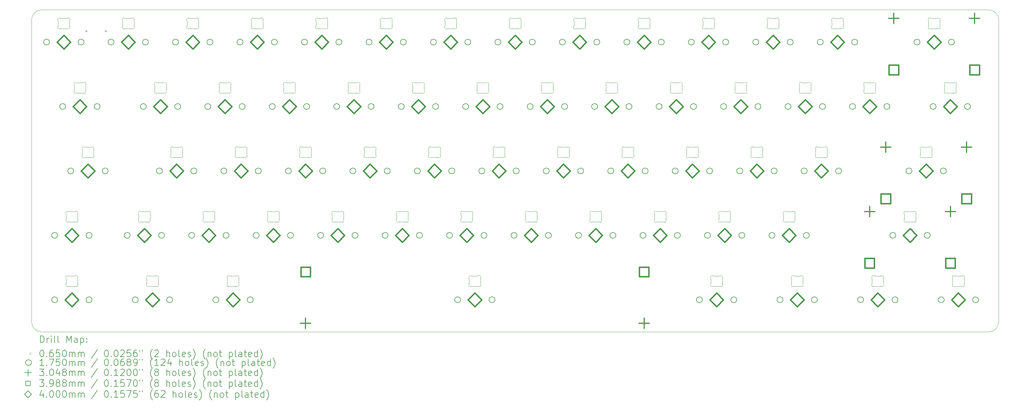
<source format=gbr>
%TF.GenerationSoftware,KiCad,Pcbnew,8.0.3*%
%TF.CreationDate,2024-11-28T23:21:45+08:00*%
%TF.ProjectId,PH60_Rev2,50483630-5f52-4657-9632-2e6b69636164,rev?*%
%TF.SameCoordinates,Original*%
%TF.FileFunction,Drillmap*%
%TF.FilePolarity,Positive*%
%FSLAX45Y45*%
G04 Gerber Fmt 4.5, Leading zero omitted, Abs format (unit mm)*
G04 Created by KiCad (PCBNEW 8.0.3) date 2024-11-28 23:21:45*
%MOMM*%
%LPD*%
G01*
G04 APERTURE LIST*
%ADD10C,0.050000*%
%ADD11C,0.100000*%
%ADD12C,0.200000*%
%ADD13C,0.175000*%
%ADD14C,0.304800*%
%ADD15C,0.398780*%
%ADD16C,0.400000*%
G04 APERTURE END LIST*
D10*
X2857500Y-3157500D02*
G75*
G02*
X3157500Y-2857500I300000J0D01*
G01*
X3157500Y-12382500D02*
G75*
G02*
X2857500Y-12082500I0J300000D01*
G01*
X3157500Y-12382500D02*
X31132500Y-12382500D01*
X31132500Y-2857500D02*
X3157500Y-2857500D01*
X31432500Y-12082500D02*
X31432500Y-3157500D01*
X2857500Y-3157500D02*
X2857500Y-12082500D01*
X31432500Y-12082500D02*
G75*
G02*
X31132500Y-12382500I-300000J0D01*
G01*
X31132500Y-2857500D02*
G75*
G02*
X31432500Y-3157500I0J-300000D01*
G01*
D11*
X14117500Y-5094716D02*
X14117500Y-5235284D01*
X14208055Y-5315000D02*
X14366945Y-5315000D01*
X14366945Y-5015000D02*
X14208055Y-5015000D01*
X14457500Y-5235284D02*
X14457500Y-5094716D01*
X14112552Y-5073028D02*
G75*
G02*
X14117499Y-5094716I-45082J-21692D01*
G01*
X14112552Y-5073028D02*
G75*
G02*
X14182829Y-5008170I45051J21688D01*
G01*
X14117500Y-5235284D02*
G75*
G02*
X14112551Y-5256972I-50039J9D01*
G01*
X14182829Y-5321830D02*
G75*
G02*
X14112552Y-5256972I-25226J43170D01*
G01*
X14182829Y-5321830D02*
G75*
G02*
X14208055Y-5315000I25226J-43171D01*
G01*
X14208055Y-5015000D02*
G75*
G02*
X14182829Y-5008170I0J50001D01*
G01*
X14366945Y-5315000D02*
G75*
G02*
X14392171Y-5321830I0J-50001D01*
G01*
X14392171Y-5008170D02*
G75*
G02*
X14366945Y-5015000I-25226J43171D01*
G01*
X14392171Y-5008170D02*
G75*
G02*
X14462448Y-5073028I25226J-43170D01*
G01*
X14457500Y-5094716D02*
G75*
G02*
X14462448Y-5073028I49999J0D01*
G01*
X14462448Y-5256972D02*
G75*
G02*
X14392171Y-5321830I-45052J-21688D01*
G01*
X14462448Y-5256972D02*
G75*
G02*
X14457500Y-5235284I45051J21688D01*
G01*
X15784375Y-10809716D02*
X15784375Y-10950284D01*
X15874930Y-11030000D02*
X16033820Y-11030000D01*
X16033820Y-10730000D02*
X15874930Y-10730000D01*
X16124375Y-10950284D02*
X16124375Y-10809716D01*
X15779427Y-10788028D02*
G75*
G02*
X15784374Y-10809716I-45082J-21692D01*
G01*
X15779427Y-10788028D02*
G75*
G02*
X15849704Y-10723170I45051J21688D01*
G01*
X15784375Y-10950284D02*
G75*
G02*
X15779426Y-10971972I-50039J9D01*
G01*
X15849704Y-11036830D02*
G75*
G02*
X15779427Y-10971972I-25226J43170D01*
G01*
X15849704Y-11036830D02*
G75*
G02*
X15874930Y-11030000I25226J-43171D01*
G01*
X15874930Y-10730000D02*
G75*
G02*
X15849704Y-10723170I0J50001D01*
G01*
X16033820Y-11030000D02*
G75*
G02*
X16059046Y-11036830I0J-50001D01*
G01*
X16059046Y-10723170D02*
G75*
G02*
X16033820Y-10730000I-25226J43171D01*
G01*
X16059046Y-10723170D02*
G75*
G02*
X16129323Y-10788028I25226J-43170D01*
G01*
X16124375Y-10809716D02*
G75*
G02*
X16129323Y-10788028I49999J0D01*
G01*
X16129323Y-10971972D02*
G75*
G02*
X16059046Y-11036830I-45052J-21688D01*
G01*
X16129323Y-10971972D02*
G75*
G02*
X16124375Y-10950284I45051J21688D01*
G01*
X29357500Y-3189716D02*
X29357500Y-3330284D01*
X29448055Y-3410000D02*
X29606945Y-3410000D01*
X29606945Y-3110000D02*
X29448055Y-3110000D01*
X29697500Y-3330284D02*
X29697500Y-3189716D01*
X29352552Y-3168028D02*
G75*
G02*
X29357499Y-3189716I-45082J-21692D01*
G01*
X29352552Y-3168028D02*
G75*
G02*
X29422829Y-3103170I45051J21688D01*
G01*
X29357500Y-3330284D02*
G75*
G02*
X29352551Y-3351972I-50039J9D01*
G01*
X29422829Y-3416830D02*
G75*
G02*
X29352552Y-3351972I-25226J43170D01*
G01*
X29422829Y-3416830D02*
G75*
G02*
X29448055Y-3410000I25226J-43171D01*
G01*
X29448055Y-3110000D02*
G75*
G02*
X29422829Y-3103170I0J50001D01*
G01*
X29606945Y-3410000D02*
G75*
G02*
X29632171Y-3416830I0J-50001D01*
G01*
X29632171Y-3103170D02*
G75*
G02*
X29606945Y-3110000I-25226J43171D01*
G01*
X29632171Y-3103170D02*
G75*
G02*
X29702448Y-3168028I25226J-43170D01*
G01*
X29697500Y-3189716D02*
G75*
G02*
X29702448Y-3168028I49999J0D01*
G01*
X29702448Y-3351972D02*
G75*
G02*
X29632171Y-3416830I-45052J-21688D01*
G01*
X29702448Y-3351972D02*
G75*
G02*
X29697500Y-3330284I45051J21688D01*
G01*
X3878125Y-10809716D02*
X3878125Y-10950284D01*
X3968680Y-11030000D02*
X4127570Y-11030000D01*
X4127570Y-10730000D02*
X3968680Y-10730000D01*
X4218125Y-10950284D02*
X4218125Y-10809716D01*
X3873177Y-10788028D02*
G75*
G02*
X3878124Y-10809716I-45082J-21692D01*
G01*
X3873177Y-10788028D02*
G75*
G02*
X3943454Y-10723170I45051J21688D01*
G01*
X3878125Y-10950284D02*
G75*
G02*
X3873176Y-10971972I-50039J9D01*
G01*
X3943454Y-11036830D02*
G75*
G02*
X3873177Y-10971972I-25226J43170D01*
G01*
X3943454Y-11036830D02*
G75*
G02*
X3968680Y-11030000I25226J-43171D01*
G01*
X3968680Y-10730000D02*
G75*
G02*
X3943454Y-10723170I0J50001D01*
G01*
X4127570Y-11030000D02*
G75*
G02*
X4152796Y-11036830I0J-50001D01*
G01*
X4152796Y-10723170D02*
G75*
G02*
X4127570Y-10730000I-25226J43171D01*
G01*
X4152796Y-10723170D02*
G75*
G02*
X4223073Y-10788028I25226J-43170D01*
G01*
X4218125Y-10809716D02*
G75*
G02*
X4223073Y-10788028I49999J0D01*
G01*
X4223073Y-10971972D02*
G75*
G02*
X4152796Y-11036830I-45052J-21688D01*
G01*
X4223073Y-10971972D02*
G75*
G02*
X4218125Y-10950284I45051J21688D01*
G01*
X8640625Y-10809716D02*
X8640625Y-10950284D01*
X8731180Y-11030000D02*
X8890070Y-11030000D01*
X8890070Y-10730000D02*
X8731180Y-10730000D01*
X8980625Y-10950284D02*
X8980625Y-10809716D01*
X8635677Y-10788028D02*
G75*
G02*
X8640624Y-10809716I-45082J-21692D01*
G01*
X8635677Y-10788028D02*
G75*
G02*
X8705954Y-10723170I45051J21688D01*
G01*
X8640625Y-10950284D02*
G75*
G02*
X8635677Y-10971972I-50039J9D01*
G01*
X8705954Y-11036830D02*
G75*
G02*
X8635677Y-10971972I-25226J43170D01*
G01*
X8705954Y-11036830D02*
G75*
G02*
X8731180Y-11030000I25226J-43171D01*
G01*
X8731180Y-10730000D02*
G75*
G02*
X8705954Y-10723170I0J50001D01*
G01*
X8890070Y-11030000D02*
G75*
G02*
X8915296Y-11036830I0J-50001D01*
G01*
X8915296Y-10723170D02*
G75*
G02*
X8890070Y-10730000I-25226J43171D01*
G01*
X8915296Y-10723170D02*
G75*
G02*
X8985573Y-10788028I25226J-43170D01*
G01*
X8980625Y-10809716D02*
G75*
G02*
X8985573Y-10788028I49999J0D01*
G01*
X8985573Y-10971972D02*
G75*
G02*
X8915296Y-11036830I-45052J-21688D01*
G01*
X8985573Y-10971972D02*
G75*
G02*
X8980625Y-10950284I45051J21688D01*
G01*
X22213750Y-6999716D02*
X22213750Y-7140284D01*
X22304305Y-7220000D02*
X22463195Y-7220000D01*
X22463195Y-6920000D02*
X22304305Y-6920000D01*
X22553750Y-7140284D02*
X22553750Y-6999716D01*
X22208802Y-6978028D02*
G75*
G02*
X22213749Y-6999716I-45082J-21692D01*
G01*
X22208802Y-6978028D02*
G75*
G02*
X22279079Y-6913170I45051J21688D01*
G01*
X22213750Y-7140284D02*
G75*
G02*
X22208802Y-7161972I-50039J9D01*
G01*
X22279079Y-7226830D02*
G75*
G02*
X22208802Y-7161972I-25226J43170D01*
G01*
X22279079Y-7226830D02*
G75*
G02*
X22304305Y-7220000I25226J-43171D01*
G01*
X22304305Y-6920000D02*
G75*
G02*
X22279079Y-6913170I0J50001D01*
G01*
X22463195Y-7220000D02*
G75*
G02*
X22488421Y-7226830I0J-50001D01*
G01*
X22488421Y-6913170D02*
G75*
G02*
X22463195Y-6920000I-25226J43171D01*
G01*
X22488421Y-6913170D02*
G75*
G02*
X22558698Y-6978028I25226J-43170D01*
G01*
X22553750Y-6999716D02*
G75*
G02*
X22558698Y-6978028I49999J0D01*
G01*
X22558698Y-7161972D02*
G75*
G02*
X22488421Y-7226830I-45052J-21688D01*
G01*
X22558698Y-7161972D02*
G75*
G02*
X22553750Y-7140284I45051J21688D01*
G01*
X20308750Y-6999716D02*
X20308750Y-7140284D01*
X20399305Y-7220000D02*
X20558195Y-7220000D01*
X20558195Y-6920000D02*
X20399305Y-6920000D01*
X20648750Y-7140284D02*
X20648750Y-6999716D01*
X20303802Y-6978028D02*
G75*
G02*
X20308749Y-6999716I-45082J-21692D01*
G01*
X20303802Y-6978028D02*
G75*
G02*
X20374079Y-6913170I45051J21688D01*
G01*
X20308750Y-7140284D02*
G75*
G02*
X20303802Y-7161972I-50039J9D01*
G01*
X20374079Y-7226830D02*
G75*
G02*
X20303802Y-7161972I-25226J43170D01*
G01*
X20374079Y-7226830D02*
G75*
G02*
X20399305Y-7220000I25226J-43171D01*
G01*
X20399305Y-6920000D02*
G75*
G02*
X20374079Y-6913170I0J50001D01*
G01*
X20558195Y-7220000D02*
G75*
G02*
X20583421Y-7226830I0J-50001D01*
G01*
X20583421Y-6913170D02*
G75*
G02*
X20558195Y-6920000I-25226J43171D01*
G01*
X20583421Y-6913170D02*
G75*
G02*
X20653698Y-6978028I25226J-43170D01*
G01*
X20648750Y-6999716D02*
G75*
G02*
X20653698Y-6978028I49999J0D01*
G01*
X20653698Y-7161972D02*
G75*
G02*
X20583421Y-7226830I-45052J-21688D01*
G01*
X20653698Y-7161972D02*
G75*
G02*
X20648750Y-7140284I45051J21688D01*
G01*
X23166250Y-8904716D02*
X23166250Y-9045284D01*
X23256805Y-9125000D02*
X23415695Y-9125000D01*
X23415695Y-8825000D02*
X23256805Y-8825000D01*
X23506250Y-9045284D02*
X23506250Y-8904716D01*
X23161302Y-8883028D02*
G75*
G02*
X23166249Y-8904716I-45082J-21692D01*
G01*
X23161302Y-8883028D02*
G75*
G02*
X23231579Y-8818170I45051J21688D01*
G01*
X23166250Y-9045284D02*
G75*
G02*
X23161301Y-9066972I-50039J9D01*
G01*
X23231579Y-9131830D02*
G75*
G02*
X23161302Y-9066972I-25226J43170D01*
G01*
X23231579Y-9131830D02*
G75*
G02*
X23256805Y-9125000I25226J-43171D01*
G01*
X23256805Y-8825000D02*
G75*
G02*
X23231579Y-8818170I0J50001D01*
G01*
X23415695Y-9125000D02*
G75*
G02*
X23440921Y-9131830I0J-50001D01*
G01*
X23440921Y-8818170D02*
G75*
G02*
X23415695Y-8825000I-25226J43171D01*
G01*
X23440921Y-8818170D02*
G75*
G02*
X23511198Y-8883028I25226J-43170D01*
G01*
X23506250Y-8904716D02*
G75*
G02*
X23511198Y-8883028I49999J0D01*
G01*
X23511198Y-9066972D02*
G75*
G02*
X23440921Y-9131830I-45052J-21688D01*
G01*
X23511198Y-9066972D02*
G75*
G02*
X23506250Y-9045284I45051J21688D01*
G01*
X7450000Y-3189716D02*
X7450000Y-3330284D01*
X7540555Y-3410000D02*
X7699445Y-3410000D01*
X7699445Y-3110000D02*
X7540555Y-3110000D01*
X7790000Y-3330284D02*
X7790000Y-3189716D01*
X7445052Y-3168028D02*
G75*
G02*
X7449999Y-3189716I-45082J-21692D01*
G01*
X7445052Y-3168028D02*
G75*
G02*
X7515329Y-3103170I45051J21688D01*
G01*
X7450000Y-3330284D02*
G75*
G02*
X7445051Y-3351972I-50039J9D01*
G01*
X7515329Y-3416830D02*
G75*
G02*
X7445052Y-3351972I-25226J43170D01*
G01*
X7515329Y-3416830D02*
G75*
G02*
X7540555Y-3410000I25226J-43171D01*
G01*
X7540555Y-3110000D02*
G75*
G02*
X7515329Y-3103170I0J50001D01*
G01*
X7699445Y-3410000D02*
G75*
G02*
X7724671Y-3416830I0J-50001D01*
G01*
X7724671Y-3103170D02*
G75*
G02*
X7699445Y-3110000I-25226J43171D01*
G01*
X7724671Y-3103170D02*
G75*
G02*
X7794948Y-3168028I25226J-43170D01*
G01*
X7790000Y-3189716D02*
G75*
G02*
X7794948Y-3168028I49999J0D01*
G01*
X7794948Y-3351972D02*
G75*
G02*
X7724671Y-3416830I-45052J-21688D01*
G01*
X7794948Y-3351972D02*
G75*
G02*
X7790000Y-3330284I45051J21688D01*
G01*
X25309375Y-10809716D02*
X25309375Y-10950284D01*
X25399930Y-11030000D02*
X25558820Y-11030000D01*
X25558820Y-10730000D02*
X25399930Y-10730000D01*
X25649375Y-10950284D02*
X25649375Y-10809716D01*
X25304427Y-10788028D02*
G75*
G02*
X25309374Y-10809716I-45082J-21692D01*
G01*
X25304427Y-10788028D02*
G75*
G02*
X25374704Y-10723170I45051J21688D01*
G01*
X25309375Y-10950284D02*
G75*
G02*
X25304426Y-10971972I-50039J9D01*
G01*
X25374704Y-11036830D02*
G75*
G02*
X25304427Y-10971972I-25226J43170D01*
G01*
X25374704Y-11036830D02*
G75*
G02*
X25399930Y-11030000I25226J-43171D01*
G01*
X25399930Y-10730000D02*
G75*
G02*
X25374704Y-10723170I0J50001D01*
G01*
X25558820Y-11030000D02*
G75*
G02*
X25584046Y-11036830I0J-50001D01*
G01*
X25584046Y-10723170D02*
G75*
G02*
X25558820Y-10730000I-25226J43171D01*
G01*
X25584046Y-10723170D02*
G75*
G02*
X25654323Y-10788028I25226J-43170D01*
G01*
X25649375Y-10809716D02*
G75*
G02*
X25654323Y-10788028I49999J0D01*
G01*
X25654323Y-10971972D02*
G75*
G02*
X25584046Y-11036830I-45052J-21688D01*
G01*
X25654323Y-10971972D02*
G75*
G02*
X25649375Y-10950284I45051J21688D01*
G01*
X11260000Y-3189716D02*
X11260000Y-3330284D01*
X11350555Y-3410000D02*
X11509445Y-3410000D01*
X11509445Y-3110000D02*
X11350555Y-3110000D01*
X11600000Y-3330284D02*
X11600000Y-3189716D01*
X11255052Y-3168028D02*
G75*
G02*
X11259999Y-3189716I-45082J-21692D01*
G01*
X11255052Y-3168028D02*
G75*
G02*
X11325329Y-3103170I45051J21688D01*
G01*
X11260000Y-3330284D02*
G75*
G02*
X11255051Y-3351972I-50039J9D01*
G01*
X11325329Y-3416830D02*
G75*
G02*
X11255052Y-3351972I-25226J43170D01*
G01*
X11325329Y-3416830D02*
G75*
G02*
X11350555Y-3410000I25226J-43171D01*
G01*
X11350555Y-3110000D02*
G75*
G02*
X11325329Y-3103170I0J50001D01*
G01*
X11509445Y-3410000D02*
G75*
G02*
X11534671Y-3416830I0J-50001D01*
G01*
X11534671Y-3103170D02*
G75*
G02*
X11509445Y-3110000I-25226J43171D01*
G01*
X11534671Y-3103170D02*
G75*
G02*
X11604948Y-3168028I25226J-43170D01*
G01*
X11600000Y-3189716D02*
G75*
G02*
X11604948Y-3168028I49999J0D01*
G01*
X11604948Y-3351972D02*
G75*
G02*
X11534671Y-3416830I-45052J-21688D01*
G01*
X11604948Y-3351972D02*
G75*
G02*
X11600000Y-3330284I45051J21688D01*
G01*
X6497500Y-5094716D02*
X6497500Y-5235284D01*
X6588055Y-5315000D02*
X6746945Y-5315000D01*
X6746945Y-5015000D02*
X6588055Y-5015000D01*
X6837500Y-5235284D02*
X6837500Y-5094716D01*
X6492552Y-5073028D02*
G75*
G02*
X6497499Y-5094716I-45082J-21692D01*
G01*
X6492552Y-5073028D02*
G75*
G02*
X6562829Y-5008170I45051J21688D01*
G01*
X6497500Y-5235284D02*
G75*
G02*
X6492551Y-5256972I-50039J9D01*
G01*
X6562829Y-5321830D02*
G75*
G02*
X6492552Y-5256972I-25226J43170D01*
G01*
X6562829Y-5321830D02*
G75*
G02*
X6588055Y-5315000I25226J-43171D01*
G01*
X6588055Y-5015000D02*
G75*
G02*
X6562829Y-5008170I0J50001D01*
G01*
X6746945Y-5315000D02*
G75*
G02*
X6772171Y-5321830I0J-50001D01*
G01*
X6772171Y-5008170D02*
G75*
G02*
X6746945Y-5015000I-25226J43171D01*
G01*
X6772171Y-5008170D02*
G75*
G02*
X6842448Y-5073028I25226J-43170D01*
G01*
X6837500Y-5094716D02*
G75*
G02*
X6842448Y-5073028I49999J0D01*
G01*
X6842448Y-5256972D02*
G75*
G02*
X6772171Y-5321830I-45052J-21688D01*
G01*
X6842448Y-5256972D02*
G75*
G02*
X6837500Y-5235284I45051J21688D01*
G01*
X21737500Y-5094716D02*
X21737500Y-5235284D01*
X21828055Y-5315000D02*
X21986945Y-5315000D01*
X21986945Y-5015000D02*
X21828055Y-5015000D01*
X22077500Y-5235284D02*
X22077500Y-5094716D01*
X21732552Y-5073028D02*
G75*
G02*
X21737499Y-5094716I-45082J-21692D01*
G01*
X21732552Y-5073028D02*
G75*
G02*
X21802829Y-5008170I45051J21688D01*
G01*
X21737500Y-5235284D02*
G75*
G02*
X21732552Y-5256972I-50039J9D01*
G01*
X21802829Y-5321830D02*
G75*
G02*
X21732552Y-5256972I-25226J43170D01*
G01*
X21802829Y-5321830D02*
G75*
G02*
X21828055Y-5315000I25226J-43171D01*
G01*
X21828055Y-5015000D02*
G75*
G02*
X21802829Y-5008170I0J50001D01*
G01*
X21986945Y-5315000D02*
G75*
G02*
X22012171Y-5321830I0J-50001D01*
G01*
X22012171Y-5008170D02*
G75*
G02*
X21986945Y-5015000I-25226J43171D01*
G01*
X22012171Y-5008170D02*
G75*
G02*
X22082448Y-5073028I25226J-43170D01*
G01*
X22077500Y-5094716D02*
G75*
G02*
X22082448Y-5073028I49999J0D01*
G01*
X22082448Y-5256972D02*
G75*
G02*
X22012171Y-5321830I-45052J-21688D01*
G01*
X22082448Y-5256972D02*
G75*
G02*
X22077500Y-5235284I45051J21688D01*
G01*
X10307500Y-5094716D02*
X10307500Y-5235284D01*
X10398055Y-5315000D02*
X10556945Y-5315000D01*
X10556945Y-5015000D02*
X10398055Y-5015000D01*
X10647500Y-5235284D02*
X10647500Y-5094716D01*
X10302552Y-5073028D02*
G75*
G02*
X10307499Y-5094716I-45082J-21692D01*
G01*
X10302552Y-5073028D02*
G75*
G02*
X10372829Y-5008170I45051J21688D01*
G01*
X10307500Y-5235284D02*
G75*
G02*
X10302552Y-5256972I-50039J9D01*
G01*
X10372829Y-5321830D02*
G75*
G02*
X10302552Y-5256972I-25226J43170D01*
G01*
X10372829Y-5321830D02*
G75*
G02*
X10398055Y-5315000I25226J-43171D01*
G01*
X10398055Y-5015000D02*
G75*
G02*
X10372829Y-5008170I0J50001D01*
G01*
X10556945Y-5315000D02*
G75*
G02*
X10582171Y-5321830I0J-50001D01*
G01*
X10582171Y-5008170D02*
G75*
G02*
X10556945Y-5015000I-25226J43171D01*
G01*
X10582171Y-5008170D02*
G75*
G02*
X10652448Y-5073028I25226J-43170D01*
G01*
X10647500Y-5094716D02*
G75*
G02*
X10652448Y-5073028I49999J0D01*
G01*
X10652448Y-5256972D02*
G75*
G02*
X10582171Y-5321830I-45052J-21688D01*
G01*
X10652448Y-5256972D02*
G75*
G02*
X10647500Y-5235284I45051J21688D01*
G01*
X27452500Y-5094716D02*
X27452500Y-5235284D01*
X27543055Y-5315000D02*
X27701945Y-5315000D01*
X27701945Y-5015000D02*
X27543055Y-5015000D01*
X27792500Y-5235284D02*
X27792500Y-5094716D01*
X27447552Y-5073028D02*
G75*
G02*
X27452499Y-5094716I-45082J-21692D01*
G01*
X27447552Y-5073028D02*
G75*
G02*
X27517829Y-5008170I45051J21688D01*
G01*
X27452500Y-5235284D02*
G75*
G02*
X27447551Y-5256972I-50039J9D01*
G01*
X27517829Y-5321830D02*
G75*
G02*
X27447552Y-5256972I-25226J43170D01*
G01*
X27517829Y-5321830D02*
G75*
G02*
X27543055Y-5315000I25226J-43171D01*
G01*
X27543055Y-5015000D02*
G75*
G02*
X27517829Y-5008170I0J50001D01*
G01*
X27701945Y-5315000D02*
G75*
G02*
X27727171Y-5321830I0J-50001D01*
G01*
X27727171Y-5008170D02*
G75*
G02*
X27701945Y-5015000I-25226J43171D01*
G01*
X27727171Y-5008170D02*
G75*
G02*
X27797448Y-5073028I25226J-43170D01*
G01*
X27792500Y-5094716D02*
G75*
G02*
X27797448Y-5073028I49999J0D01*
G01*
X27797448Y-5256972D02*
G75*
G02*
X27727171Y-5321830I-45052J-21688D01*
G01*
X27797448Y-5256972D02*
G75*
G02*
X27792500Y-5235284I45051J21688D01*
G01*
X14593750Y-6999716D02*
X14593750Y-7140284D01*
X14684305Y-7220000D02*
X14843195Y-7220000D01*
X14843195Y-6920000D02*
X14684305Y-6920000D01*
X14933750Y-7140284D02*
X14933750Y-6999716D01*
X14588802Y-6978028D02*
G75*
G02*
X14593749Y-6999716I-45082J-21692D01*
G01*
X14588802Y-6978028D02*
G75*
G02*
X14659079Y-6913170I45051J21688D01*
G01*
X14593750Y-7140284D02*
G75*
G02*
X14588801Y-7161972I-50039J9D01*
G01*
X14659079Y-7226830D02*
G75*
G02*
X14588802Y-7161972I-25226J43170D01*
G01*
X14659079Y-7226830D02*
G75*
G02*
X14684305Y-7220000I25226J-43171D01*
G01*
X14684305Y-6920000D02*
G75*
G02*
X14659079Y-6913170I0J50001D01*
G01*
X14843195Y-7220000D02*
G75*
G02*
X14868421Y-7226830I0J-50001D01*
G01*
X14868421Y-6913170D02*
G75*
G02*
X14843195Y-6920000I-25226J43171D01*
G01*
X14868421Y-6913170D02*
G75*
G02*
X14938698Y-6978028I25226J-43170D01*
G01*
X14933750Y-6999716D02*
G75*
G02*
X14938698Y-6978028I49999J0D01*
G01*
X14938698Y-7161972D02*
G75*
G02*
X14868421Y-7226830I-45052J-21688D01*
G01*
X14938698Y-7161972D02*
G75*
G02*
X14933750Y-7140284I45051J21688D01*
G01*
X13641250Y-8904716D02*
X13641250Y-9045284D01*
X13731805Y-9125000D02*
X13890695Y-9125000D01*
X13890695Y-8825000D02*
X13731805Y-8825000D01*
X13981250Y-9045284D02*
X13981250Y-8904716D01*
X13636302Y-8883028D02*
G75*
G02*
X13641249Y-8904716I-45082J-21692D01*
G01*
X13636302Y-8883028D02*
G75*
G02*
X13706579Y-8818170I45051J21688D01*
G01*
X13641250Y-9045284D02*
G75*
G02*
X13636301Y-9066972I-50039J9D01*
G01*
X13706579Y-9131830D02*
G75*
G02*
X13636302Y-9066972I-25226J43170D01*
G01*
X13706579Y-9131830D02*
G75*
G02*
X13731805Y-9125000I25226J-43171D01*
G01*
X13731805Y-8825000D02*
G75*
G02*
X13706579Y-8818170I0J50001D01*
G01*
X13890695Y-9125000D02*
G75*
G02*
X13915921Y-9131830I0J-50001D01*
G01*
X13915921Y-8818170D02*
G75*
G02*
X13890695Y-8825000I-25226J43171D01*
G01*
X13915921Y-8818170D02*
G75*
G02*
X13986198Y-8883028I25226J-43170D01*
G01*
X13981250Y-8904716D02*
G75*
G02*
X13986198Y-8883028I49999J0D01*
G01*
X13986198Y-9066972D02*
G75*
G02*
X13915921Y-9131830I-45052J-21688D01*
G01*
X13986198Y-9066972D02*
G75*
G02*
X13981250Y-9045284I45051J21688D01*
G01*
X4354375Y-6999716D02*
X4354375Y-7140284D01*
X4444930Y-7220000D02*
X4603820Y-7220000D01*
X4603820Y-6920000D02*
X4444930Y-6920000D01*
X4694375Y-7140284D02*
X4694375Y-6999716D01*
X4349427Y-6978028D02*
G75*
G02*
X4354374Y-6999716I-45082J-21692D01*
G01*
X4349427Y-6978028D02*
G75*
G02*
X4419704Y-6913170I45051J21688D01*
G01*
X4354375Y-7140284D02*
G75*
G02*
X4349427Y-7161972I-50039J9D01*
G01*
X4419704Y-7226830D02*
G75*
G02*
X4349427Y-7161972I-25226J43170D01*
G01*
X4419704Y-7226830D02*
G75*
G02*
X4444930Y-7220000I25226J-43171D01*
G01*
X4444930Y-6920000D02*
G75*
G02*
X4419704Y-6913170I0J50001D01*
G01*
X4603820Y-7220000D02*
G75*
G02*
X4629046Y-7226830I0J-50001D01*
G01*
X4629046Y-6913170D02*
G75*
G02*
X4603820Y-6920000I-25226J43171D01*
G01*
X4629046Y-6913170D02*
G75*
G02*
X4699323Y-6978028I25226J-43170D01*
G01*
X4694375Y-6999716D02*
G75*
G02*
X4699323Y-6978028I49999J0D01*
G01*
X4699323Y-7161972D02*
G75*
G02*
X4629046Y-7226830I-45052J-21688D01*
G01*
X4699323Y-7161972D02*
G75*
G02*
X4694375Y-7140284I45051J21688D01*
G01*
X15070000Y-3189716D02*
X15070000Y-3330284D01*
X15160555Y-3410000D02*
X15319445Y-3410000D01*
X15319445Y-3110000D02*
X15160555Y-3110000D01*
X15410000Y-3330284D02*
X15410000Y-3189716D01*
X15065052Y-3168028D02*
G75*
G02*
X15069999Y-3189716I-45082J-21692D01*
G01*
X15065052Y-3168028D02*
G75*
G02*
X15135329Y-3103170I45051J21688D01*
G01*
X15070000Y-3330284D02*
G75*
G02*
X15065051Y-3351972I-50039J9D01*
G01*
X15135329Y-3416830D02*
G75*
G02*
X15065052Y-3351972I-25226J43170D01*
G01*
X15135329Y-3416830D02*
G75*
G02*
X15160555Y-3410000I25226J-43171D01*
G01*
X15160555Y-3110000D02*
G75*
G02*
X15135329Y-3103170I0J50001D01*
G01*
X15319445Y-3410000D02*
G75*
G02*
X15344671Y-3416830I0J-50001D01*
G01*
X15344671Y-3103170D02*
G75*
G02*
X15319445Y-3110000I-25226J43171D01*
G01*
X15344671Y-3103170D02*
G75*
G02*
X15414948Y-3168028I25226J-43170D01*
G01*
X15410000Y-3189716D02*
G75*
G02*
X15414948Y-3168028I49999J0D01*
G01*
X15414948Y-3351972D02*
G75*
G02*
X15344671Y-3416830I-45052J-21688D01*
G01*
X15414948Y-3351972D02*
G75*
G02*
X15410000Y-3330284I45051J21688D01*
G01*
X15546250Y-8904716D02*
X15546250Y-9045284D01*
X15636805Y-9125000D02*
X15795695Y-9125000D01*
X15795695Y-8825000D02*
X15636805Y-8825000D01*
X15886250Y-9045284D02*
X15886250Y-8904716D01*
X15541302Y-8883028D02*
G75*
G02*
X15546249Y-8904716I-45082J-21692D01*
G01*
X15541302Y-8883028D02*
G75*
G02*
X15611579Y-8818170I45051J21688D01*
G01*
X15546250Y-9045284D02*
G75*
G02*
X15541301Y-9066972I-50039J9D01*
G01*
X15611579Y-9131830D02*
G75*
G02*
X15541302Y-9066972I-25226J43170D01*
G01*
X15611579Y-9131830D02*
G75*
G02*
X15636805Y-9125000I25226J-43171D01*
G01*
X15636805Y-8825000D02*
G75*
G02*
X15611579Y-8818170I0J50001D01*
G01*
X15795695Y-9125000D02*
G75*
G02*
X15820921Y-9131830I0J-50001D01*
G01*
X15820921Y-8818170D02*
G75*
G02*
X15795695Y-8825000I-25226J43171D01*
G01*
X15820921Y-8818170D02*
G75*
G02*
X15891198Y-8883028I25226J-43170D01*
G01*
X15886250Y-8904716D02*
G75*
G02*
X15891198Y-8883028I49999J0D01*
G01*
X15891198Y-9066972D02*
G75*
G02*
X15820921Y-9131830I-45052J-21688D01*
G01*
X15891198Y-9066972D02*
G75*
G02*
X15886250Y-9045284I45051J21688D01*
G01*
X9355000Y-3189716D02*
X9355000Y-3330284D01*
X9445555Y-3410000D02*
X9604445Y-3410000D01*
X9604445Y-3110000D02*
X9445555Y-3110000D01*
X9695000Y-3330284D02*
X9695000Y-3189716D01*
X9350052Y-3168028D02*
G75*
G02*
X9354999Y-3189716I-45082J-21692D01*
G01*
X9350052Y-3168028D02*
G75*
G02*
X9420329Y-3103170I45051J21688D01*
G01*
X9355000Y-3330284D02*
G75*
G02*
X9350052Y-3351972I-50039J9D01*
G01*
X9420329Y-3416830D02*
G75*
G02*
X9350052Y-3351972I-25226J43170D01*
G01*
X9420329Y-3416830D02*
G75*
G02*
X9445555Y-3410000I25226J-43171D01*
G01*
X9445555Y-3110000D02*
G75*
G02*
X9420329Y-3103170I0J50001D01*
G01*
X9604445Y-3410000D02*
G75*
G02*
X9629671Y-3416830I0J-50001D01*
G01*
X9629671Y-3103170D02*
G75*
G02*
X9604445Y-3110000I-25226J43171D01*
G01*
X9629671Y-3103170D02*
G75*
G02*
X9699948Y-3168028I25226J-43170D01*
G01*
X9695000Y-3189716D02*
G75*
G02*
X9699948Y-3168028I49999J0D01*
G01*
X9699948Y-3351972D02*
G75*
G02*
X9629671Y-3416830I-45052J-21688D01*
G01*
X9699948Y-3351972D02*
G75*
G02*
X9695000Y-3330284I45051J21688D01*
G01*
X8402500Y-5094716D02*
X8402500Y-5235284D01*
X8493055Y-5315000D02*
X8651945Y-5315000D01*
X8651945Y-5015000D02*
X8493055Y-5015000D01*
X8742500Y-5235284D02*
X8742500Y-5094716D01*
X8397552Y-5073028D02*
G75*
G02*
X8402499Y-5094716I-45082J-21692D01*
G01*
X8397552Y-5073028D02*
G75*
G02*
X8467829Y-5008170I45051J21688D01*
G01*
X8402500Y-5235284D02*
G75*
G02*
X8397552Y-5256972I-50039J9D01*
G01*
X8467829Y-5321830D02*
G75*
G02*
X8397552Y-5256972I-25226J43170D01*
G01*
X8467829Y-5321830D02*
G75*
G02*
X8493055Y-5315000I25226J-43171D01*
G01*
X8493055Y-5015000D02*
G75*
G02*
X8467829Y-5008170I0J50001D01*
G01*
X8651945Y-5315000D02*
G75*
G02*
X8677171Y-5321830I0J-50001D01*
G01*
X8677171Y-5008170D02*
G75*
G02*
X8651945Y-5015000I-25226J43171D01*
G01*
X8677171Y-5008170D02*
G75*
G02*
X8747448Y-5073028I25226J-43170D01*
G01*
X8742500Y-5094716D02*
G75*
G02*
X8747448Y-5073028I49999J0D01*
G01*
X8747448Y-5256972D02*
G75*
G02*
X8677171Y-5321830I-45052J-21688D01*
G01*
X8747448Y-5256972D02*
G75*
G02*
X8742500Y-5235284I45051J21688D01*
G01*
X18880000Y-3189716D02*
X18880000Y-3330284D01*
X18970555Y-3410000D02*
X19129445Y-3410000D01*
X19129445Y-3110000D02*
X18970555Y-3110000D01*
X19220000Y-3330284D02*
X19220000Y-3189716D01*
X18875052Y-3168028D02*
G75*
G02*
X18879999Y-3189716I-45082J-21692D01*
G01*
X18875052Y-3168028D02*
G75*
G02*
X18945329Y-3103170I45051J21688D01*
G01*
X18880000Y-3330284D02*
G75*
G02*
X18875052Y-3351972I-50039J9D01*
G01*
X18945329Y-3416830D02*
G75*
G02*
X18875052Y-3351972I-25226J43170D01*
G01*
X18945329Y-3416830D02*
G75*
G02*
X18970555Y-3410000I25226J-43171D01*
G01*
X18970555Y-3110000D02*
G75*
G02*
X18945329Y-3103170I0J50001D01*
G01*
X19129445Y-3410000D02*
G75*
G02*
X19154671Y-3416830I0J-50001D01*
G01*
X19154671Y-3103170D02*
G75*
G02*
X19129445Y-3110000I-25226J43171D01*
G01*
X19154671Y-3103170D02*
G75*
G02*
X19224948Y-3168028I25226J-43170D01*
G01*
X19220000Y-3189716D02*
G75*
G02*
X19224948Y-3168028I49999J0D01*
G01*
X19224948Y-3351972D02*
G75*
G02*
X19154671Y-3416830I-45052J-21688D01*
G01*
X19224948Y-3351972D02*
G75*
G02*
X19220000Y-3330284I45051J21688D01*
G01*
X22928125Y-10809716D02*
X22928125Y-10950284D01*
X23018680Y-11030000D02*
X23177570Y-11030000D01*
X23177570Y-10730000D02*
X23018680Y-10730000D01*
X23268125Y-10950284D02*
X23268125Y-10809716D01*
X22923177Y-10788028D02*
G75*
G02*
X22928124Y-10809716I-45082J-21692D01*
G01*
X22923177Y-10788028D02*
G75*
G02*
X22993454Y-10723170I45051J21688D01*
G01*
X22928125Y-10950284D02*
G75*
G02*
X22923176Y-10971972I-50039J9D01*
G01*
X22993454Y-11036830D02*
G75*
G02*
X22923177Y-10971972I-25226J43170D01*
G01*
X22993454Y-11036830D02*
G75*
G02*
X23018680Y-11030000I25226J-43171D01*
G01*
X23018680Y-10730000D02*
G75*
G02*
X22993454Y-10723170I0J50001D01*
G01*
X23177570Y-11030000D02*
G75*
G02*
X23202796Y-11036830I0J-50001D01*
G01*
X23202796Y-10723170D02*
G75*
G02*
X23177570Y-10730000I-25226J43171D01*
G01*
X23202796Y-10723170D02*
G75*
G02*
X23273073Y-10788028I25226J-43170D01*
G01*
X23268125Y-10809716D02*
G75*
G02*
X23273073Y-10788028I49999J0D01*
G01*
X23273073Y-10971972D02*
G75*
G02*
X23202796Y-11036830I-45052J-21688D01*
G01*
X23273073Y-10971972D02*
G75*
G02*
X23268125Y-10950284I45051J21688D01*
G01*
X16498750Y-6999716D02*
X16498750Y-7140284D01*
X16589305Y-7220000D02*
X16748195Y-7220000D01*
X16748195Y-6920000D02*
X16589305Y-6920000D01*
X16838750Y-7140284D02*
X16838750Y-6999716D01*
X16493802Y-6978028D02*
G75*
G02*
X16498749Y-6999716I-45082J-21692D01*
G01*
X16493802Y-6978028D02*
G75*
G02*
X16564079Y-6913170I45051J21688D01*
G01*
X16498750Y-7140284D02*
G75*
G02*
X16493801Y-7161972I-50039J9D01*
G01*
X16564079Y-7226830D02*
G75*
G02*
X16493802Y-7161972I-25226J43170D01*
G01*
X16564079Y-7226830D02*
G75*
G02*
X16589305Y-7220000I25226J-43171D01*
G01*
X16589305Y-6920000D02*
G75*
G02*
X16564079Y-6913170I0J50001D01*
G01*
X16748195Y-7220000D02*
G75*
G02*
X16773421Y-7226830I0J-50001D01*
G01*
X16773421Y-6913170D02*
G75*
G02*
X16748195Y-6920000I-25226J43171D01*
G01*
X16773421Y-6913170D02*
G75*
G02*
X16843698Y-6978028I25226J-43170D01*
G01*
X16838750Y-6999716D02*
G75*
G02*
X16843698Y-6978028I49999J0D01*
G01*
X16843698Y-7161972D02*
G75*
G02*
X16773421Y-7226830I-45052J-21688D01*
G01*
X16843698Y-7161972D02*
G75*
G02*
X16838750Y-7140284I45051J21688D01*
G01*
X11736250Y-8904716D02*
X11736250Y-9045284D01*
X11826805Y-9125000D02*
X11985695Y-9125000D01*
X11985695Y-8825000D02*
X11826805Y-8825000D01*
X12076250Y-9045284D02*
X12076250Y-8904716D01*
X11731302Y-8883028D02*
G75*
G02*
X11736249Y-8904716I-45082J-21692D01*
G01*
X11731302Y-8883028D02*
G75*
G02*
X11801579Y-8818170I45051J21688D01*
G01*
X11736250Y-9045284D02*
G75*
G02*
X11731301Y-9066972I-50039J9D01*
G01*
X11801579Y-9131830D02*
G75*
G02*
X11731302Y-9066972I-25226J43170D01*
G01*
X11801579Y-9131830D02*
G75*
G02*
X11826805Y-9125000I25226J-43171D01*
G01*
X11826805Y-8825000D02*
G75*
G02*
X11801579Y-8818170I0J50001D01*
G01*
X11985695Y-9125000D02*
G75*
G02*
X12010921Y-9131830I0J-50001D01*
G01*
X12010921Y-8818170D02*
G75*
G02*
X11985695Y-8825000I-25226J43171D01*
G01*
X12010921Y-8818170D02*
G75*
G02*
X12081198Y-8883028I25226J-43170D01*
G01*
X12076250Y-8904716D02*
G75*
G02*
X12081198Y-8883028I49999J0D01*
G01*
X12081198Y-9066972D02*
G75*
G02*
X12010921Y-9131830I-45052J-21688D01*
G01*
X12081198Y-9066972D02*
G75*
G02*
X12076250Y-9045284I45051J21688D01*
G01*
X7926250Y-8904716D02*
X7926250Y-9045284D01*
X8016805Y-9125000D02*
X8175695Y-9125000D01*
X8175695Y-8825000D02*
X8016805Y-8825000D01*
X8266250Y-9045284D02*
X8266250Y-8904716D01*
X7921302Y-8883028D02*
G75*
G02*
X7926249Y-8904716I-45082J-21692D01*
G01*
X7921302Y-8883028D02*
G75*
G02*
X7991579Y-8818170I45051J21688D01*
G01*
X7926250Y-9045284D02*
G75*
G02*
X7921301Y-9066972I-50039J9D01*
G01*
X7991579Y-9131830D02*
G75*
G02*
X7921302Y-9066972I-25226J43170D01*
G01*
X7991579Y-9131830D02*
G75*
G02*
X8016805Y-9125000I25226J-43171D01*
G01*
X8016805Y-8825000D02*
G75*
G02*
X7991579Y-8818170I0J50001D01*
G01*
X8175695Y-9125000D02*
G75*
G02*
X8200921Y-9131830I0J-50001D01*
G01*
X8200921Y-8818170D02*
G75*
G02*
X8175695Y-8825000I-25226J43171D01*
G01*
X8200921Y-8818170D02*
G75*
G02*
X8271198Y-8883028I25226J-43170D01*
G01*
X8266250Y-8904716D02*
G75*
G02*
X8271198Y-8883028I49999J0D01*
G01*
X8271198Y-9066972D02*
G75*
G02*
X8200921Y-9131830I-45052J-21688D01*
G01*
X8271198Y-9066972D02*
G75*
G02*
X8266250Y-9045284I45051J21688D01*
G01*
X19832500Y-5094716D02*
X19832500Y-5235284D01*
X19923055Y-5315000D02*
X20081945Y-5315000D01*
X20081945Y-5015000D02*
X19923055Y-5015000D01*
X20172500Y-5235284D02*
X20172500Y-5094716D01*
X19827552Y-5073028D02*
G75*
G02*
X19832499Y-5094716I-45082J-21692D01*
G01*
X19827552Y-5073028D02*
G75*
G02*
X19897829Y-5008170I45051J21688D01*
G01*
X19832500Y-5235284D02*
G75*
G02*
X19827552Y-5256972I-50039J9D01*
G01*
X19897829Y-5321830D02*
G75*
G02*
X19827552Y-5256972I-25226J43170D01*
G01*
X19897829Y-5321830D02*
G75*
G02*
X19923055Y-5315000I25226J-43171D01*
G01*
X19923055Y-5015000D02*
G75*
G02*
X19897829Y-5008170I0J50001D01*
G01*
X20081945Y-5315000D02*
G75*
G02*
X20107171Y-5321830I0J-50001D01*
G01*
X20107171Y-5008170D02*
G75*
G02*
X20081945Y-5015000I-25226J43171D01*
G01*
X20107171Y-5008170D02*
G75*
G02*
X20177448Y-5073028I25226J-43170D01*
G01*
X20172500Y-5094716D02*
G75*
G02*
X20177448Y-5073028I49999J0D01*
G01*
X20177448Y-5256972D02*
G75*
G02*
X20107171Y-5321830I-45052J-21688D01*
G01*
X20177448Y-5256972D02*
G75*
G02*
X20172500Y-5235284I45051J21688D01*
G01*
X19356250Y-8904716D02*
X19356250Y-9045284D01*
X19446805Y-9125000D02*
X19605695Y-9125000D01*
X19605695Y-8825000D02*
X19446805Y-8825000D01*
X19696250Y-9045284D02*
X19696250Y-8904716D01*
X19351302Y-8883028D02*
G75*
G02*
X19356249Y-8904716I-45082J-21692D01*
G01*
X19351302Y-8883028D02*
G75*
G02*
X19421579Y-8818170I45051J21688D01*
G01*
X19356250Y-9045284D02*
G75*
G02*
X19351302Y-9066972I-50039J9D01*
G01*
X19421579Y-9131830D02*
G75*
G02*
X19351302Y-9066972I-25226J43170D01*
G01*
X19421579Y-9131830D02*
G75*
G02*
X19446805Y-9125000I25226J-43171D01*
G01*
X19446805Y-8825000D02*
G75*
G02*
X19421579Y-8818170I0J50001D01*
G01*
X19605695Y-9125000D02*
G75*
G02*
X19630921Y-9131830I0J-50001D01*
G01*
X19630921Y-8818170D02*
G75*
G02*
X19605695Y-8825000I-25226J43171D01*
G01*
X19630921Y-8818170D02*
G75*
G02*
X19701198Y-8883028I25226J-43170D01*
G01*
X19696250Y-8904716D02*
G75*
G02*
X19701198Y-8883028I49999J0D01*
G01*
X19701198Y-9066972D02*
G75*
G02*
X19630921Y-9131830I-45052J-21688D01*
G01*
X19701198Y-9066972D02*
G75*
G02*
X19696250Y-9045284I45051J21688D01*
G01*
X12688750Y-6999716D02*
X12688750Y-7140284D01*
X12779305Y-7220000D02*
X12938195Y-7220000D01*
X12938195Y-6920000D02*
X12779305Y-6920000D01*
X13028750Y-7140284D02*
X13028750Y-6999716D01*
X12683802Y-6978028D02*
G75*
G02*
X12688749Y-6999716I-45082J-21692D01*
G01*
X12683802Y-6978028D02*
G75*
G02*
X12754079Y-6913170I45051J21688D01*
G01*
X12688750Y-7140284D02*
G75*
G02*
X12683801Y-7161972I-50039J9D01*
G01*
X12754079Y-7226830D02*
G75*
G02*
X12683802Y-7161972I-25226J43170D01*
G01*
X12754079Y-7226830D02*
G75*
G02*
X12779305Y-7220000I25226J-43171D01*
G01*
X12779305Y-6920000D02*
G75*
G02*
X12754079Y-6913170I0J50001D01*
G01*
X12938195Y-7220000D02*
G75*
G02*
X12963421Y-7226830I0J-50001D01*
G01*
X12963421Y-6913170D02*
G75*
G02*
X12938195Y-6920000I-25226J43171D01*
G01*
X12963421Y-6913170D02*
G75*
G02*
X13033698Y-6978028I25226J-43170D01*
G01*
X13028750Y-6999716D02*
G75*
G02*
X13033698Y-6978028I49999J0D01*
G01*
X13033698Y-7161972D02*
G75*
G02*
X12963421Y-7226830I-45052J-21688D01*
G01*
X13033698Y-7161972D02*
G75*
G02*
X13028750Y-7140284I45051J21688D01*
G01*
X25547500Y-5094716D02*
X25547500Y-5235284D01*
X25638055Y-5315000D02*
X25796945Y-5315000D01*
X25796945Y-5015000D02*
X25638055Y-5015000D01*
X25887500Y-5235284D02*
X25887500Y-5094716D01*
X25542552Y-5073028D02*
G75*
G02*
X25547499Y-5094716I-45082J-21692D01*
G01*
X25542552Y-5073028D02*
G75*
G02*
X25612829Y-5008170I45051J21688D01*
G01*
X25547500Y-5235284D02*
G75*
G02*
X25542551Y-5256972I-50039J9D01*
G01*
X25612829Y-5321830D02*
G75*
G02*
X25542552Y-5256972I-25226J43170D01*
G01*
X25612829Y-5321830D02*
G75*
G02*
X25638055Y-5315000I25226J-43171D01*
G01*
X25638055Y-5015000D02*
G75*
G02*
X25612829Y-5008170I0J50001D01*
G01*
X25796945Y-5315000D02*
G75*
G02*
X25822171Y-5321830I0J-50001D01*
G01*
X25822171Y-5008170D02*
G75*
G02*
X25796945Y-5015000I-25226J43171D01*
G01*
X25822171Y-5008170D02*
G75*
G02*
X25892448Y-5073028I25226J-43170D01*
G01*
X25887500Y-5094716D02*
G75*
G02*
X25892448Y-5073028I49999J0D01*
G01*
X25892448Y-5256972D02*
G75*
G02*
X25822171Y-5321830I-45052J-21688D01*
G01*
X25892448Y-5256972D02*
G75*
G02*
X25887500Y-5235284I45051J21688D01*
G01*
X27690625Y-10809716D02*
X27690625Y-10950284D01*
X27781180Y-11030000D02*
X27940070Y-11030000D01*
X27940070Y-10730000D02*
X27781180Y-10730000D01*
X28030625Y-10950284D02*
X28030625Y-10809716D01*
X27685677Y-10788028D02*
G75*
G02*
X27690624Y-10809716I-45082J-21692D01*
G01*
X27685677Y-10788028D02*
G75*
G02*
X27755954Y-10723170I45051J21688D01*
G01*
X27690625Y-10950284D02*
G75*
G02*
X27685676Y-10971972I-50039J9D01*
G01*
X27755954Y-11036830D02*
G75*
G02*
X27685677Y-10971972I-25226J43170D01*
G01*
X27755954Y-11036830D02*
G75*
G02*
X27781180Y-11030000I25226J-43171D01*
G01*
X27781180Y-10730000D02*
G75*
G02*
X27755954Y-10723170I0J50001D01*
G01*
X27940070Y-11030000D02*
G75*
G02*
X27965296Y-11036830I0J-50001D01*
G01*
X27965296Y-10723170D02*
G75*
G02*
X27940070Y-10730000I-25226J43171D01*
G01*
X27965296Y-10723170D02*
G75*
G02*
X28035573Y-10788028I25226J-43170D01*
G01*
X28030625Y-10809716D02*
G75*
G02*
X28035573Y-10788028I49999J0D01*
G01*
X28035573Y-10971972D02*
G75*
G02*
X27965296Y-11036830I-45052J-21688D01*
G01*
X28035573Y-10971972D02*
G75*
G02*
X28030625Y-10950284I45051J21688D01*
G01*
X30071875Y-10809716D02*
X30071875Y-10950284D01*
X30162430Y-11030000D02*
X30321320Y-11030000D01*
X30321320Y-10730000D02*
X30162430Y-10730000D01*
X30411875Y-10950284D02*
X30411875Y-10809716D01*
X30066927Y-10788028D02*
G75*
G02*
X30071874Y-10809716I-45082J-21692D01*
G01*
X30066927Y-10788028D02*
G75*
G02*
X30137204Y-10723170I45051J21688D01*
G01*
X30071875Y-10950284D02*
G75*
G02*
X30066926Y-10971972I-50039J9D01*
G01*
X30137204Y-11036830D02*
G75*
G02*
X30066927Y-10971972I-25226J43170D01*
G01*
X30137204Y-11036830D02*
G75*
G02*
X30162430Y-11030000I25226J-43171D01*
G01*
X30162430Y-10730000D02*
G75*
G02*
X30137204Y-10723170I0J50001D01*
G01*
X30321320Y-11030000D02*
G75*
G02*
X30346546Y-11036830I0J-50001D01*
G01*
X30346546Y-10723170D02*
G75*
G02*
X30321320Y-10730000I-25226J43171D01*
G01*
X30346546Y-10723170D02*
G75*
G02*
X30416823Y-10788028I25226J-43170D01*
G01*
X30411875Y-10809716D02*
G75*
G02*
X30416823Y-10788028I49999J0D01*
G01*
X30416823Y-10971972D02*
G75*
G02*
X30346546Y-11036830I-45052J-21688D01*
G01*
X30416823Y-10971972D02*
G75*
G02*
X30411875Y-10950284I45051J21688D01*
G01*
X17451250Y-8904716D02*
X17451250Y-9045284D01*
X17541805Y-9125000D02*
X17700695Y-9125000D01*
X17700695Y-8825000D02*
X17541805Y-8825000D01*
X17791250Y-9045284D02*
X17791250Y-8904716D01*
X17446302Y-8883028D02*
G75*
G02*
X17451249Y-8904716I-45082J-21692D01*
G01*
X17446302Y-8883028D02*
G75*
G02*
X17516579Y-8818170I45051J21688D01*
G01*
X17451250Y-9045284D02*
G75*
G02*
X17446302Y-9066972I-50039J9D01*
G01*
X17516579Y-9131830D02*
G75*
G02*
X17446302Y-9066972I-25226J43170D01*
G01*
X17516579Y-9131830D02*
G75*
G02*
X17541805Y-9125000I25226J-43171D01*
G01*
X17541805Y-8825000D02*
G75*
G02*
X17516579Y-8818170I0J50001D01*
G01*
X17700695Y-9125000D02*
G75*
G02*
X17725921Y-9131830I0J-50001D01*
G01*
X17725921Y-8818170D02*
G75*
G02*
X17700695Y-8825000I-25226J43171D01*
G01*
X17725921Y-8818170D02*
G75*
G02*
X17796198Y-8883028I25226J-43170D01*
G01*
X17791250Y-8904716D02*
G75*
G02*
X17796198Y-8883028I49999J0D01*
G01*
X17796198Y-9066972D02*
G75*
G02*
X17725921Y-9131830I-45052J-21688D01*
G01*
X17796198Y-9066972D02*
G75*
G02*
X17791250Y-9045284I45051J21688D01*
G01*
X29833750Y-5094716D02*
X29833750Y-5235284D01*
X29924305Y-5315000D02*
X30083195Y-5315000D01*
X30083195Y-5015000D02*
X29924305Y-5015000D01*
X30173750Y-5235284D02*
X30173750Y-5094716D01*
X29828802Y-5073028D02*
G75*
G02*
X29833749Y-5094716I-45082J-21692D01*
G01*
X29828802Y-5073028D02*
G75*
G02*
X29899079Y-5008170I45051J21688D01*
G01*
X29833750Y-5235284D02*
G75*
G02*
X29828801Y-5256972I-50039J9D01*
G01*
X29899079Y-5321830D02*
G75*
G02*
X29828802Y-5256972I-25226J43170D01*
G01*
X29899079Y-5321830D02*
G75*
G02*
X29924305Y-5315000I25226J-43171D01*
G01*
X29924305Y-5015000D02*
G75*
G02*
X29899079Y-5008170I0J50001D01*
G01*
X30083195Y-5315000D02*
G75*
G02*
X30108421Y-5321830I0J-50001D01*
G01*
X30108421Y-5008170D02*
G75*
G02*
X30083195Y-5015000I-25226J43171D01*
G01*
X30108421Y-5008170D02*
G75*
G02*
X30178698Y-5073028I25226J-43170D01*
G01*
X30173750Y-5094716D02*
G75*
G02*
X30178698Y-5073028I49999J0D01*
G01*
X30178698Y-5256972D02*
G75*
G02*
X30108421Y-5321830I-45052J-21688D01*
G01*
X30178698Y-5256972D02*
G75*
G02*
X30173750Y-5235284I45051J21688D01*
G01*
X26500000Y-3189716D02*
X26500000Y-3330284D01*
X26590555Y-3410000D02*
X26749445Y-3410000D01*
X26749445Y-3110000D02*
X26590555Y-3110000D01*
X26840000Y-3330284D02*
X26840000Y-3189716D01*
X26495052Y-3168028D02*
G75*
G02*
X26499999Y-3189716I-45082J-21692D01*
G01*
X26495052Y-3168028D02*
G75*
G02*
X26565329Y-3103170I45051J21688D01*
G01*
X26500000Y-3330284D02*
G75*
G02*
X26495051Y-3351972I-50039J9D01*
G01*
X26565329Y-3416830D02*
G75*
G02*
X26495052Y-3351972I-25226J43170D01*
G01*
X26565329Y-3416830D02*
G75*
G02*
X26590555Y-3410000I25226J-43171D01*
G01*
X26590555Y-3110000D02*
G75*
G02*
X26565329Y-3103170I0J50001D01*
G01*
X26749445Y-3410000D02*
G75*
G02*
X26774671Y-3416830I0J-50001D01*
G01*
X26774671Y-3103170D02*
G75*
G02*
X26749445Y-3110000I-25226J43171D01*
G01*
X26774671Y-3103170D02*
G75*
G02*
X26844948Y-3168028I25226J-43170D01*
G01*
X26840000Y-3189716D02*
G75*
G02*
X26844948Y-3168028I49999J0D01*
G01*
X26844948Y-3351972D02*
G75*
G02*
X26774671Y-3416830I-45052J-21688D01*
G01*
X26844948Y-3351972D02*
G75*
G02*
X26840000Y-3330284I45051J21688D01*
G01*
X24595000Y-3189716D02*
X24595000Y-3330284D01*
X24685555Y-3410000D02*
X24844445Y-3410000D01*
X24844445Y-3110000D02*
X24685555Y-3110000D01*
X24935000Y-3330284D02*
X24935000Y-3189716D01*
X24590052Y-3168028D02*
G75*
G02*
X24594999Y-3189716I-45082J-21692D01*
G01*
X24590052Y-3168028D02*
G75*
G02*
X24660329Y-3103170I45051J21688D01*
G01*
X24595000Y-3330284D02*
G75*
G02*
X24590051Y-3351972I-50039J9D01*
G01*
X24660329Y-3416830D02*
G75*
G02*
X24590052Y-3351972I-25226J43170D01*
G01*
X24660329Y-3416830D02*
G75*
G02*
X24685555Y-3410000I25226J-43171D01*
G01*
X24685555Y-3110000D02*
G75*
G02*
X24660329Y-3103170I0J50001D01*
G01*
X24844445Y-3410000D02*
G75*
G02*
X24869671Y-3416830I0J-50001D01*
G01*
X24869671Y-3103170D02*
G75*
G02*
X24844445Y-3110000I-25226J43171D01*
G01*
X24869671Y-3103170D02*
G75*
G02*
X24939948Y-3168028I25226J-43170D01*
G01*
X24935000Y-3189716D02*
G75*
G02*
X24939948Y-3168028I49999J0D01*
G01*
X24939948Y-3351972D02*
G75*
G02*
X24869671Y-3416830I-45052J-21688D01*
G01*
X24939948Y-3351972D02*
G75*
G02*
X24935000Y-3330284I45051J21688D01*
G01*
X28643125Y-8904716D02*
X28643125Y-9045284D01*
X28733680Y-9125000D02*
X28892570Y-9125000D01*
X28892570Y-8825000D02*
X28733680Y-8825000D01*
X28983125Y-9045284D02*
X28983125Y-8904716D01*
X28638177Y-8883028D02*
G75*
G02*
X28643124Y-8904716I-45082J-21692D01*
G01*
X28638177Y-8883028D02*
G75*
G02*
X28708454Y-8818170I45051J21688D01*
G01*
X28643125Y-9045284D02*
G75*
G02*
X28638176Y-9066972I-50039J9D01*
G01*
X28708454Y-9131830D02*
G75*
G02*
X28638177Y-9066972I-25226J43170D01*
G01*
X28708454Y-9131830D02*
G75*
G02*
X28733680Y-9125000I25226J-43171D01*
G01*
X28733680Y-8825000D02*
G75*
G02*
X28708454Y-8818170I0J50001D01*
G01*
X28892570Y-9125000D02*
G75*
G02*
X28917796Y-9131830I0J-50001D01*
G01*
X28917796Y-8818170D02*
G75*
G02*
X28892570Y-8825000I-25226J43171D01*
G01*
X28917796Y-8818170D02*
G75*
G02*
X28988073Y-8883028I25226J-43170D01*
G01*
X28983125Y-8904716D02*
G75*
G02*
X28988073Y-8883028I49999J0D01*
G01*
X28988073Y-9066972D02*
G75*
G02*
X28917796Y-9131830I-45052J-21688D01*
G01*
X28988073Y-9066972D02*
G75*
G02*
X28983125Y-9045284I45051J21688D01*
G01*
X29119375Y-6999716D02*
X29119375Y-7140284D01*
X29209930Y-7220000D02*
X29368820Y-7220000D01*
X29368820Y-6920000D02*
X29209930Y-6920000D01*
X29459375Y-7140284D02*
X29459375Y-6999716D01*
X29114427Y-6978028D02*
G75*
G02*
X29119374Y-6999716I-45082J-21692D01*
G01*
X29114427Y-6978028D02*
G75*
G02*
X29184704Y-6913170I45051J21688D01*
G01*
X29119375Y-7140284D02*
G75*
G02*
X29114426Y-7161972I-50039J9D01*
G01*
X29184704Y-7226830D02*
G75*
G02*
X29114427Y-7161972I-25226J43170D01*
G01*
X29184704Y-7226830D02*
G75*
G02*
X29209930Y-7220000I25226J-43171D01*
G01*
X29209930Y-6920000D02*
G75*
G02*
X29184704Y-6913170I0J50001D01*
G01*
X29368820Y-7220000D02*
G75*
G02*
X29394046Y-7226830I0J-50001D01*
G01*
X29394046Y-6913170D02*
G75*
G02*
X29368820Y-6920000I-25226J43171D01*
G01*
X29394046Y-6913170D02*
G75*
G02*
X29464323Y-6978028I25226J-43170D01*
G01*
X29459375Y-6999716D02*
G75*
G02*
X29464323Y-6978028I49999J0D01*
G01*
X29464323Y-7161972D02*
G75*
G02*
X29394046Y-7226830I-45052J-21688D01*
G01*
X29464323Y-7161972D02*
G75*
G02*
X29459375Y-7140284I45051J21688D01*
G01*
X5545000Y-3189716D02*
X5545000Y-3330284D01*
X5635555Y-3410000D02*
X5794445Y-3410000D01*
X5794445Y-3110000D02*
X5635555Y-3110000D01*
X5885000Y-3330284D02*
X5885000Y-3189716D01*
X5540052Y-3168028D02*
G75*
G02*
X5544999Y-3189716I-45082J-21692D01*
G01*
X5540052Y-3168028D02*
G75*
G02*
X5610329Y-3103170I45051J21688D01*
G01*
X5545000Y-3330284D02*
G75*
G02*
X5540052Y-3351972I-50039J9D01*
G01*
X5610329Y-3416830D02*
G75*
G02*
X5540052Y-3351972I-25226J43170D01*
G01*
X5610329Y-3416830D02*
G75*
G02*
X5635555Y-3410000I25226J-43171D01*
G01*
X5635555Y-3110000D02*
G75*
G02*
X5610329Y-3103170I0J50001D01*
G01*
X5794445Y-3410000D02*
G75*
G02*
X5819671Y-3416830I0J-50001D01*
G01*
X5819671Y-3103170D02*
G75*
G02*
X5794445Y-3110000I-25226J43171D01*
G01*
X5819671Y-3103170D02*
G75*
G02*
X5889948Y-3168028I25226J-43170D01*
G01*
X5885000Y-3189716D02*
G75*
G02*
X5889948Y-3168028I49999J0D01*
G01*
X5889948Y-3351972D02*
G75*
G02*
X5819671Y-3416830I-45052J-21688D01*
G01*
X5889948Y-3351972D02*
G75*
G02*
X5885000Y-3330284I45051J21688D01*
G01*
X6021250Y-8904716D02*
X6021250Y-9045284D01*
X6111805Y-9125000D02*
X6270695Y-9125000D01*
X6270695Y-8825000D02*
X6111805Y-8825000D01*
X6361250Y-9045284D02*
X6361250Y-8904716D01*
X6016302Y-8883028D02*
G75*
G02*
X6021249Y-8904716I-45082J-21692D01*
G01*
X6016302Y-8883028D02*
G75*
G02*
X6086579Y-8818170I45051J21688D01*
G01*
X6021250Y-9045284D02*
G75*
G02*
X6016301Y-9066972I-50039J9D01*
G01*
X6086579Y-9131830D02*
G75*
G02*
X6016302Y-9066972I-25226J43170D01*
G01*
X6086579Y-9131830D02*
G75*
G02*
X6111805Y-9125000I25226J-43171D01*
G01*
X6111805Y-8825000D02*
G75*
G02*
X6086579Y-8818170I0J50001D01*
G01*
X6270695Y-9125000D02*
G75*
G02*
X6295921Y-9131830I0J-50001D01*
G01*
X6295921Y-8818170D02*
G75*
G02*
X6270695Y-8825000I-25226J43171D01*
G01*
X6295921Y-8818170D02*
G75*
G02*
X6366198Y-8883028I25226J-43170D01*
G01*
X6361250Y-8904716D02*
G75*
G02*
X6366198Y-8883028I49999J0D01*
G01*
X6366198Y-9066972D02*
G75*
G02*
X6295921Y-9131830I-45052J-21688D01*
G01*
X6366198Y-9066972D02*
G75*
G02*
X6361250Y-9045284I45051J21688D01*
G01*
X3640000Y-3189716D02*
X3640000Y-3330284D01*
X3730555Y-3410000D02*
X3889445Y-3410000D01*
X3889445Y-3110000D02*
X3730555Y-3110000D01*
X3980000Y-3330284D02*
X3980000Y-3189716D01*
X3635052Y-3168028D02*
G75*
G02*
X3639999Y-3189716I-45082J-21692D01*
G01*
X3635052Y-3168028D02*
G75*
G02*
X3705329Y-3103170I45051J21688D01*
G01*
X3640000Y-3330284D02*
G75*
G02*
X3635051Y-3351972I-50039J9D01*
G01*
X3705329Y-3416830D02*
G75*
G02*
X3635052Y-3351972I-25226J43170D01*
G01*
X3705329Y-3416830D02*
G75*
G02*
X3730555Y-3410000I25226J-43171D01*
G01*
X3730555Y-3110000D02*
G75*
G02*
X3705329Y-3103170I0J50001D01*
G01*
X3889445Y-3410000D02*
G75*
G02*
X3914671Y-3416830I0J-50001D01*
G01*
X3914671Y-3103170D02*
G75*
G02*
X3889445Y-3110000I-25226J43171D01*
G01*
X3914671Y-3103170D02*
G75*
G02*
X3984948Y-3168028I25226J-43170D01*
G01*
X3980000Y-3189716D02*
G75*
G02*
X3984948Y-3168028I49999J0D01*
G01*
X3984948Y-3351972D02*
G75*
G02*
X3914671Y-3416830I-45052J-21688D01*
G01*
X3984948Y-3351972D02*
G75*
G02*
X3980000Y-3330284I45051J21688D01*
G01*
X26023750Y-6999716D02*
X26023750Y-7140284D01*
X26114305Y-7220000D02*
X26273195Y-7220000D01*
X26273195Y-6920000D02*
X26114305Y-6920000D01*
X26363750Y-7140284D02*
X26363750Y-6999716D01*
X26018802Y-6978028D02*
G75*
G02*
X26023749Y-6999716I-45082J-21692D01*
G01*
X26018802Y-6978028D02*
G75*
G02*
X26089079Y-6913170I45051J21688D01*
G01*
X26023750Y-7140284D02*
G75*
G02*
X26018801Y-7161972I-50039J9D01*
G01*
X26089079Y-7226830D02*
G75*
G02*
X26018802Y-7161972I-25226J43170D01*
G01*
X26089079Y-7226830D02*
G75*
G02*
X26114305Y-7220000I25226J-43171D01*
G01*
X26114305Y-6920000D02*
G75*
G02*
X26089079Y-6913170I0J50001D01*
G01*
X26273195Y-7220000D02*
G75*
G02*
X26298421Y-7226830I0J-50001D01*
G01*
X26298421Y-6913170D02*
G75*
G02*
X26273195Y-6920000I-25226J43171D01*
G01*
X26298421Y-6913170D02*
G75*
G02*
X26368698Y-6978028I25226J-43170D01*
G01*
X26363750Y-6999716D02*
G75*
G02*
X26368698Y-6978028I49999J0D01*
G01*
X26368698Y-7161972D02*
G75*
G02*
X26298421Y-7226830I-45052J-21688D01*
G01*
X26368698Y-7161972D02*
G75*
G02*
X26363750Y-7140284I45051J21688D01*
G01*
X17927500Y-5094716D02*
X17927500Y-5235284D01*
X18018055Y-5315000D02*
X18176945Y-5315000D01*
X18176945Y-5015000D02*
X18018055Y-5015000D01*
X18267500Y-5235284D02*
X18267500Y-5094716D01*
X17922552Y-5073028D02*
G75*
G02*
X17927499Y-5094716I-45082J-21692D01*
G01*
X17922552Y-5073028D02*
G75*
G02*
X17992829Y-5008170I45051J21688D01*
G01*
X17927500Y-5235284D02*
G75*
G02*
X17922552Y-5256972I-50039J9D01*
G01*
X17992829Y-5321830D02*
G75*
G02*
X17922552Y-5256972I-25226J43170D01*
G01*
X17992829Y-5321830D02*
G75*
G02*
X18018055Y-5315000I25226J-43171D01*
G01*
X18018055Y-5015000D02*
G75*
G02*
X17992829Y-5008170I0J50001D01*
G01*
X18176945Y-5315000D02*
G75*
G02*
X18202171Y-5321830I0J-50001D01*
G01*
X18202171Y-5008170D02*
G75*
G02*
X18176945Y-5015000I-25226J43171D01*
G01*
X18202171Y-5008170D02*
G75*
G02*
X18272448Y-5073028I25226J-43170D01*
G01*
X18267500Y-5094716D02*
G75*
G02*
X18272448Y-5073028I49999J0D01*
G01*
X18272448Y-5256972D02*
G75*
G02*
X18202171Y-5321830I-45052J-21688D01*
G01*
X18272448Y-5256972D02*
G75*
G02*
X18267500Y-5235284I45051J21688D01*
G01*
X13165000Y-3189716D02*
X13165000Y-3330284D01*
X13255555Y-3410000D02*
X13414445Y-3410000D01*
X13414445Y-3110000D02*
X13255555Y-3110000D01*
X13505000Y-3330284D02*
X13505000Y-3189716D01*
X13160052Y-3168028D02*
G75*
G02*
X13164999Y-3189716I-45082J-21692D01*
G01*
X13160052Y-3168028D02*
G75*
G02*
X13230329Y-3103170I45051J21688D01*
G01*
X13165000Y-3330284D02*
G75*
G02*
X13160051Y-3351972I-50039J9D01*
G01*
X13230329Y-3416830D02*
G75*
G02*
X13160052Y-3351972I-25226J43170D01*
G01*
X13230329Y-3416830D02*
G75*
G02*
X13255555Y-3410000I25226J-43171D01*
G01*
X13255555Y-3110000D02*
G75*
G02*
X13230329Y-3103170I0J50001D01*
G01*
X13414445Y-3410000D02*
G75*
G02*
X13439671Y-3416830I0J-50001D01*
G01*
X13439671Y-3103170D02*
G75*
G02*
X13414445Y-3110000I-25226J43171D01*
G01*
X13439671Y-3103170D02*
G75*
G02*
X13509948Y-3168028I25226J-43170D01*
G01*
X13505000Y-3189716D02*
G75*
G02*
X13509948Y-3168028I49999J0D01*
G01*
X13509948Y-3351972D02*
G75*
G02*
X13439671Y-3416830I-45052J-21688D01*
G01*
X13509948Y-3351972D02*
G75*
G02*
X13505000Y-3330284I45051J21688D01*
G01*
X25071250Y-8904716D02*
X25071250Y-9045284D01*
X25161805Y-9125000D02*
X25320695Y-9125000D01*
X25320695Y-8825000D02*
X25161805Y-8825000D01*
X25411250Y-9045284D02*
X25411250Y-8904716D01*
X25066302Y-8883028D02*
G75*
G02*
X25071249Y-8904716I-45082J-21692D01*
G01*
X25066302Y-8883028D02*
G75*
G02*
X25136579Y-8818170I45051J21688D01*
G01*
X25071250Y-9045284D02*
G75*
G02*
X25066301Y-9066972I-50039J9D01*
G01*
X25136579Y-9131830D02*
G75*
G02*
X25066302Y-9066972I-25226J43170D01*
G01*
X25136579Y-9131830D02*
G75*
G02*
X25161805Y-9125000I25226J-43171D01*
G01*
X25161805Y-8825000D02*
G75*
G02*
X25136579Y-8818170I0J50001D01*
G01*
X25320695Y-9125000D02*
G75*
G02*
X25345921Y-9131830I0J-50001D01*
G01*
X25345921Y-8818170D02*
G75*
G02*
X25320695Y-8825000I-25226J43171D01*
G01*
X25345921Y-8818170D02*
G75*
G02*
X25416198Y-8883028I25226J-43170D01*
G01*
X25411250Y-8904716D02*
G75*
G02*
X25416198Y-8883028I49999J0D01*
G01*
X25416198Y-9066972D02*
G75*
G02*
X25345921Y-9131830I-45052J-21688D01*
G01*
X25416198Y-9066972D02*
G75*
G02*
X25411250Y-9045284I45051J21688D01*
G01*
X9831250Y-8904716D02*
X9831250Y-9045284D01*
X9921805Y-9125000D02*
X10080695Y-9125000D01*
X10080695Y-8825000D02*
X9921805Y-8825000D01*
X10171250Y-9045284D02*
X10171250Y-8904716D01*
X9826302Y-8883028D02*
G75*
G02*
X9831249Y-8904716I-45082J-21692D01*
G01*
X9826302Y-8883028D02*
G75*
G02*
X9896579Y-8818170I45051J21688D01*
G01*
X9831250Y-9045284D02*
G75*
G02*
X9826302Y-9066972I-50039J9D01*
G01*
X9896579Y-9131830D02*
G75*
G02*
X9826302Y-9066972I-25226J43170D01*
G01*
X9896579Y-9131830D02*
G75*
G02*
X9921805Y-9125000I25226J-43171D01*
G01*
X9921805Y-8825000D02*
G75*
G02*
X9896579Y-8818170I0J50001D01*
G01*
X10080695Y-9125000D02*
G75*
G02*
X10105921Y-9131830I0J-50001D01*
G01*
X10105921Y-8818170D02*
G75*
G02*
X10080695Y-8825000I-25226J43171D01*
G01*
X10105921Y-8818170D02*
G75*
G02*
X10176198Y-8883028I25226J-43170D01*
G01*
X10171250Y-8904716D02*
G75*
G02*
X10176198Y-8883028I49999J0D01*
G01*
X10176198Y-9066972D02*
G75*
G02*
X10105921Y-9131830I-45052J-21688D01*
G01*
X10176198Y-9066972D02*
G75*
G02*
X10171250Y-9045284I45051J21688D01*
G01*
X6259375Y-10809716D02*
X6259375Y-10950284D01*
X6349930Y-11030000D02*
X6508820Y-11030000D01*
X6508820Y-10730000D02*
X6349930Y-10730000D01*
X6599375Y-10950284D02*
X6599375Y-10809716D01*
X6254427Y-10788028D02*
G75*
G02*
X6259374Y-10809716I-45082J-21692D01*
G01*
X6254427Y-10788028D02*
G75*
G02*
X6324704Y-10723170I45051J21688D01*
G01*
X6259375Y-10950284D02*
G75*
G02*
X6254426Y-10971972I-50039J9D01*
G01*
X6324704Y-11036830D02*
G75*
G02*
X6254427Y-10971972I-25226J43170D01*
G01*
X6324704Y-11036830D02*
G75*
G02*
X6349930Y-11030000I25226J-43171D01*
G01*
X6349930Y-10730000D02*
G75*
G02*
X6324704Y-10723170I0J50001D01*
G01*
X6508820Y-11030000D02*
G75*
G02*
X6534046Y-11036830I0J-50001D01*
G01*
X6534046Y-10723170D02*
G75*
G02*
X6508820Y-10730000I-25226J43171D01*
G01*
X6534046Y-10723170D02*
G75*
G02*
X6604323Y-10788028I25226J-43170D01*
G01*
X6599375Y-10809716D02*
G75*
G02*
X6604323Y-10788028I49999J0D01*
G01*
X6604323Y-10971972D02*
G75*
G02*
X6534046Y-11036830I-45052J-21688D01*
G01*
X6604323Y-10971972D02*
G75*
G02*
X6599375Y-10950284I45051J21688D01*
G01*
X8878750Y-6999716D02*
X8878750Y-7140284D01*
X8969305Y-7220000D02*
X9128195Y-7220000D01*
X9128195Y-6920000D02*
X8969305Y-6920000D01*
X9218750Y-7140284D02*
X9218750Y-6999716D01*
X8873802Y-6978028D02*
G75*
G02*
X8878749Y-6999716I-45082J-21692D01*
G01*
X8873802Y-6978028D02*
G75*
G02*
X8944079Y-6913170I45051J21688D01*
G01*
X8878750Y-7140284D02*
G75*
G02*
X8873802Y-7161972I-50039J9D01*
G01*
X8944079Y-7226830D02*
G75*
G02*
X8873802Y-7161972I-25226J43170D01*
G01*
X8944079Y-7226830D02*
G75*
G02*
X8969305Y-7220000I25226J-43171D01*
G01*
X8969305Y-6920000D02*
G75*
G02*
X8944079Y-6913170I0J50001D01*
G01*
X9128195Y-7220000D02*
G75*
G02*
X9153421Y-7226830I0J-50001D01*
G01*
X9153421Y-6913170D02*
G75*
G02*
X9128195Y-6920000I-25226J43171D01*
G01*
X9153421Y-6913170D02*
G75*
G02*
X9223698Y-6978028I25226J-43170D01*
G01*
X9218750Y-6999716D02*
G75*
G02*
X9223698Y-6978028I49999J0D01*
G01*
X9223698Y-7161972D02*
G75*
G02*
X9153421Y-7226830I-45052J-21688D01*
G01*
X9223698Y-7161972D02*
G75*
G02*
X9218750Y-7140284I45051J21688D01*
G01*
X23642500Y-5094716D02*
X23642500Y-5235284D01*
X23733055Y-5315000D02*
X23891945Y-5315000D01*
X23891945Y-5015000D02*
X23733055Y-5015000D01*
X23982500Y-5235284D02*
X23982500Y-5094716D01*
X23637552Y-5073028D02*
G75*
G02*
X23642499Y-5094716I-45082J-21692D01*
G01*
X23637552Y-5073028D02*
G75*
G02*
X23707829Y-5008170I45051J21688D01*
G01*
X23642500Y-5235284D02*
G75*
G02*
X23637551Y-5256972I-50039J9D01*
G01*
X23707829Y-5321830D02*
G75*
G02*
X23637552Y-5256972I-25226J43170D01*
G01*
X23707829Y-5321830D02*
G75*
G02*
X23733055Y-5315000I25226J-43171D01*
G01*
X23733055Y-5015000D02*
G75*
G02*
X23707829Y-5008170I0J50001D01*
G01*
X23891945Y-5315000D02*
G75*
G02*
X23917171Y-5321830I0J-50001D01*
G01*
X23917171Y-5008170D02*
G75*
G02*
X23891945Y-5015000I-25226J43171D01*
G01*
X23917171Y-5008170D02*
G75*
G02*
X23987448Y-5073028I25226J-43170D01*
G01*
X23982500Y-5094716D02*
G75*
G02*
X23987448Y-5073028I49999J0D01*
G01*
X23987448Y-5256972D02*
G75*
G02*
X23917171Y-5321830I-45052J-21688D01*
G01*
X23987448Y-5256972D02*
G75*
G02*
X23982500Y-5235284I45051J21688D01*
G01*
X20785000Y-3189716D02*
X20785000Y-3330284D01*
X20875555Y-3410000D02*
X21034445Y-3410000D01*
X21034445Y-3110000D02*
X20875555Y-3110000D01*
X21125000Y-3330284D02*
X21125000Y-3189716D01*
X20780052Y-3168028D02*
G75*
G02*
X20784999Y-3189716I-45082J-21692D01*
G01*
X20780052Y-3168028D02*
G75*
G02*
X20850329Y-3103170I45051J21688D01*
G01*
X20785000Y-3330284D02*
G75*
G02*
X20780052Y-3351972I-50039J9D01*
G01*
X20850329Y-3416830D02*
G75*
G02*
X20780052Y-3351972I-25226J43170D01*
G01*
X20850329Y-3416830D02*
G75*
G02*
X20875555Y-3410000I25226J-43171D01*
G01*
X20875555Y-3110000D02*
G75*
G02*
X20850329Y-3103170I0J50001D01*
G01*
X21034445Y-3410000D02*
G75*
G02*
X21059671Y-3416830I0J-50001D01*
G01*
X21059671Y-3103170D02*
G75*
G02*
X21034445Y-3110000I-25226J43171D01*
G01*
X21059671Y-3103170D02*
G75*
G02*
X21129948Y-3168028I25226J-43170D01*
G01*
X21125000Y-3189716D02*
G75*
G02*
X21129948Y-3168028I49999J0D01*
G01*
X21129948Y-3351972D02*
G75*
G02*
X21059671Y-3416830I-45052J-21688D01*
G01*
X21129948Y-3351972D02*
G75*
G02*
X21125000Y-3330284I45051J21688D01*
G01*
X21261250Y-8904716D02*
X21261250Y-9045284D01*
X21351805Y-9125000D02*
X21510695Y-9125000D01*
X21510695Y-8825000D02*
X21351805Y-8825000D01*
X21601250Y-9045284D02*
X21601250Y-8904716D01*
X21256302Y-8883028D02*
G75*
G02*
X21261249Y-8904716I-45082J-21692D01*
G01*
X21256302Y-8883028D02*
G75*
G02*
X21326579Y-8818170I45051J21688D01*
G01*
X21261250Y-9045284D02*
G75*
G02*
X21256302Y-9066972I-50039J9D01*
G01*
X21326579Y-9131830D02*
G75*
G02*
X21256302Y-9066972I-25226J43170D01*
G01*
X21326579Y-9131830D02*
G75*
G02*
X21351805Y-9125000I25226J-43171D01*
G01*
X21351805Y-8825000D02*
G75*
G02*
X21326579Y-8818170I0J50001D01*
G01*
X21510695Y-9125000D02*
G75*
G02*
X21535921Y-9131830I0J-50001D01*
G01*
X21535921Y-8818170D02*
G75*
G02*
X21510695Y-8825000I-25226J43171D01*
G01*
X21535921Y-8818170D02*
G75*
G02*
X21606198Y-8883028I25226J-43170D01*
G01*
X21601250Y-8904716D02*
G75*
G02*
X21606198Y-8883028I49999J0D01*
G01*
X21606198Y-9066972D02*
G75*
G02*
X21535921Y-9131830I-45052J-21688D01*
G01*
X21606198Y-9066972D02*
G75*
G02*
X21601250Y-9045284I45051J21688D01*
G01*
X16975000Y-3189716D02*
X16975000Y-3330284D01*
X17065555Y-3410000D02*
X17224445Y-3410000D01*
X17224445Y-3110000D02*
X17065555Y-3110000D01*
X17315000Y-3330284D02*
X17315000Y-3189716D01*
X16970052Y-3168028D02*
G75*
G02*
X16974999Y-3189716I-45082J-21692D01*
G01*
X16970052Y-3168028D02*
G75*
G02*
X17040329Y-3103170I45051J21688D01*
G01*
X16975000Y-3330284D02*
G75*
G02*
X16970052Y-3351972I-50039J9D01*
G01*
X17040329Y-3416830D02*
G75*
G02*
X16970052Y-3351972I-25226J43170D01*
G01*
X17040329Y-3416830D02*
G75*
G02*
X17065555Y-3410000I25226J-43171D01*
G01*
X17065555Y-3110000D02*
G75*
G02*
X17040329Y-3103170I0J50001D01*
G01*
X17224445Y-3410000D02*
G75*
G02*
X17249671Y-3416830I0J-50001D01*
G01*
X17249671Y-3103170D02*
G75*
G02*
X17224445Y-3110000I-25226J43171D01*
G01*
X17249671Y-3103170D02*
G75*
G02*
X17319948Y-3168028I25226J-43170D01*
G01*
X17315000Y-3189716D02*
G75*
G02*
X17319948Y-3168028I49999J0D01*
G01*
X17319948Y-3351972D02*
G75*
G02*
X17249671Y-3416830I-45052J-21688D01*
G01*
X17319948Y-3351972D02*
G75*
G02*
X17315000Y-3330284I45051J21688D01*
G01*
X4116250Y-5094716D02*
X4116250Y-5235284D01*
X4206805Y-5315000D02*
X4365695Y-5315000D01*
X4365695Y-5015000D02*
X4206805Y-5015000D01*
X4456250Y-5235284D02*
X4456250Y-5094716D01*
X4111302Y-5073028D02*
G75*
G02*
X4116249Y-5094716I-45082J-21692D01*
G01*
X4111302Y-5073028D02*
G75*
G02*
X4181579Y-5008170I45051J21688D01*
G01*
X4116250Y-5235284D02*
G75*
G02*
X4111301Y-5256972I-50039J9D01*
G01*
X4181579Y-5321830D02*
G75*
G02*
X4111302Y-5256972I-25226J43170D01*
G01*
X4181579Y-5321830D02*
G75*
G02*
X4206805Y-5315000I25226J-43171D01*
G01*
X4206805Y-5015000D02*
G75*
G02*
X4181579Y-5008170I0J50001D01*
G01*
X4365695Y-5315000D02*
G75*
G02*
X4390921Y-5321830I0J-50001D01*
G01*
X4390921Y-5008170D02*
G75*
G02*
X4365695Y-5015000I-25226J43171D01*
G01*
X4390921Y-5008170D02*
G75*
G02*
X4461198Y-5073028I25226J-43170D01*
G01*
X4456250Y-5094716D02*
G75*
G02*
X4461198Y-5073028I49999J0D01*
G01*
X4461198Y-5256972D02*
G75*
G02*
X4390921Y-5321830I-45052J-21688D01*
G01*
X4461198Y-5256972D02*
G75*
G02*
X4456250Y-5235284I45051J21688D01*
G01*
X22690000Y-3189716D02*
X22690000Y-3330284D01*
X22780555Y-3410000D02*
X22939445Y-3410000D01*
X22939445Y-3110000D02*
X22780555Y-3110000D01*
X23030000Y-3330284D02*
X23030000Y-3189716D01*
X22685052Y-3168028D02*
G75*
G02*
X22689999Y-3189716I-45082J-21692D01*
G01*
X22685052Y-3168028D02*
G75*
G02*
X22755329Y-3103170I45051J21688D01*
G01*
X22690000Y-3330284D02*
G75*
G02*
X22685051Y-3351972I-50039J9D01*
G01*
X22755329Y-3416830D02*
G75*
G02*
X22685052Y-3351972I-25226J43170D01*
G01*
X22755329Y-3416830D02*
G75*
G02*
X22780555Y-3410000I25226J-43171D01*
G01*
X22780555Y-3110000D02*
G75*
G02*
X22755329Y-3103170I0J50001D01*
G01*
X22939445Y-3410000D02*
G75*
G02*
X22964671Y-3416830I0J-50001D01*
G01*
X22964671Y-3103170D02*
G75*
G02*
X22939445Y-3110000I-25226J43171D01*
G01*
X22964671Y-3103170D02*
G75*
G02*
X23034948Y-3168028I25226J-43170D01*
G01*
X23030000Y-3189716D02*
G75*
G02*
X23034948Y-3168028I49999J0D01*
G01*
X23034948Y-3351972D02*
G75*
G02*
X22964671Y-3416830I-45052J-21688D01*
G01*
X23034948Y-3351972D02*
G75*
G02*
X23030000Y-3330284I45051J21688D01*
G01*
X10783750Y-6999716D02*
X10783750Y-7140284D01*
X10874305Y-7220000D02*
X11033195Y-7220000D01*
X11033195Y-6920000D02*
X10874305Y-6920000D01*
X11123750Y-7140284D02*
X11123750Y-6999716D01*
X10778802Y-6978028D02*
G75*
G02*
X10783749Y-6999716I-45082J-21692D01*
G01*
X10778802Y-6978028D02*
G75*
G02*
X10849079Y-6913170I45051J21688D01*
G01*
X10783750Y-7140284D02*
G75*
G02*
X10778802Y-7161972I-50039J9D01*
G01*
X10849079Y-7226830D02*
G75*
G02*
X10778802Y-7161972I-25226J43170D01*
G01*
X10849079Y-7226830D02*
G75*
G02*
X10874305Y-7220000I25226J-43171D01*
G01*
X10874305Y-6920000D02*
G75*
G02*
X10849079Y-6913170I0J50001D01*
G01*
X11033195Y-7220000D02*
G75*
G02*
X11058421Y-7226830I0J-50001D01*
G01*
X11058421Y-6913170D02*
G75*
G02*
X11033195Y-6920000I-25226J43171D01*
G01*
X11058421Y-6913170D02*
G75*
G02*
X11128698Y-6978028I25226J-43170D01*
G01*
X11123750Y-6999716D02*
G75*
G02*
X11128698Y-6978028I49999J0D01*
G01*
X11128698Y-7161972D02*
G75*
G02*
X11058421Y-7226830I-45052J-21688D01*
G01*
X11128698Y-7161972D02*
G75*
G02*
X11123750Y-7140284I45051J21688D01*
G01*
X12212500Y-5094716D02*
X12212500Y-5235284D01*
X12303055Y-5315000D02*
X12461945Y-5315000D01*
X12461945Y-5015000D02*
X12303055Y-5015000D01*
X12552500Y-5235284D02*
X12552500Y-5094716D01*
X12207552Y-5073028D02*
G75*
G02*
X12212499Y-5094716I-45082J-21692D01*
G01*
X12207552Y-5073028D02*
G75*
G02*
X12277829Y-5008170I45051J21688D01*
G01*
X12212500Y-5235284D02*
G75*
G02*
X12207551Y-5256972I-50039J9D01*
G01*
X12277829Y-5321830D02*
G75*
G02*
X12207552Y-5256972I-25226J43170D01*
G01*
X12277829Y-5321830D02*
G75*
G02*
X12303055Y-5315000I25226J-43171D01*
G01*
X12303055Y-5015000D02*
G75*
G02*
X12277829Y-5008170I0J50001D01*
G01*
X12461945Y-5315000D02*
G75*
G02*
X12487171Y-5321830I0J-50001D01*
G01*
X12487171Y-5008170D02*
G75*
G02*
X12461945Y-5015000I-25226J43171D01*
G01*
X12487171Y-5008170D02*
G75*
G02*
X12557448Y-5073028I25226J-43170D01*
G01*
X12552500Y-5094716D02*
G75*
G02*
X12557448Y-5073028I49999J0D01*
G01*
X12557448Y-5256972D02*
G75*
G02*
X12487171Y-5321830I-45052J-21688D01*
G01*
X12557448Y-5256972D02*
G75*
G02*
X12552500Y-5235284I45051J21688D01*
G01*
X6973750Y-6999716D02*
X6973750Y-7140284D01*
X7064305Y-7220000D02*
X7223195Y-7220000D01*
X7223195Y-6920000D02*
X7064305Y-6920000D01*
X7313750Y-7140284D02*
X7313750Y-6999716D01*
X6968802Y-6978028D02*
G75*
G02*
X6973749Y-6999716I-45082J-21692D01*
G01*
X6968802Y-6978028D02*
G75*
G02*
X7039079Y-6913170I45051J21688D01*
G01*
X6973750Y-7140284D02*
G75*
G02*
X6968801Y-7161972I-50039J9D01*
G01*
X7039079Y-7226830D02*
G75*
G02*
X6968802Y-7161972I-25226J43170D01*
G01*
X7039079Y-7226830D02*
G75*
G02*
X7064305Y-7220000I25226J-43171D01*
G01*
X7064305Y-6920000D02*
G75*
G02*
X7039079Y-6913170I0J50001D01*
G01*
X7223195Y-7220000D02*
G75*
G02*
X7248421Y-7226830I0J-50001D01*
G01*
X7248421Y-6913170D02*
G75*
G02*
X7223195Y-6920000I-25226J43171D01*
G01*
X7248421Y-6913170D02*
G75*
G02*
X7318698Y-6978028I25226J-43170D01*
G01*
X7313750Y-6999716D02*
G75*
G02*
X7318698Y-6978028I49999J0D01*
G01*
X7318698Y-7161972D02*
G75*
G02*
X7248421Y-7226830I-45052J-21688D01*
G01*
X7318698Y-7161972D02*
G75*
G02*
X7313750Y-7140284I45051J21688D01*
G01*
X3878125Y-8904716D02*
X3878125Y-9045284D01*
X3968680Y-9125000D02*
X4127570Y-9125000D01*
X4127570Y-8825000D02*
X3968680Y-8825000D01*
X4218125Y-9045284D02*
X4218125Y-8904716D01*
X3873177Y-8883028D02*
G75*
G02*
X3878124Y-8904716I-45082J-21692D01*
G01*
X3873177Y-8883028D02*
G75*
G02*
X3943454Y-8818170I45051J21688D01*
G01*
X3878125Y-9045284D02*
G75*
G02*
X3873176Y-9066972I-50039J9D01*
G01*
X3943454Y-9131830D02*
G75*
G02*
X3873177Y-9066972I-25226J43170D01*
G01*
X3943454Y-9131830D02*
G75*
G02*
X3968680Y-9125000I25226J-43171D01*
G01*
X3968680Y-8825000D02*
G75*
G02*
X3943454Y-8818170I0J50001D01*
G01*
X4127570Y-9125000D02*
G75*
G02*
X4152796Y-9131830I0J-50001D01*
G01*
X4152796Y-8818170D02*
G75*
G02*
X4127570Y-8825000I-25226J43171D01*
G01*
X4152796Y-8818170D02*
G75*
G02*
X4223073Y-8883028I25226J-43170D01*
G01*
X4218125Y-8904716D02*
G75*
G02*
X4223073Y-8883028I49999J0D01*
G01*
X4223073Y-9066972D02*
G75*
G02*
X4152796Y-9131830I-45052J-21688D01*
G01*
X4223073Y-9066972D02*
G75*
G02*
X4218125Y-9045284I45051J21688D01*
G01*
X24118750Y-6999716D02*
X24118750Y-7140284D01*
X24209305Y-7220000D02*
X24368195Y-7220000D01*
X24368195Y-6920000D02*
X24209305Y-6920000D01*
X24458750Y-7140284D02*
X24458750Y-6999716D01*
X24113802Y-6978028D02*
G75*
G02*
X24118749Y-6999716I-45082J-21692D01*
G01*
X24113802Y-6978028D02*
G75*
G02*
X24184079Y-6913170I45051J21688D01*
G01*
X24118750Y-7140284D02*
G75*
G02*
X24113801Y-7161972I-50039J9D01*
G01*
X24184079Y-7226830D02*
G75*
G02*
X24113802Y-7161972I-25226J43170D01*
G01*
X24184079Y-7226830D02*
G75*
G02*
X24209305Y-7220000I25226J-43171D01*
G01*
X24209305Y-6920000D02*
G75*
G02*
X24184079Y-6913170I0J50001D01*
G01*
X24368195Y-7220000D02*
G75*
G02*
X24393421Y-7226830I0J-50001D01*
G01*
X24393421Y-6913170D02*
G75*
G02*
X24368195Y-6920000I-25226J43171D01*
G01*
X24393421Y-6913170D02*
G75*
G02*
X24463698Y-6978028I25226J-43170D01*
G01*
X24458750Y-6999716D02*
G75*
G02*
X24463698Y-6978028I49999J0D01*
G01*
X24463698Y-7161972D02*
G75*
G02*
X24393421Y-7226830I-45052J-21688D01*
G01*
X24463698Y-7161972D02*
G75*
G02*
X24458750Y-7140284I45051J21688D01*
G01*
X16022500Y-5094716D02*
X16022500Y-5235284D01*
X16113055Y-5315000D02*
X16271945Y-5315000D01*
X16271945Y-5015000D02*
X16113055Y-5015000D01*
X16362500Y-5235284D02*
X16362500Y-5094716D01*
X16017552Y-5073028D02*
G75*
G02*
X16022499Y-5094716I-45082J-21692D01*
G01*
X16017552Y-5073028D02*
G75*
G02*
X16087829Y-5008170I45051J21688D01*
G01*
X16022500Y-5235284D02*
G75*
G02*
X16017551Y-5256972I-50039J9D01*
G01*
X16087829Y-5321830D02*
G75*
G02*
X16017552Y-5256972I-25226J43170D01*
G01*
X16087829Y-5321830D02*
G75*
G02*
X16113055Y-5315000I25226J-43171D01*
G01*
X16113055Y-5015000D02*
G75*
G02*
X16087829Y-5008170I0J50001D01*
G01*
X16271945Y-5315000D02*
G75*
G02*
X16297171Y-5321830I0J-50001D01*
G01*
X16297171Y-5008170D02*
G75*
G02*
X16271945Y-5015000I-25226J43171D01*
G01*
X16297171Y-5008170D02*
G75*
G02*
X16367448Y-5073028I25226J-43170D01*
G01*
X16362500Y-5094716D02*
G75*
G02*
X16367448Y-5073028I49999J0D01*
G01*
X16367448Y-5256972D02*
G75*
G02*
X16297171Y-5321830I-45052J-21688D01*
G01*
X16367448Y-5256972D02*
G75*
G02*
X16362500Y-5235284I45051J21688D01*
G01*
X18403750Y-6999716D02*
X18403750Y-7140284D01*
X18494305Y-7220000D02*
X18653195Y-7220000D01*
X18653195Y-6920000D02*
X18494305Y-6920000D01*
X18743750Y-7140284D02*
X18743750Y-6999716D01*
X18398802Y-6978028D02*
G75*
G02*
X18403749Y-6999716I-45082J-21692D01*
G01*
X18398802Y-6978028D02*
G75*
G02*
X18469079Y-6913170I45051J21688D01*
G01*
X18403750Y-7140284D02*
G75*
G02*
X18398802Y-7161972I-50039J9D01*
G01*
X18469079Y-7226830D02*
G75*
G02*
X18398802Y-7161972I-25226J43170D01*
G01*
X18469079Y-7226830D02*
G75*
G02*
X18494305Y-7220000I25226J-43171D01*
G01*
X18494305Y-6920000D02*
G75*
G02*
X18469079Y-6913170I0J50001D01*
G01*
X18653195Y-7220000D02*
G75*
G02*
X18678421Y-7226830I0J-50001D01*
G01*
X18678421Y-6913170D02*
G75*
G02*
X18653195Y-6920000I-25226J43171D01*
G01*
X18678421Y-6913170D02*
G75*
G02*
X18748698Y-6978028I25226J-43170D01*
G01*
X18743750Y-6999716D02*
G75*
G02*
X18748698Y-6978028I49999J0D01*
G01*
X18748698Y-7161972D02*
G75*
G02*
X18678421Y-7226830I-45052J-21688D01*
G01*
X18748698Y-7161972D02*
G75*
G02*
X18743750Y-7140284I45051J21688D01*
G01*
D12*
D11*
X4441000Y-3453000D02*
X4506000Y-3518000D01*
X4506000Y-3453000D02*
X4441000Y-3518000D01*
X5019000Y-3453000D02*
X5084000Y-3518000D01*
X5084000Y-3453000D02*
X5019000Y-3518000D01*
D13*
X3389500Y-3810000D02*
G75*
G02*
X3214500Y-3810000I-87500J0D01*
G01*
X3214500Y-3810000D02*
G75*
G02*
X3389500Y-3810000I87500J0D01*
G01*
X3627625Y-9525000D02*
G75*
G02*
X3452625Y-9525000I-87500J0D01*
G01*
X3452625Y-9525000D02*
G75*
G02*
X3627625Y-9525000I87500J0D01*
G01*
X3627625Y-11430000D02*
G75*
G02*
X3452625Y-11430000I-87500J0D01*
G01*
X3452625Y-11430000D02*
G75*
G02*
X3627625Y-11430000I87500J0D01*
G01*
X3865750Y-5715000D02*
G75*
G02*
X3690750Y-5715000I-87500J0D01*
G01*
X3690750Y-5715000D02*
G75*
G02*
X3865750Y-5715000I87500J0D01*
G01*
X4103875Y-7620000D02*
G75*
G02*
X3928875Y-7620000I-87500J0D01*
G01*
X3928875Y-7620000D02*
G75*
G02*
X4103875Y-7620000I87500J0D01*
G01*
X4405500Y-3810000D02*
G75*
G02*
X4230500Y-3810000I-87500J0D01*
G01*
X4230500Y-3810000D02*
G75*
G02*
X4405500Y-3810000I87500J0D01*
G01*
X4643625Y-9525000D02*
G75*
G02*
X4468625Y-9525000I-87500J0D01*
G01*
X4468625Y-9525000D02*
G75*
G02*
X4643625Y-9525000I87500J0D01*
G01*
X4643625Y-11430000D02*
G75*
G02*
X4468625Y-11430000I-87500J0D01*
G01*
X4468625Y-11430000D02*
G75*
G02*
X4643625Y-11430000I87500J0D01*
G01*
X4881750Y-5715000D02*
G75*
G02*
X4706750Y-5715000I-87500J0D01*
G01*
X4706750Y-5715000D02*
G75*
G02*
X4881750Y-5715000I87500J0D01*
G01*
X5119875Y-7620000D02*
G75*
G02*
X4944875Y-7620000I-87500J0D01*
G01*
X4944875Y-7620000D02*
G75*
G02*
X5119875Y-7620000I87500J0D01*
G01*
X5294500Y-3810000D02*
G75*
G02*
X5119500Y-3810000I-87500J0D01*
G01*
X5119500Y-3810000D02*
G75*
G02*
X5294500Y-3810000I87500J0D01*
G01*
X5770750Y-9525000D02*
G75*
G02*
X5595750Y-9525000I-87500J0D01*
G01*
X5595750Y-9525000D02*
G75*
G02*
X5770750Y-9525000I87500J0D01*
G01*
X6008875Y-11430000D02*
G75*
G02*
X5833875Y-11430000I-87500J0D01*
G01*
X5833875Y-11430000D02*
G75*
G02*
X6008875Y-11430000I87500J0D01*
G01*
X6247000Y-5715000D02*
G75*
G02*
X6072000Y-5715000I-87500J0D01*
G01*
X6072000Y-5715000D02*
G75*
G02*
X6247000Y-5715000I87500J0D01*
G01*
X6310500Y-3810000D02*
G75*
G02*
X6135500Y-3810000I-87500J0D01*
G01*
X6135500Y-3810000D02*
G75*
G02*
X6310500Y-3810000I87500J0D01*
G01*
X6723250Y-7620000D02*
G75*
G02*
X6548250Y-7620000I-87500J0D01*
G01*
X6548250Y-7620000D02*
G75*
G02*
X6723250Y-7620000I87500J0D01*
G01*
X6786750Y-9525000D02*
G75*
G02*
X6611750Y-9525000I-87500J0D01*
G01*
X6611750Y-9525000D02*
G75*
G02*
X6786750Y-9525000I87500J0D01*
G01*
X7024875Y-11430000D02*
G75*
G02*
X6849875Y-11430000I-87500J0D01*
G01*
X6849875Y-11430000D02*
G75*
G02*
X7024875Y-11430000I87500J0D01*
G01*
X7199500Y-3810000D02*
G75*
G02*
X7024500Y-3810000I-87500J0D01*
G01*
X7024500Y-3810000D02*
G75*
G02*
X7199500Y-3810000I87500J0D01*
G01*
X7263000Y-5715000D02*
G75*
G02*
X7088000Y-5715000I-87500J0D01*
G01*
X7088000Y-5715000D02*
G75*
G02*
X7263000Y-5715000I87500J0D01*
G01*
X7675750Y-9525000D02*
G75*
G02*
X7500750Y-9525000I-87500J0D01*
G01*
X7500750Y-9525000D02*
G75*
G02*
X7675750Y-9525000I87500J0D01*
G01*
X7739250Y-7620000D02*
G75*
G02*
X7564250Y-7620000I-87500J0D01*
G01*
X7564250Y-7620000D02*
G75*
G02*
X7739250Y-7620000I87500J0D01*
G01*
X8152000Y-5715000D02*
G75*
G02*
X7977000Y-5715000I-87500J0D01*
G01*
X7977000Y-5715000D02*
G75*
G02*
X8152000Y-5715000I87500J0D01*
G01*
X8215500Y-3810000D02*
G75*
G02*
X8040500Y-3810000I-87500J0D01*
G01*
X8040500Y-3810000D02*
G75*
G02*
X8215500Y-3810000I87500J0D01*
G01*
X8390125Y-11430000D02*
G75*
G02*
X8215125Y-11430000I-87500J0D01*
G01*
X8215125Y-11430000D02*
G75*
G02*
X8390125Y-11430000I87500J0D01*
G01*
X8628250Y-7620000D02*
G75*
G02*
X8453250Y-7620000I-87500J0D01*
G01*
X8453250Y-7620000D02*
G75*
G02*
X8628250Y-7620000I87500J0D01*
G01*
X8691750Y-9525000D02*
G75*
G02*
X8516750Y-9525000I-87500J0D01*
G01*
X8516750Y-9525000D02*
G75*
G02*
X8691750Y-9525000I87500J0D01*
G01*
X9104500Y-3810000D02*
G75*
G02*
X8929500Y-3810000I-87500J0D01*
G01*
X8929500Y-3810000D02*
G75*
G02*
X9104500Y-3810000I87500J0D01*
G01*
X9168000Y-5715000D02*
G75*
G02*
X8993000Y-5715000I-87500J0D01*
G01*
X8993000Y-5715000D02*
G75*
G02*
X9168000Y-5715000I87500J0D01*
G01*
X9406125Y-11430000D02*
G75*
G02*
X9231125Y-11430000I-87500J0D01*
G01*
X9231125Y-11430000D02*
G75*
G02*
X9406125Y-11430000I87500J0D01*
G01*
X9580750Y-9525000D02*
G75*
G02*
X9405750Y-9525000I-87500J0D01*
G01*
X9405750Y-9525000D02*
G75*
G02*
X9580750Y-9525000I87500J0D01*
G01*
X9644250Y-7620000D02*
G75*
G02*
X9469250Y-7620000I-87500J0D01*
G01*
X9469250Y-7620000D02*
G75*
G02*
X9644250Y-7620000I87500J0D01*
G01*
X10057000Y-5715000D02*
G75*
G02*
X9882000Y-5715000I-87500J0D01*
G01*
X9882000Y-5715000D02*
G75*
G02*
X10057000Y-5715000I87500J0D01*
G01*
X10120500Y-3810000D02*
G75*
G02*
X9945500Y-3810000I-87500J0D01*
G01*
X9945500Y-3810000D02*
G75*
G02*
X10120500Y-3810000I87500J0D01*
G01*
X10533250Y-7620000D02*
G75*
G02*
X10358250Y-7620000I-87500J0D01*
G01*
X10358250Y-7620000D02*
G75*
G02*
X10533250Y-7620000I87500J0D01*
G01*
X10596750Y-9525000D02*
G75*
G02*
X10421750Y-9525000I-87500J0D01*
G01*
X10421750Y-9525000D02*
G75*
G02*
X10596750Y-9525000I87500J0D01*
G01*
X11009500Y-3810000D02*
G75*
G02*
X10834500Y-3810000I-87500J0D01*
G01*
X10834500Y-3810000D02*
G75*
G02*
X11009500Y-3810000I87500J0D01*
G01*
X11073000Y-5715000D02*
G75*
G02*
X10898000Y-5715000I-87500J0D01*
G01*
X10898000Y-5715000D02*
G75*
G02*
X11073000Y-5715000I87500J0D01*
G01*
X11485750Y-9525000D02*
G75*
G02*
X11310750Y-9525000I-87500J0D01*
G01*
X11310750Y-9525000D02*
G75*
G02*
X11485750Y-9525000I87500J0D01*
G01*
X11549250Y-7620000D02*
G75*
G02*
X11374250Y-7620000I-87500J0D01*
G01*
X11374250Y-7620000D02*
G75*
G02*
X11549250Y-7620000I87500J0D01*
G01*
X11962000Y-5715000D02*
G75*
G02*
X11787000Y-5715000I-87500J0D01*
G01*
X11787000Y-5715000D02*
G75*
G02*
X11962000Y-5715000I87500J0D01*
G01*
X12025500Y-3810000D02*
G75*
G02*
X11850500Y-3810000I-87500J0D01*
G01*
X11850500Y-3810000D02*
G75*
G02*
X12025500Y-3810000I87500J0D01*
G01*
X12438250Y-7620000D02*
G75*
G02*
X12263250Y-7620000I-87500J0D01*
G01*
X12263250Y-7620000D02*
G75*
G02*
X12438250Y-7620000I87500J0D01*
G01*
X12501750Y-9525000D02*
G75*
G02*
X12326750Y-9525000I-87500J0D01*
G01*
X12326750Y-9525000D02*
G75*
G02*
X12501750Y-9525000I87500J0D01*
G01*
X12914500Y-3810000D02*
G75*
G02*
X12739500Y-3810000I-87500J0D01*
G01*
X12739500Y-3810000D02*
G75*
G02*
X12914500Y-3810000I87500J0D01*
G01*
X12978000Y-5715000D02*
G75*
G02*
X12803000Y-5715000I-87500J0D01*
G01*
X12803000Y-5715000D02*
G75*
G02*
X12978000Y-5715000I87500J0D01*
G01*
X13390750Y-9525000D02*
G75*
G02*
X13215750Y-9525000I-87500J0D01*
G01*
X13215750Y-9525000D02*
G75*
G02*
X13390750Y-9525000I87500J0D01*
G01*
X13454250Y-7620000D02*
G75*
G02*
X13279250Y-7620000I-87500J0D01*
G01*
X13279250Y-7620000D02*
G75*
G02*
X13454250Y-7620000I87500J0D01*
G01*
X13867000Y-5715000D02*
G75*
G02*
X13692000Y-5715000I-87500J0D01*
G01*
X13692000Y-5715000D02*
G75*
G02*
X13867000Y-5715000I87500J0D01*
G01*
X13930500Y-3810000D02*
G75*
G02*
X13755500Y-3810000I-87500J0D01*
G01*
X13755500Y-3810000D02*
G75*
G02*
X13930500Y-3810000I87500J0D01*
G01*
X14343250Y-7620000D02*
G75*
G02*
X14168250Y-7620000I-87500J0D01*
G01*
X14168250Y-7620000D02*
G75*
G02*
X14343250Y-7620000I87500J0D01*
G01*
X14406750Y-9525000D02*
G75*
G02*
X14231750Y-9525000I-87500J0D01*
G01*
X14231750Y-9525000D02*
G75*
G02*
X14406750Y-9525000I87500J0D01*
G01*
X14819500Y-3810000D02*
G75*
G02*
X14644500Y-3810000I-87500J0D01*
G01*
X14644500Y-3810000D02*
G75*
G02*
X14819500Y-3810000I87500J0D01*
G01*
X14883000Y-5715000D02*
G75*
G02*
X14708000Y-5715000I-87500J0D01*
G01*
X14708000Y-5715000D02*
G75*
G02*
X14883000Y-5715000I87500J0D01*
G01*
X15295750Y-9525000D02*
G75*
G02*
X15120750Y-9525000I-87500J0D01*
G01*
X15120750Y-9525000D02*
G75*
G02*
X15295750Y-9525000I87500J0D01*
G01*
X15359250Y-7620000D02*
G75*
G02*
X15184250Y-7620000I-87500J0D01*
G01*
X15184250Y-7620000D02*
G75*
G02*
X15359250Y-7620000I87500J0D01*
G01*
X15533875Y-11430000D02*
G75*
G02*
X15358875Y-11430000I-87500J0D01*
G01*
X15358875Y-11430000D02*
G75*
G02*
X15533875Y-11430000I87500J0D01*
G01*
X15772000Y-5715000D02*
G75*
G02*
X15597000Y-5715000I-87500J0D01*
G01*
X15597000Y-5715000D02*
G75*
G02*
X15772000Y-5715000I87500J0D01*
G01*
X15835500Y-3810000D02*
G75*
G02*
X15660500Y-3810000I-87500J0D01*
G01*
X15660500Y-3810000D02*
G75*
G02*
X15835500Y-3810000I87500J0D01*
G01*
X16248250Y-7620000D02*
G75*
G02*
X16073250Y-7620000I-87500J0D01*
G01*
X16073250Y-7620000D02*
G75*
G02*
X16248250Y-7620000I87500J0D01*
G01*
X16311750Y-9525000D02*
G75*
G02*
X16136750Y-9525000I-87500J0D01*
G01*
X16136750Y-9525000D02*
G75*
G02*
X16311750Y-9525000I87500J0D01*
G01*
X16549875Y-11430000D02*
G75*
G02*
X16374875Y-11430000I-87500J0D01*
G01*
X16374875Y-11430000D02*
G75*
G02*
X16549875Y-11430000I87500J0D01*
G01*
X16724500Y-3810000D02*
G75*
G02*
X16549500Y-3810000I-87500J0D01*
G01*
X16549500Y-3810000D02*
G75*
G02*
X16724500Y-3810000I87500J0D01*
G01*
X16788000Y-5715000D02*
G75*
G02*
X16613000Y-5715000I-87500J0D01*
G01*
X16613000Y-5715000D02*
G75*
G02*
X16788000Y-5715000I87500J0D01*
G01*
X17200750Y-9525000D02*
G75*
G02*
X17025750Y-9525000I-87500J0D01*
G01*
X17025750Y-9525000D02*
G75*
G02*
X17200750Y-9525000I87500J0D01*
G01*
X17264250Y-7620000D02*
G75*
G02*
X17089250Y-7620000I-87500J0D01*
G01*
X17089250Y-7620000D02*
G75*
G02*
X17264250Y-7620000I87500J0D01*
G01*
X17677000Y-5715000D02*
G75*
G02*
X17502000Y-5715000I-87500J0D01*
G01*
X17502000Y-5715000D02*
G75*
G02*
X17677000Y-5715000I87500J0D01*
G01*
X17740500Y-3810000D02*
G75*
G02*
X17565500Y-3810000I-87500J0D01*
G01*
X17565500Y-3810000D02*
G75*
G02*
X17740500Y-3810000I87500J0D01*
G01*
X18153250Y-7620000D02*
G75*
G02*
X17978250Y-7620000I-87500J0D01*
G01*
X17978250Y-7620000D02*
G75*
G02*
X18153250Y-7620000I87500J0D01*
G01*
X18216750Y-9525000D02*
G75*
G02*
X18041750Y-9525000I-87500J0D01*
G01*
X18041750Y-9525000D02*
G75*
G02*
X18216750Y-9525000I87500J0D01*
G01*
X18629500Y-3810000D02*
G75*
G02*
X18454500Y-3810000I-87500J0D01*
G01*
X18454500Y-3810000D02*
G75*
G02*
X18629500Y-3810000I87500J0D01*
G01*
X18693000Y-5715000D02*
G75*
G02*
X18518000Y-5715000I-87500J0D01*
G01*
X18518000Y-5715000D02*
G75*
G02*
X18693000Y-5715000I87500J0D01*
G01*
X19105750Y-9525000D02*
G75*
G02*
X18930750Y-9525000I-87500J0D01*
G01*
X18930750Y-9525000D02*
G75*
G02*
X19105750Y-9525000I87500J0D01*
G01*
X19169250Y-7620000D02*
G75*
G02*
X18994250Y-7620000I-87500J0D01*
G01*
X18994250Y-7620000D02*
G75*
G02*
X19169250Y-7620000I87500J0D01*
G01*
X19582000Y-5715000D02*
G75*
G02*
X19407000Y-5715000I-87500J0D01*
G01*
X19407000Y-5715000D02*
G75*
G02*
X19582000Y-5715000I87500J0D01*
G01*
X19645500Y-3810000D02*
G75*
G02*
X19470500Y-3810000I-87500J0D01*
G01*
X19470500Y-3810000D02*
G75*
G02*
X19645500Y-3810000I87500J0D01*
G01*
X20058250Y-7620000D02*
G75*
G02*
X19883250Y-7620000I-87500J0D01*
G01*
X19883250Y-7620000D02*
G75*
G02*
X20058250Y-7620000I87500J0D01*
G01*
X20121750Y-9525000D02*
G75*
G02*
X19946750Y-9525000I-87500J0D01*
G01*
X19946750Y-9525000D02*
G75*
G02*
X20121750Y-9525000I87500J0D01*
G01*
X20534500Y-3810000D02*
G75*
G02*
X20359500Y-3810000I-87500J0D01*
G01*
X20359500Y-3810000D02*
G75*
G02*
X20534500Y-3810000I87500J0D01*
G01*
X20598000Y-5715000D02*
G75*
G02*
X20423000Y-5715000I-87500J0D01*
G01*
X20423000Y-5715000D02*
G75*
G02*
X20598000Y-5715000I87500J0D01*
G01*
X21010750Y-9525000D02*
G75*
G02*
X20835750Y-9525000I-87500J0D01*
G01*
X20835750Y-9525000D02*
G75*
G02*
X21010750Y-9525000I87500J0D01*
G01*
X21074250Y-7620000D02*
G75*
G02*
X20899250Y-7620000I-87500J0D01*
G01*
X20899250Y-7620000D02*
G75*
G02*
X21074250Y-7620000I87500J0D01*
G01*
X21487000Y-5715000D02*
G75*
G02*
X21312000Y-5715000I-87500J0D01*
G01*
X21312000Y-5715000D02*
G75*
G02*
X21487000Y-5715000I87500J0D01*
G01*
X21550500Y-3810000D02*
G75*
G02*
X21375500Y-3810000I-87500J0D01*
G01*
X21375500Y-3810000D02*
G75*
G02*
X21550500Y-3810000I87500J0D01*
G01*
X21963250Y-7620000D02*
G75*
G02*
X21788250Y-7620000I-87500J0D01*
G01*
X21788250Y-7620000D02*
G75*
G02*
X21963250Y-7620000I87500J0D01*
G01*
X22026750Y-9525000D02*
G75*
G02*
X21851750Y-9525000I-87500J0D01*
G01*
X21851750Y-9525000D02*
G75*
G02*
X22026750Y-9525000I87500J0D01*
G01*
X22439500Y-3810000D02*
G75*
G02*
X22264500Y-3810000I-87500J0D01*
G01*
X22264500Y-3810000D02*
G75*
G02*
X22439500Y-3810000I87500J0D01*
G01*
X22503000Y-5715000D02*
G75*
G02*
X22328000Y-5715000I-87500J0D01*
G01*
X22328000Y-5715000D02*
G75*
G02*
X22503000Y-5715000I87500J0D01*
G01*
X22677625Y-11430000D02*
G75*
G02*
X22502625Y-11430000I-87500J0D01*
G01*
X22502625Y-11430000D02*
G75*
G02*
X22677625Y-11430000I87500J0D01*
G01*
X22915750Y-9525000D02*
G75*
G02*
X22740750Y-9525000I-87500J0D01*
G01*
X22740750Y-9525000D02*
G75*
G02*
X22915750Y-9525000I87500J0D01*
G01*
X22979250Y-7620000D02*
G75*
G02*
X22804250Y-7620000I-87500J0D01*
G01*
X22804250Y-7620000D02*
G75*
G02*
X22979250Y-7620000I87500J0D01*
G01*
X23392000Y-5715000D02*
G75*
G02*
X23217000Y-5715000I-87500J0D01*
G01*
X23217000Y-5715000D02*
G75*
G02*
X23392000Y-5715000I87500J0D01*
G01*
X23455500Y-3810000D02*
G75*
G02*
X23280500Y-3810000I-87500J0D01*
G01*
X23280500Y-3810000D02*
G75*
G02*
X23455500Y-3810000I87500J0D01*
G01*
X23693625Y-11430000D02*
G75*
G02*
X23518625Y-11430000I-87500J0D01*
G01*
X23518625Y-11430000D02*
G75*
G02*
X23693625Y-11430000I87500J0D01*
G01*
X23868250Y-7620000D02*
G75*
G02*
X23693250Y-7620000I-87500J0D01*
G01*
X23693250Y-7620000D02*
G75*
G02*
X23868250Y-7620000I87500J0D01*
G01*
X23931750Y-9525000D02*
G75*
G02*
X23756750Y-9525000I-87500J0D01*
G01*
X23756750Y-9525000D02*
G75*
G02*
X23931750Y-9525000I87500J0D01*
G01*
X24344500Y-3810000D02*
G75*
G02*
X24169500Y-3810000I-87500J0D01*
G01*
X24169500Y-3810000D02*
G75*
G02*
X24344500Y-3810000I87500J0D01*
G01*
X24408000Y-5715000D02*
G75*
G02*
X24233000Y-5715000I-87500J0D01*
G01*
X24233000Y-5715000D02*
G75*
G02*
X24408000Y-5715000I87500J0D01*
G01*
X24820750Y-9525000D02*
G75*
G02*
X24645750Y-9525000I-87500J0D01*
G01*
X24645750Y-9525000D02*
G75*
G02*
X24820750Y-9525000I87500J0D01*
G01*
X24884250Y-7620000D02*
G75*
G02*
X24709250Y-7620000I-87500J0D01*
G01*
X24709250Y-7620000D02*
G75*
G02*
X24884250Y-7620000I87500J0D01*
G01*
X25058875Y-11430000D02*
G75*
G02*
X24883875Y-11430000I-87500J0D01*
G01*
X24883875Y-11430000D02*
G75*
G02*
X25058875Y-11430000I87500J0D01*
G01*
X25297000Y-5715000D02*
G75*
G02*
X25122000Y-5715000I-87500J0D01*
G01*
X25122000Y-5715000D02*
G75*
G02*
X25297000Y-5715000I87500J0D01*
G01*
X25360500Y-3810000D02*
G75*
G02*
X25185500Y-3810000I-87500J0D01*
G01*
X25185500Y-3810000D02*
G75*
G02*
X25360500Y-3810000I87500J0D01*
G01*
X25773250Y-7620000D02*
G75*
G02*
X25598250Y-7620000I-87500J0D01*
G01*
X25598250Y-7620000D02*
G75*
G02*
X25773250Y-7620000I87500J0D01*
G01*
X25836750Y-9525000D02*
G75*
G02*
X25661750Y-9525000I-87500J0D01*
G01*
X25661750Y-9525000D02*
G75*
G02*
X25836750Y-9525000I87500J0D01*
G01*
X26074875Y-11430000D02*
G75*
G02*
X25899875Y-11430000I-87500J0D01*
G01*
X25899875Y-11430000D02*
G75*
G02*
X26074875Y-11430000I87500J0D01*
G01*
X26249500Y-3810000D02*
G75*
G02*
X26074500Y-3810000I-87500J0D01*
G01*
X26074500Y-3810000D02*
G75*
G02*
X26249500Y-3810000I87500J0D01*
G01*
X26313000Y-5715000D02*
G75*
G02*
X26138000Y-5715000I-87500J0D01*
G01*
X26138000Y-5715000D02*
G75*
G02*
X26313000Y-5715000I87500J0D01*
G01*
X26789250Y-7620000D02*
G75*
G02*
X26614250Y-7620000I-87500J0D01*
G01*
X26614250Y-7620000D02*
G75*
G02*
X26789250Y-7620000I87500J0D01*
G01*
X27202000Y-5715000D02*
G75*
G02*
X27027000Y-5715000I-87500J0D01*
G01*
X27027000Y-5715000D02*
G75*
G02*
X27202000Y-5715000I87500J0D01*
G01*
X27265500Y-3810000D02*
G75*
G02*
X27090500Y-3810000I-87500J0D01*
G01*
X27090500Y-3810000D02*
G75*
G02*
X27265500Y-3810000I87500J0D01*
G01*
X27440125Y-11430000D02*
G75*
G02*
X27265125Y-11430000I-87500J0D01*
G01*
X27265125Y-11430000D02*
G75*
G02*
X27440125Y-11430000I87500J0D01*
G01*
X28218000Y-5715000D02*
G75*
G02*
X28043000Y-5715000I-87500J0D01*
G01*
X28043000Y-5715000D02*
G75*
G02*
X28218000Y-5715000I87500J0D01*
G01*
X28392625Y-9525000D02*
G75*
G02*
X28217625Y-9525000I-87500J0D01*
G01*
X28217625Y-9525000D02*
G75*
G02*
X28392625Y-9525000I87500J0D01*
G01*
X28456125Y-11430000D02*
G75*
G02*
X28281125Y-11430000I-87500J0D01*
G01*
X28281125Y-11430000D02*
G75*
G02*
X28456125Y-11430000I87500J0D01*
G01*
X28868875Y-7620000D02*
G75*
G02*
X28693875Y-7620000I-87500J0D01*
G01*
X28693875Y-7620000D02*
G75*
G02*
X28868875Y-7620000I87500J0D01*
G01*
X29107000Y-3810000D02*
G75*
G02*
X28932000Y-3810000I-87500J0D01*
G01*
X28932000Y-3810000D02*
G75*
G02*
X29107000Y-3810000I87500J0D01*
G01*
X29408625Y-9525000D02*
G75*
G02*
X29233625Y-9525000I-87500J0D01*
G01*
X29233625Y-9525000D02*
G75*
G02*
X29408625Y-9525000I87500J0D01*
G01*
X29583250Y-5715000D02*
G75*
G02*
X29408250Y-5715000I-87500J0D01*
G01*
X29408250Y-5715000D02*
G75*
G02*
X29583250Y-5715000I87500J0D01*
G01*
X29821375Y-11430000D02*
G75*
G02*
X29646375Y-11430000I-87500J0D01*
G01*
X29646375Y-11430000D02*
G75*
G02*
X29821375Y-11430000I87500J0D01*
G01*
X29884875Y-7620000D02*
G75*
G02*
X29709875Y-7620000I-87500J0D01*
G01*
X29709875Y-7620000D02*
G75*
G02*
X29884875Y-7620000I87500J0D01*
G01*
X30123000Y-3810000D02*
G75*
G02*
X29948000Y-3810000I-87500J0D01*
G01*
X29948000Y-3810000D02*
G75*
G02*
X30123000Y-3810000I87500J0D01*
G01*
X30599250Y-5715000D02*
G75*
G02*
X30424250Y-5715000I-87500J0D01*
G01*
X30424250Y-5715000D02*
G75*
G02*
X30599250Y-5715000I87500J0D01*
G01*
X30837375Y-11430000D02*
G75*
G02*
X30662375Y-11430000I-87500J0D01*
G01*
X30662375Y-11430000D02*
G75*
G02*
X30837375Y-11430000I87500J0D01*
G01*
D14*
X10954375Y-11976100D02*
X10954375Y-12280900D01*
X10801975Y-12128500D02*
X11106775Y-12128500D01*
X20954375Y-11976100D02*
X20954375Y-12280900D01*
X20801975Y-12128500D02*
X21106775Y-12128500D01*
X27619325Y-8674100D02*
X27619325Y-8978900D01*
X27466925Y-8826500D02*
X27771725Y-8826500D01*
X28095575Y-6769100D02*
X28095575Y-7073900D01*
X27943175Y-6921500D02*
X28247975Y-6921500D01*
X28333700Y-2959100D02*
X28333700Y-3263900D01*
X28181300Y-3111500D02*
X28486100Y-3111500D01*
X30006925Y-8674100D02*
X30006925Y-8978900D01*
X29854525Y-8826500D02*
X30159325Y-8826500D01*
X30483175Y-6769100D02*
X30483175Y-7073900D01*
X30330775Y-6921500D02*
X30635575Y-6921500D01*
X30721300Y-2959100D02*
X30721300Y-3263900D01*
X30568900Y-3111500D02*
X30873700Y-3111500D01*
D15*
X11095366Y-10748491D02*
X11095366Y-10466509D01*
X10813384Y-10466509D01*
X10813384Y-10748491D01*
X11095366Y-10748491D01*
X21095366Y-10748491D02*
X21095366Y-10466509D01*
X20813384Y-10466509D01*
X20813384Y-10748491D01*
X21095366Y-10748491D01*
X27760316Y-10488491D02*
X27760316Y-10206509D01*
X27478334Y-10206509D01*
X27478334Y-10488491D01*
X27760316Y-10488491D01*
X28236566Y-8583491D02*
X28236566Y-8301509D01*
X27954584Y-8301509D01*
X27954584Y-8583491D01*
X28236566Y-8583491D01*
X28474691Y-4773491D02*
X28474691Y-4491509D01*
X28192709Y-4491509D01*
X28192709Y-4773491D01*
X28474691Y-4773491D01*
X30147916Y-10488491D02*
X30147916Y-10206509D01*
X29865934Y-10206509D01*
X29865934Y-10488491D01*
X30147916Y-10488491D01*
X30624166Y-8583491D02*
X30624166Y-8301509D01*
X30342184Y-8301509D01*
X30342184Y-8583491D01*
X30624166Y-8583491D01*
X30862291Y-4773491D02*
X30862291Y-4491509D01*
X30580309Y-4491509D01*
X30580309Y-4773491D01*
X30862291Y-4773491D01*
D16*
X3810000Y-4010000D02*
X4010000Y-3810000D01*
X3810000Y-3610000D01*
X3610000Y-3810000D01*
X3810000Y-4010000D01*
X4048125Y-9725000D02*
X4248125Y-9525000D01*
X4048125Y-9325000D01*
X3848125Y-9525000D01*
X4048125Y-9725000D01*
X4048125Y-11630000D02*
X4248125Y-11430000D01*
X4048125Y-11230000D01*
X3848125Y-11430000D01*
X4048125Y-11630000D01*
X4286250Y-5915000D02*
X4486250Y-5715000D01*
X4286250Y-5515000D01*
X4086250Y-5715000D01*
X4286250Y-5915000D01*
X4524375Y-7820000D02*
X4724375Y-7620000D01*
X4524375Y-7420000D01*
X4324375Y-7620000D01*
X4524375Y-7820000D01*
X5715000Y-4010000D02*
X5915000Y-3810000D01*
X5715000Y-3610000D01*
X5515000Y-3810000D01*
X5715000Y-4010000D01*
X6191250Y-9725000D02*
X6391250Y-9525000D01*
X6191250Y-9325000D01*
X5991250Y-9525000D01*
X6191250Y-9725000D01*
X6429375Y-11630000D02*
X6629375Y-11430000D01*
X6429375Y-11230000D01*
X6229375Y-11430000D01*
X6429375Y-11630000D01*
X6667500Y-5915000D02*
X6867500Y-5715000D01*
X6667500Y-5515000D01*
X6467500Y-5715000D01*
X6667500Y-5915000D01*
X7143750Y-7820000D02*
X7343750Y-7620000D01*
X7143750Y-7420000D01*
X6943750Y-7620000D01*
X7143750Y-7820000D01*
X7620000Y-4010000D02*
X7820000Y-3810000D01*
X7620000Y-3610000D01*
X7420000Y-3810000D01*
X7620000Y-4010000D01*
X8096250Y-9725000D02*
X8296250Y-9525000D01*
X8096250Y-9325000D01*
X7896250Y-9525000D01*
X8096250Y-9725000D01*
X8572500Y-5915000D02*
X8772500Y-5715000D01*
X8572500Y-5515000D01*
X8372500Y-5715000D01*
X8572500Y-5915000D01*
X8810625Y-11630000D02*
X9010625Y-11430000D01*
X8810625Y-11230000D01*
X8610625Y-11430000D01*
X8810625Y-11630000D01*
X9048750Y-7820000D02*
X9248750Y-7620000D01*
X9048750Y-7420000D01*
X8848750Y-7620000D01*
X9048750Y-7820000D01*
X9525000Y-4010000D02*
X9725000Y-3810000D01*
X9525000Y-3610000D01*
X9325000Y-3810000D01*
X9525000Y-4010000D01*
X10001250Y-9725000D02*
X10201250Y-9525000D01*
X10001250Y-9325000D01*
X9801250Y-9525000D01*
X10001250Y-9725000D01*
X10477500Y-5915000D02*
X10677500Y-5715000D01*
X10477500Y-5515000D01*
X10277500Y-5715000D01*
X10477500Y-5915000D01*
X10953750Y-7820000D02*
X11153750Y-7620000D01*
X10953750Y-7420000D01*
X10753750Y-7620000D01*
X10953750Y-7820000D01*
X11430000Y-4010000D02*
X11630000Y-3810000D01*
X11430000Y-3610000D01*
X11230000Y-3810000D01*
X11430000Y-4010000D01*
X11906250Y-9725000D02*
X12106250Y-9525000D01*
X11906250Y-9325000D01*
X11706250Y-9525000D01*
X11906250Y-9725000D01*
X12382500Y-5915000D02*
X12582500Y-5715000D01*
X12382500Y-5515000D01*
X12182500Y-5715000D01*
X12382500Y-5915000D01*
X12858750Y-7820000D02*
X13058750Y-7620000D01*
X12858750Y-7420000D01*
X12658750Y-7620000D01*
X12858750Y-7820000D01*
X13335000Y-4010000D02*
X13535000Y-3810000D01*
X13335000Y-3610000D01*
X13135000Y-3810000D01*
X13335000Y-4010000D01*
X13811250Y-9725000D02*
X14011250Y-9525000D01*
X13811250Y-9325000D01*
X13611250Y-9525000D01*
X13811250Y-9725000D01*
X14287500Y-5915000D02*
X14487500Y-5715000D01*
X14287500Y-5515000D01*
X14087500Y-5715000D01*
X14287500Y-5915000D01*
X14763750Y-7820000D02*
X14963750Y-7620000D01*
X14763750Y-7420000D01*
X14563750Y-7620000D01*
X14763750Y-7820000D01*
X15240000Y-4010000D02*
X15440000Y-3810000D01*
X15240000Y-3610000D01*
X15040000Y-3810000D01*
X15240000Y-4010000D01*
X15716250Y-9725000D02*
X15916250Y-9525000D01*
X15716250Y-9325000D01*
X15516250Y-9525000D01*
X15716250Y-9725000D01*
X15954375Y-11630000D02*
X16154375Y-11430000D01*
X15954375Y-11230000D01*
X15754375Y-11430000D01*
X15954375Y-11630000D01*
X16192500Y-5915000D02*
X16392500Y-5715000D01*
X16192500Y-5515000D01*
X15992500Y-5715000D01*
X16192500Y-5915000D01*
X16668750Y-7820000D02*
X16868750Y-7620000D01*
X16668750Y-7420000D01*
X16468750Y-7620000D01*
X16668750Y-7820000D01*
X17145000Y-4010000D02*
X17345000Y-3810000D01*
X17145000Y-3610000D01*
X16945000Y-3810000D01*
X17145000Y-4010000D01*
X17621250Y-9725000D02*
X17821250Y-9525000D01*
X17621250Y-9325000D01*
X17421250Y-9525000D01*
X17621250Y-9725000D01*
X18097500Y-5915000D02*
X18297500Y-5715000D01*
X18097500Y-5515000D01*
X17897500Y-5715000D01*
X18097500Y-5915000D01*
X18573750Y-7820000D02*
X18773750Y-7620000D01*
X18573750Y-7420000D01*
X18373750Y-7620000D01*
X18573750Y-7820000D01*
X19050000Y-4010000D02*
X19250000Y-3810000D01*
X19050000Y-3610000D01*
X18850000Y-3810000D01*
X19050000Y-4010000D01*
X19526250Y-9725000D02*
X19726250Y-9525000D01*
X19526250Y-9325000D01*
X19326250Y-9525000D01*
X19526250Y-9725000D01*
X20002500Y-5915000D02*
X20202500Y-5715000D01*
X20002500Y-5515000D01*
X19802500Y-5715000D01*
X20002500Y-5915000D01*
X20478750Y-7820000D02*
X20678750Y-7620000D01*
X20478750Y-7420000D01*
X20278750Y-7620000D01*
X20478750Y-7820000D01*
X20955000Y-4010000D02*
X21155000Y-3810000D01*
X20955000Y-3610000D01*
X20755000Y-3810000D01*
X20955000Y-4010000D01*
X21431250Y-9725000D02*
X21631250Y-9525000D01*
X21431250Y-9325000D01*
X21231250Y-9525000D01*
X21431250Y-9725000D01*
X21907500Y-5915000D02*
X22107500Y-5715000D01*
X21907500Y-5515000D01*
X21707500Y-5715000D01*
X21907500Y-5915000D01*
X22383750Y-7820000D02*
X22583750Y-7620000D01*
X22383750Y-7420000D01*
X22183750Y-7620000D01*
X22383750Y-7820000D01*
X22860000Y-4010000D02*
X23060000Y-3810000D01*
X22860000Y-3610000D01*
X22660000Y-3810000D01*
X22860000Y-4010000D01*
X23098125Y-11630000D02*
X23298125Y-11430000D01*
X23098125Y-11230000D01*
X22898125Y-11430000D01*
X23098125Y-11630000D01*
X23336250Y-9725000D02*
X23536250Y-9525000D01*
X23336250Y-9325000D01*
X23136250Y-9525000D01*
X23336250Y-9725000D01*
X23812500Y-5915000D02*
X24012500Y-5715000D01*
X23812500Y-5515000D01*
X23612500Y-5715000D01*
X23812500Y-5915000D01*
X24288750Y-7820000D02*
X24488750Y-7620000D01*
X24288750Y-7420000D01*
X24088750Y-7620000D01*
X24288750Y-7820000D01*
X24765000Y-4010000D02*
X24965000Y-3810000D01*
X24765000Y-3610000D01*
X24565000Y-3810000D01*
X24765000Y-4010000D01*
X25241250Y-9725000D02*
X25441250Y-9525000D01*
X25241250Y-9325000D01*
X25041250Y-9525000D01*
X25241250Y-9725000D01*
X25479375Y-11630000D02*
X25679375Y-11430000D01*
X25479375Y-11230000D01*
X25279375Y-11430000D01*
X25479375Y-11630000D01*
X25717500Y-5915000D02*
X25917500Y-5715000D01*
X25717500Y-5515000D01*
X25517500Y-5715000D01*
X25717500Y-5915000D01*
X26193750Y-7820000D02*
X26393750Y-7620000D01*
X26193750Y-7420000D01*
X25993750Y-7620000D01*
X26193750Y-7820000D01*
X26670000Y-4010000D02*
X26870000Y-3810000D01*
X26670000Y-3610000D01*
X26470000Y-3810000D01*
X26670000Y-4010000D01*
X27622500Y-5915000D02*
X27822500Y-5715000D01*
X27622500Y-5515000D01*
X27422500Y-5715000D01*
X27622500Y-5915000D01*
X27860625Y-11630000D02*
X28060625Y-11430000D01*
X27860625Y-11230000D01*
X27660625Y-11430000D01*
X27860625Y-11630000D01*
X28813125Y-9725000D02*
X29013125Y-9525000D01*
X28813125Y-9325000D01*
X28613125Y-9525000D01*
X28813125Y-9725000D01*
X29289375Y-7820000D02*
X29489375Y-7620000D01*
X29289375Y-7420000D01*
X29089375Y-7620000D01*
X29289375Y-7820000D01*
X29527500Y-4010000D02*
X29727500Y-3810000D01*
X29527500Y-3610000D01*
X29327500Y-3810000D01*
X29527500Y-4010000D01*
X30003750Y-5915000D02*
X30203750Y-5715000D01*
X30003750Y-5515000D01*
X29803750Y-5715000D01*
X30003750Y-5915000D01*
X30241875Y-11630000D02*
X30441875Y-11430000D01*
X30241875Y-11230000D01*
X30041875Y-11430000D01*
X30241875Y-11630000D01*
D12*
X3115777Y-12696484D02*
X3115777Y-12496484D01*
X3115777Y-12496484D02*
X3163396Y-12496484D01*
X3163396Y-12496484D02*
X3191967Y-12506008D01*
X3191967Y-12506008D02*
X3211015Y-12525055D01*
X3211015Y-12525055D02*
X3220539Y-12544103D01*
X3220539Y-12544103D02*
X3230062Y-12582198D01*
X3230062Y-12582198D02*
X3230062Y-12610769D01*
X3230062Y-12610769D02*
X3220539Y-12648865D01*
X3220539Y-12648865D02*
X3211015Y-12667912D01*
X3211015Y-12667912D02*
X3191967Y-12686960D01*
X3191967Y-12686960D02*
X3163396Y-12696484D01*
X3163396Y-12696484D02*
X3115777Y-12696484D01*
X3315777Y-12696484D02*
X3315777Y-12563150D01*
X3315777Y-12601246D02*
X3325301Y-12582198D01*
X3325301Y-12582198D02*
X3334824Y-12572674D01*
X3334824Y-12572674D02*
X3353872Y-12563150D01*
X3353872Y-12563150D02*
X3372920Y-12563150D01*
X3439586Y-12696484D02*
X3439586Y-12563150D01*
X3439586Y-12496484D02*
X3430062Y-12506008D01*
X3430062Y-12506008D02*
X3439586Y-12515531D01*
X3439586Y-12515531D02*
X3449110Y-12506008D01*
X3449110Y-12506008D02*
X3439586Y-12496484D01*
X3439586Y-12496484D02*
X3439586Y-12515531D01*
X3563396Y-12696484D02*
X3544348Y-12686960D01*
X3544348Y-12686960D02*
X3534824Y-12667912D01*
X3534824Y-12667912D02*
X3534824Y-12496484D01*
X3668158Y-12696484D02*
X3649110Y-12686960D01*
X3649110Y-12686960D02*
X3639586Y-12667912D01*
X3639586Y-12667912D02*
X3639586Y-12496484D01*
X3896729Y-12696484D02*
X3896729Y-12496484D01*
X3896729Y-12496484D02*
X3963396Y-12639341D01*
X3963396Y-12639341D02*
X4030062Y-12496484D01*
X4030062Y-12496484D02*
X4030062Y-12696484D01*
X4211015Y-12696484D02*
X4211015Y-12591722D01*
X4211015Y-12591722D02*
X4201491Y-12572674D01*
X4201491Y-12572674D02*
X4182443Y-12563150D01*
X4182443Y-12563150D02*
X4144348Y-12563150D01*
X4144348Y-12563150D02*
X4125301Y-12572674D01*
X4211015Y-12686960D02*
X4191967Y-12696484D01*
X4191967Y-12696484D02*
X4144348Y-12696484D01*
X4144348Y-12696484D02*
X4125301Y-12686960D01*
X4125301Y-12686960D02*
X4115777Y-12667912D01*
X4115777Y-12667912D02*
X4115777Y-12648865D01*
X4115777Y-12648865D02*
X4125301Y-12629817D01*
X4125301Y-12629817D02*
X4144348Y-12620293D01*
X4144348Y-12620293D02*
X4191967Y-12620293D01*
X4191967Y-12620293D02*
X4211015Y-12610769D01*
X4306253Y-12563150D02*
X4306253Y-12763150D01*
X4306253Y-12572674D02*
X4325301Y-12563150D01*
X4325301Y-12563150D02*
X4363396Y-12563150D01*
X4363396Y-12563150D02*
X4382444Y-12572674D01*
X4382444Y-12572674D02*
X4391967Y-12582198D01*
X4391967Y-12582198D02*
X4401491Y-12601246D01*
X4401491Y-12601246D02*
X4401491Y-12658388D01*
X4401491Y-12658388D02*
X4391967Y-12677436D01*
X4391967Y-12677436D02*
X4382444Y-12686960D01*
X4382444Y-12686960D02*
X4363396Y-12696484D01*
X4363396Y-12696484D02*
X4325301Y-12696484D01*
X4325301Y-12696484D02*
X4306253Y-12686960D01*
X4487205Y-12677436D02*
X4496729Y-12686960D01*
X4496729Y-12686960D02*
X4487205Y-12696484D01*
X4487205Y-12696484D02*
X4477682Y-12686960D01*
X4477682Y-12686960D02*
X4487205Y-12677436D01*
X4487205Y-12677436D02*
X4487205Y-12696484D01*
X4487205Y-12572674D02*
X4496729Y-12582198D01*
X4496729Y-12582198D02*
X4487205Y-12591722D01*
X4487205Y-12591722D02*
X4477682Y-12582198D01*
X4477682Y-12582198D02*
X4487205Y-12572674D01*
X4487205Y-12572674D02*
X4487205Y-12591722D01*
D11*
X2790000Y-12992500D02*
X2855000Y-13057500D01*
X2855000Y-12992500D02*
X2790000Y-13057500D01*
D12*
X3153872Y-12916484D02*
X3172920Y-12916484D01*
X3172920Y-12916484D02*
X3191967Y-12926008D01*
X3191967Y-12926008D02*
X3201491Y-12935531D01*
X3201491Y-12935531D02*
X3211015Y-12954579D01*
X3211015Y-12954579D02*
X3220539Y-12992674D01*
X3220539Y-12992674D02*
X3220539Y-13040293D01*
X3220539Y-13040293D02*
X3211015Y-13078388D01*
X3211015Y-13078388D02*
X3201491Y-13097436D01*
X3201491Y-13097436D02*
X3191967Y-13106960D01*
X3191967Y-13106960D02*
X3172920Y-13116484D01*
X3172920Y-13116484D02*
X3153872Y-13116484D01*
X3153872Y-13116484D02*
X3134824Y-13106960D01*
X3134824Y-13106960D02*
X3125301Y-13097436D01*
X3125301Y-13097436D02*
X3115777Y-13078388D01*
X3115777Y-13078388D02*
X3106253Y-13040293D01*
X3106253Y-13040293D02*
X3106253Y-12992674D01*
X3106253Y-12992674D02*
X3115777Y-12954579D01*
X3115777Y-12954579D02*
X3125301Y-12935531D01*
X3125301Y-12935531D02*
X3134824Y-12926008D01*
X3134824Y-12926008D02*
X3153872Y-12916484D01*
X3306253Y-13097436D02*
X3315777Y-13106960D01*
X3315777Y-13106960D02*
X3306253Y-13116484D01*
X3306253Y-13116484D02*
X3296729Y-13106960D01*
X3296729Y-13106960D02*
X3306253Y-13097436D01*
X3306253Y-13097436D02*
X3306253Y-13116484D01*
X3487205Y-12916484D02*
X3449110Y-12916484D01*
X3449110Y-12916484D02*
X3430062Y-12926008D01*
X3430062Y-12926008D02*
X3420539Y-12935531D01*
X3420539Y-12935531D02*
X3401491Y-12964103D01*
X3401491Y-12964103D02*
X3391967Y-13002198D01*
X3391967Y-13002198D02*
X3391967Y-13078388D01*
X3391967Y-13078388D02*
X3401491Y-13097436D01*
X3401491Y-13097436D02*
X3411015Y-13106960D01*
X3411015Y-13106960D02*
X3430062Y-13116484D01*
X3430062Y-13116484D02*
X3468158Y-13116484D01*
X3468158Y-13116484D02*
X3487205Y-13106960D01*
X3487205Y-13106960D02*
X3496729Y-13097436D01*
X3496729Y-13097436D02*
X3506253Y-13078388D01*
X3506253Y-13078388D02*
X3506253Y-13030769D01*
X3506253Y-13030769D02*
X3496729Y-13011722D01*
X3496729Y-13011722D02*
X3487205Y-13002198D01*
X3487205Y-13002198D02*
X3468158Y-12992674D01*
X3468158Y-12992674D02*
X3430062Y-12992674D01*
X3430062Y-12992674D02*
X3411015Y-13002198D01*
X3411015Y-13002198D02*
X3401491Y-13011722D01*
X3401491Y-13011722D02*
X3391967Y-13030769D01*
X3687205Y-12916484D02*
X3591967Y-12916484D01*
X3591967Y-12916484D02*
X3582443Y-13011722D01*
X3582443Y-13011722D02*
X3591967Y-13002198D01*
X3591967Y-13002198D02*
X3611015Y-12992674D01*
X3611015Y-12992674D02*
X3658634Y-12992674D01*
X3658634Y-12992674D02*
X3677682Y-13002198D01*
X3677682Y-13002198D02*
X3687205Y-13011722D01*
X3687205Y-13011722D02*
X3696729Y-13030769D01*
X3696729Y-13030769D02*
X3696729Y-13078388D01*
X3696729Y-13078388D02*
X3687205Y-13097436D01*
X3687205Y-13097436D02*
X3677682Y-13106960D01*
X3677682Y-13106960D02*
X3658634Y-13116484D01*
X3658634Y-13116484D02*
X3611015Y-13116484D01*
X3611015Y-13116484D02*
X3591967Y-13106960D01*
X3591967Y-13106960D02*
X3582443Y-13097436D01*
X3820539Y-12916484D02*
X3839586Y-12916484D01*
X3839586Y-12916484D02*
X3858634Y-12926008D01*
X3858634Y-12926008D02*
X3868158Y-12935531D01*
X3868158Y-12935531D02*
X3877682Y-12954579D01*
X3877682Y-12954579D02*
X3887205Y-12992674D01*
X3887205Y-12992674D02*
X3887205Y-13040293D01*
X3887205Y-13040293D02*
X3877682Y-13078388D01*
X3877682Y-13078388D02*
X3868158Y-13097436D01*
X3868158Y-13097436D02*
X3858634Y-13106960D01*
X3858634Y-13106960D02*
X3839586Y-13116484D01*
X3839586Y-13116484D02*
X3820539Y-13116484D01*
X3820539Y-13116484D02*
X3801491Y-13106960D01*
X3801491Y-13106960D02*
X3791967Y-13097436D01*
X3791967Y-13097436D02*
X3782443Y-13078388D01*
X3782443Y-13078388D02*
X3772920Y-13040293D01*
X3772920Y-13040293D02*
X3772920Y-12992674D01*
X3772920Y-12992674D02*
X3782443Y-12954579D01*
X3782443Y-12954579D02*
X3791967Y-12935531D01*
X3791967Y-12935531D02*
X3801491Y-12926008D01*
X3801491Y-12926008D02*
X3820539Y-12916484D01*
X3972920Y-13116484D02*
X3972920Y-12983150D01*
X3972920Y-13002198D02*
X3982443Y-12992674D01*
X3982443Y-12992674D02*
X4001491Y-12983150D01*
X4001491Y-12983150D02*
X4030063Y-12983150D01*
X4030063Y-12983150D02*
X4049110Y-12992674D01*
X4049110Y-12992674D02*
X4058634Y-13011722D01*
X4058634Y-13011722D02*
X4058634Y-13116484D01*
X4058634Y-13011722D02*
X4068158Y-12992674D01*
X4068158Y-12992674D02*
X4087205Y-12983150D01*
X4087205Y-12983150D02*
X4115777Y-12983150D01*
X4115777Y-12983150D02*
X4134824Y-12992674D01*
X4134824Y-12992674D02*
X4144348Y-13011722D01*
X4144348Y-13011722D02*
X4144348Y-13116484D01*
X4239586Y-13116484D02*
X4239586Y-12983150D01*
X4239586Y-13002198D02*
X4249110Y-12992674D01*
X4249110Y-12992674D02*
X4268158Y-12983150D01*
X4268158Y-12983150D02*
X4296729Y-12983150D01*
X4296729Y-12983150D02*
X4315777Y-12992674D01*
X4315777Y-12992674D02*
X4325301Y-13011722D01*
X4325301Y-13011722D02*
X4325301Y-13116484D01*
X4325301Y-13011722D02*
X4334825Y-12992674D01*
X4334825Y-12992674D02*
X4353872Y-12983150D01*
X4353872Y-12983150D02*
X4382444Y-12983150D01*
X4382444Y-12983150D02*
X4401491Y-12992674D01*
X4401491Y-12992674D02*
X4411015Y-13011722D01*
X4411015Y-13011722D02*
X4411015Y-13116484D01*
X4801491Y-12906960D02*
X4630063Y-13164103D01*
X5058634Y-12916484D02*
X5077682Y-12916484D01*
X5077682Y-12916484D02*
X5096729Y-12926008D01*
X5096729Y-12926008D02*
X5106253Y-12935531D01*
X5106253Y-12935531D02*
X5115777Y-12954579D01*
X5115777Y-12954579D02*
X5125301Y-12992674D01*
X5125301Y-12992674D02*
X5125301Y-13040293D01*
X5125301Y-13040293D02*
X5115777Y-13078388D01*
X5115777Y-13078388D02*
X5106253Y-13097436D01*
X5106253Y-13097436D02*
X5096729Y-13106960D01*
X5096729Y-13106960D02*
X5077682Y-13116484D01*
X5077682Y-13116484D02*
X5058634Y-13116484D01*
X5058634Y-13116484D02*
X5039587Y-13106960D01*
X5039587Y-13106960D02*
X5030063Y-13097436D01*
X5030063Y-13097436D02*
X5020539Y-13078388D01*
X5020539Y-13078388D02*
X5011015Y-13040293D01*
X5011015Y-13040293D02*
X5011015Y-12992674D01*
X5011015Y-12992674D02*
X5020539Y-12954579D01*
X5020539Y-12954579D02*
X5030063Y-12935531D01*
X5030063Y-12935531D02*
X5039587Y-12926008D01*
X5039587Y-12926008D02*
X5058634Y-12916484D01*
X5211015Y-13097436D02*
X5220539Y-13106960D01*
X5220539Y-13106960D02*
X5211015Y-13116484D01*
X5211015Y-13116484D02*
X5201491Y-13106960D01*
X5201491Y-13106960D02*
X5211015Y-13097436D01*
X5211015Y-13097436D02*
X5211015Y-13116484D01*
X5344348Y-12916484D02*
X5363396Y-12916484D01*
X5363396Y-12916484D02*
X5382444Y-12926008D01*
X5382444Y-12926008D02*
X5391968Y-12935531D01*
X5391968Y-12935531D02*
X5401491Y-12954579D01*
X5401491Y-12954579D02*
X5411015Y-12992674D01*
X5411015Y-12992674D02*
X5411015Y-13040293D01*
X5411015Y-13040293D02*
X5401491Y-13078388D01*
X5401491Y-13078388D02*
X5391968Y-13097436D01*
X5391968Y-13097436D02*
X5382444Y-13106960D01*
X5382444Y-13106960D02*
X5363396Y-13116484D01*
X5363396Y-13116484D02*
X5344348Y-13116484D01*
X5344348Y-13116484D02*
X5325301Y-13106960D01*
X5325301Y-13106960D02*
X5315777Y-13097436D01*
X5315777Y-13097436D02*
X5306253Y-13078388D01*
X5306253Y-13078388D02*
X5296729Y-13040293D01*
X5296729Y-13040293D02*
X5296729Y-12992674D01*
X5296729Y-12992674D02*
X5306253Y-12954579D01*
X5306253Y-12954579D02*
X5315777Y-12935531D01*
X5315777Y-12935531D02*
X5325301Y-12926008D01*
X5325301Y-12926008D02*
X5344348Y-12916484D01*
X5487206Y-12935531D02*
X5496729Y-12926008D01*
X5496729Y-12926008D02*
X5515777Y-12916484D01*
X5515777Y-12916484D02*
X5563396Y-12916484D01*
X5563396Y-12916484D02*
X5582444Y-12926008D01*
X5582444Y-12926008D02*
X5591968Y-12935531D01*
X5591968Y-12935531D02*
X5601491Y-12954579D01*
X5601491Y-12954579D02*
X5601491Y-12973627D01*
X5601491Y-12973627D02*
X5591968Y-13002198D01*
X5591968Y-13002198D02*
X5477682Y-13116484D01*
X5477682Y-13116484D02*
X5601491Y-13116484D01*
X5782444Y-12916484D02*
X5687206Y-12916484D01*
X5687206Y-12916484D02*
X5677682Y-13011722D01*
X5677682Y-13011722D02*
X5687206Y-13002198D01*
X5687206Y-13002198D02*
X5706253Y-12992674D01*
X5706253Y-12992674D02*
X5753872Y-12992674D01*
X5753872Y-12992674D02*
X5772920Y-13002198D01*
X5772920Y-13002198D02*
X5782444Y-13011722D01*
X5782444Y-13011722D02*
X5791967Y-13030769D01*
X5791967Y-13030769D02*
X5791967Y-13078388D01*
X5791967Y-13078388D02*
X5782444Y-13097436D01*
X5782444Y-13097436D02*
X5772920Y-13106960D01*
X5772920Y-13106960D02*
X5753872Y-13116484D01*
X5753872Y-13116484D02*
X5706253Y-13116484D01*
X5706253Y-13116484D02*
X5687206Y-13106960D01*
X5687206Y-13106960D02*
X5677682Y-13097436D01*
X5963396Y-12916484D02*
X5925301Y-12916484D01*
X5925301Y-12916484D02*
X5906253Y-12926008D01*
X5906253Y-12926008D02*
X5896729Y-12935531D01*
X5896729Y-12935531D02*
X5877682Y-12964103D01*
X5877682Y-12964103D02*
X5868158Y-13002198D01*
X5868158Y-13002198D02*
X5868158Y-13078388D01*
X5868158Y-13078388D02*
X5877682Y-13097436D01*
X5877682Y-13097436D02*
X5887206Y-13106960D01*
X5887206Y-13106960D02*
X5906253Y-13116484D01*
X5906253Y-13116484D02*
X5944348Y-13116484D01*
X5944348Y-13116484D02*
X5963396Y-13106960D01*
X5963396Y-13106960D02*
X5972920Y-13097436D01*
X5972920Y-13097436D02*
X5982444Y-13078388D01*
X5982444Y-13078388D02*
X5982444Y-13030769D01*
X5982444Y-13030769D02*
X5972920Y-13011722D01*
X5972920Y-13011722D02*
X5963396Y-13002198D01*
X5963396Y-13002198D02*
X5944348Y-12992674D01*
X5944348Y-12992674D02*
X5906253Y-12992674D01*
X5906253Y-12992674D02*
X5887206Y-13002198D01*
X5887206Y-13002198D02*
X5877682Y-13011722D01*
X5877682Y-13011722D02*
X5868158Y-13030769D01*
X6058634Y-12916484D02*
X6058634Y-12954579D01*
X6134825Y-12916484D02*
X6134825Y-12954579D01*
X6430063Y-13192674D02*
X6420539Y-13183150D01*
X6420539Y-13183150D02*
X6401491Y-13154579D01*
X6401491Y-13154579D02*
X6391968Y-13135531D01*
X6391968Y-13135531D02*
X6382444Y-13106960D01*
X6382444Y-13106960D02*
X6372920Y-13059341D01*
X6372920Y-13059341D02*
X6372920Y-13021246D01*
X6372920Y-13021246D02*
X6382444Y-12973627D01*
X6382444Y-12973627D02*
X6391968Y-12945055D01*
X6391968Y-12945055D02*
X6401491Y-12926008D01*
X6401491Y-12926008D02*
X6420539Y-12897436D01*
X6420539Y-12897436D02*
X6430063Y-12887912D01*
X6496729Y-12935531D02*
X6506253Y-12926008D01*
X6506253Y-12926008D02*
X6525301Y-12916484D01*
X6525301Y-12916484D02*
X6572920Y-12916484D01*
X6572920Y-12916484D02*
X6591968Y-12926008D01*
X6591968Y-12926008D02*
X6601491Y-12935531D01*
X6601491Y-12935531D02*
X6611015Y-12954579D01*
X6611015Y-12954579D02*
X6611015Y-12973627D01*
X6611015Y-12973627D02*
X6601491Y-13002198D01*
X6601491Y-13002198D02*
X6487206Y-13116484D01*
X6487206Y-13116484D02*
X6611015Y-13116484D01*
X6849110Y-13116484D02*
X6849110Y-12916484D01*
X6934825Y-13116484D02*
X6934825Y-13011722D01*
X6934825Y-13011722D02*
X6925301Y-12992674D01*
X6925301Y-12992674D02*
X6906253Y-12983150D01*
X6906253Y-12983150D02*
X6877682Y-12983150D01*
X6877682Y-12983150D02*
X6858634Y-12992674D01*
X6858634Y-12992674D02*
X6849110Y-13002198D01*
X7058634Y-13116484D02*
X7039587Y-13106960D01*
X7039587Y-13106960D02*
X7030063Y-13097436D01*
X7030063Y-13097436D02*
X7020539Y-13078388D01*
X7020539Y-13078388D02*
X7020539Y-13021246D01*
X7020539Y-13021246D02*
X7030063Y-13002198D01*
X7030063Y-13002198D02*
X7039587Y-12992674D01*
X7039587Y-12992674D02*
X7058634Y-12983150D01*
X7058634Y-12983150D02*
X7087206Y-12983150D01*
X7087206Y-12983150D02*
X7106253Y-12992674D01*
X7106253Y-12992674D02*
X7115777Y-13002198D01*
X7115777Y-13002198D02*
X7125301Y-13021246D01*
X7125301Y-13021246D02*
X7125301Y-13078388D01*
X7125301Y-13078388D02*
X7115777Y-13097436D01*
X7115777Y-13097436D02*
X7106253Y-13106960D01*
X7106253Y-13106960D02*
X7087206Y-13116484D01*
X7087206Y-13116484D02*
X7058634Y-13116484D01*
X7239587Y-13116484D02*
X7220539Y-13106960D01*
X7220539Y-13106960D02*
X7211015Y-13087912D01*
X7211015Y-13087912D02*
X7211015Y-12916484D01*
X7391968Y-13106960D02*
X7372920Y-13116484D01*
X7372920Y-13116484D02*
X7334825Y-13116484D01*
X7334825Y-13116484D02*
X7315777Y-13106960D01*
X7315777Y-13106960D02*
X7306253Y-13087912D01*
X7306253Y-13087912D02*
X7306253Y-13011722D01*
X7306253Y-13011722D02*
X7315777Y-12992674D01*
X7315777Y-12992674D02*
X7334825Y-12983150D01*
X7334825Y-12983150D02*
X7372920Y-12983150D01*
X7372920Y-12983150D02*
X7391968Y-12992674D01*
X7391968Y-12992674D02*
X7401491Y-13011722D01*
X7401491Y-13011722D02*
X7401491Y-13030769D01*
X7401491Y-13030769D02*
X7306253Y-13049817D01*
X7477682Y-13106960D02*
X7496730Y-13116484D01*
X7496730Y-13116484D02*
X7534825Y-13116484D01*
X7534825Y-13116484D02*
X7553872Y-13106960D01*
X7553872Y-13106960D02*
X7563396Y-13087912D01*
X7563396Y-13087912D02*
X7563396Y-13078388D01*
X7563396Y-13078388D02*
X7553872Y-13059341D01*
X7553872Y-13059341D02*
X7534825Y-13049817D01*
X7534825Y-13049817D02*
X7506253Y-13049817D01*
X7506253Y-13049817D02*
X7487206Y-13040293D01*
X7487206Y-13040293D02*
X7477682Y-13021246D01*
X7477682Y-13021246D02*
X7477682Y-13011722D01*
X7477682Y-13011722D02*
X7487206Y-12992674D01*
X7487206Y-12992674D02*
X7506253Y-12983150D01*
X7506253Y-12983150D02*
X7534825Y-12983150D01*
X7534825Y-12983150D02*
X7553872Y-12992674D01*
X7630063Y-13192674D02*
X7639587Y-13183150D01*
X7639587Y-13183150D02*
X7658634Y-13154579D01*
X7658634Y-13154579D02*
X7668158Y-13135531D01*
X7668158Y-13135531D02*
X7677682Y-13106960D01*
X7677682Y-13106960D02*
X7687206Y-13059341D01*
X7687206Y-13059341D02*
X7687206Y-13021246D01*
X7687206Y-13021246D02*
X7677682Y-12973627D01*
X7677682Y-12973627D02*
X7668158Y-12945055D01*
X7668158Y-12945055D02*
X7658634Y-12926008D01*
X7658634Y-12926008D02*
X7639587Y-12897436D01*
X7639587Y-12897436D02*
X7630063Y-12887912D01*
X7991968Y-13192674D02*
X7982444Y-13183150D01*
X7982444Y-13183150D02*
X7963396Y-13154579D01*
X7963396Y-13154579D02*
X7953872Y-13135531D01*
X7953872Y-13135531D02*
X7944349Y-13106960D01*
X7944349Y-13106960D02*
X7934825Y-13059341D01*
X7934825Y-13059341D02*
X7934825Y-13021246D01*
X7934825Y-13021246D02*
X7944349Y-12973627D01*
X7944349Y-12973627D02*
X7953872Y-12945055D01*
X7953872Y-12945055D02*
X7963396Y-12926008D01*
X7963396Y-12926008D02*
X7982444Y-12897436D01*
X7982444Y-12897436D02*
X7991968Y-12887912D01*
X8068158Y-12983150D02*
X8068158Y-13116484D01*
X8068158Y-13002198D02*
X8077682Y-12992674D01*
X8077682Y-12992674D02*
X8096730Y-12983150D01*
X8096730Y-12983150D02*
X8125301Y-12983150D01*
X8125301Y-12983150D02*
X8144349Y-12992674D01*
X8144349Y-12992674D02*
X8153872Y-13011722D01*
X8153872Y-13011722D02*
X8153872Y-13116484D01*
X8277682Y-13116484D02*
X8258634Y-13106960D01*
X8258634Y-13106960D02*
X8249111Y-13097436D01*
X8249111Y-13097436D02*
X8239587Y-13078388D01*
X8239587Y-13078388D02*
X8239587Y-13021246D01*
X8239587Y-13021246D02*
X8249111Y-13002198D01*
X8249111Y-13002198D02*
X8258634Y-12992674D01*
X8258634Y-12992674D02*
X8277682Y-12983150D01*
X8277682Y-12983150D02*
X8306253Y-12983150D01*
X8306253Y-12983150D02*
X8325301Y-12992674D01*
X8325301Y-12992674D02*
X8334825Y-13002198D01*
X8334825Y-13002198D02*
X8344349Y-13021246D01*
X8344349Y-13021246D02*
X8344349Y-13078388D01*
X8344349Y-13078388D02*
X8334825Y-13097436D01*
X8334825Y-13097436D02*
X8325301Y-13106960D01*
X8325301Y-13106960D02*
X8306253Y-13116484D01*
X8306253Y-13116484D02*
X8277682Y-13116484D01*
X8401492Y-12983150D02*
X8477682Y-12983150D01*
X8430063Y-12916484D02*
X8430063Y-13087912D01*
X8430063Y-13087912D02*
X8439587Y-13106960D01*
X8439587Y-13106960D02*
X8458634Y-13116484D01*
X8458634Y-13116484D02*
X8477682Y-13116484D01*
X8696730Y-12983150D02*
X8696730Y-13183150D01*
X8696730Y-12992674D02*
X8715777Y-12983150D01*
X8715777Y-12983150D02*
X8753873Y-12983150D01*
X8753873Y-12983150D02*
X8772920Y-12992674D01*
X8772920Y-12992674D02*
X8782444Y-13002198D01*
X8782444Y-13002198D02*
X8791968Y-13021246D01*
X8791968Y-13021246D02*
X8791968Y-13078388D01*
X8791968Y-13078388D02*
X8782444Y-13097436D01*
X8782444Y-13097436D02*
X8772920Y-13106960D01*
X8772920Y-13106960D02*
X8753873Y-13116484D01*
X8753873Y-13116484D02*
X8715777Y-13116484D01*
X8715777Y-13116484D02*
X8696730Y-13106960D01*
X8906254Y-13116484D02*
X8887206Y-13106960D01*
X8887206Y-13106960D02*
X8877682Y-13087912D01*
X8877682Y-13087912D02*
X8877682Y-12916484D01*
X9068158Y-13116484D02*
X9068158Y-13011722D01*
X9068158Y-13011722D02*
X9058635Y-12992674D01*
X9058635Y-12992674D02*
X9039587Y-12983150D01*
X9039587Y-12983150D02*
X9001492Y-12983150D01*
X9001492Y-12983150D02*
X8982444Y-12992674D01*
X9068158Y-13106960D02*
X9049111Y-13116484D01*
X9049111Y-13116484D02*
X9001492Y-13116484D01*
X9001492Y-13116484D02*
X8982444Y-13106960D01*
X8982444Y-13106960D02*
X8972920Y-13087912D01*
X8972920Y-13087912D02*
X8972920Y-13068865D01*
X8972920Y-13068865D02*
X8982444Y-13049817D01*
X8982444Y-13049817D02*
X9001492Y-13040293D01*
X9001492Y-13040293D02*
X9049111Y-13040293D01*
X9049111Y-13040293D02*
X9068158Y-13030769D01*
X9134825Y-12983150D02*
X9211015Y-12983150D01*
X9163396Y-12916484D02*
X9163396Y-13087912D01*
X9163396Y-13087912D02*
X9172920Y-13106960D01*
X9172920Y-13106960D02*
X9191968Y-13116484D01*
X9191968Y-13116484D02*
X9211015Y-13116484D01*
X9353873Y-13106960D02*
X9334825Y-13116484D01*
X9334825Y-13116484D02*
X9296730Y-13116484D01*
X9296730Y-13116484D02*
X9277682Y-13106960D01*
X9277682Y-13106960D02*
X9268158Y-13087912D01*
X9268158Y-13087912D02*
X9268158Y-13011722D01*
X9268158Y-13011722D02*
X9277682Y-12992674D01*
X9277682Y-12992674D02*
X9296730Y-12983150D01*
X9296730Y-12983150D02*
X9334825Y-12983150D01*
X9334825Y-12983150D02*
X9353873Y-12992674D01*
X9353873Y-12992674D02*
X9363396Y-13011722D01*
X9363396Y-13011722D02*
X9363396Y-13030769D01*
X9363396Y-13030769D02*
X9268158Y-13049817D01*
X9534825Y-13116484D02*
X9534825Y-12916484D01*
X9534825Y-13106960D02*
X9515777Y-13116484D01*
X9515777Y-13116484D02*
X9477682Y-13116484D01*
X9477682Y-13116484D02*
X9458635Y-13106960D01*
X9458635Y-13106960D02*
X9449111Y-13097436D01*
X9449111Y-13097436D02*
X9439587Y-13078388D01*
X9439587Y-13078388D02*
X9439587Y-13021246D01*
X9439587Y-13021246D02*
X9449111Y-13002198D01*
X9449111Y-13002198D02*
X9458635Y-12992674D01*
X9458635Y-12992674D02*
X9477682Y-12983150D01*
X9477682Y-12983150D02*
X9515777Y-12983150D01*
X9515777Y-12983150D02*
X9534825Y-12992674D01*
X9611016Y-13192674D02*
X9620539Y-13183150D01*
X9620539Y-13183150D02*
X9639587Y-13154579D01*
X9639587Y-13154579D02*
X9649111Y-13135531D01*
X9649111Y-13135531D02*
X9658635Y-13106960D01*
X9658635Y-13106960D02*
X9668158Y-13059341D01*
X9668158Y-13059341D02*
X9668158Y-13021246D01*
X9668158Y-13021246D02*
X9658635Y-12973627D01*
X9658635Y-12973627D02*
X9649111Y-12945055D01*
X9649111Y-12945055D02*
X9639587Y-12926008D01*
X9639587Y-12926008D02*
X9620539Y-12897436D01*
X9620539Y-12897436D02*
X9611016Y-12887912D01*
D13*
X2855000Y-13289000D02*
G75*
G02*
X2680000Y-13289000I-87500J0D01*
G01*
X2680000Y-13289000D02*
G75*
G02*
X2855000Y-13289000I87500J0D01*
G01*
D12*
X3220539Y-13380484D02*
X3106253Y-13380484D01*
X3163396Y-13380484D02*
X3163396Y-13180484D01*
X3163396Y-13180484D02*
X3144348Y-13209055D01*
X3144348Y-13209055D02*
X3125301Y-13228103D01*
X3125301Y-13228103D02*
X3106253Y-13237627D01*
X3306253Y-13361436D02*
X3315777Y-13370960D01*
X3315777Y-13370960D02*
X3306253Y-13380484D01*
X3306253Y-13380484D02*
X3296729Y-13370960D01*
X3296729Y-13370960D02*
X3306253Y-13361436D01*
X3306253Y-13361436D02*
X3306253Y-13380484D01*
X3382443Y-13180484D02*
X3515777Y-13180484D01*
X3515777Y-13180484D02*
X3430062Y-13380484D01*
X3687205Y-13180484D02*
X3591967Y-13180484D01*
X3591967Y-13180484D02*
X3582443Y-13275722D01*
X3582443Y-13275722D02*
X3591967Y-13266198D01*
X3591967Y-13266198D02*
X3611015Y-13256674D01*
X3611015Y-13256674D02*
X3658634Y-13256674D01*
X3658634Y-13256674D02*
X3677682Y-13266198D01*
X3677682Y-13266198D02*
X3687205Y-13275722D01*
X3687205Y-13275722D02*
X3696729Y-13294769D01*
X3696729Y-13294769D02*
X3696729Y-13342388D01*
X3696729Y-13342388D02*
X3687205Y-13361436D01*
X3687205Y-13361436D02*
X3677682Y-13370960D01*
X3677682Y-13370960D02*
X3658634Y-13380484D01*
X3658634Y-13380484D02*
X3611015Y-13380484D01*
X3611015Y-13380484D02*
X3591967Y-13370960D01*
X3591967Y-13370960D02*
X3582443Y-13361436D01*
X3820539Y-13180484D02*
X3839586Y-13180484D01*
X3839586Y-13180484D02*
X3858634Y-13190008D01*
X3858634Y-13190008D02*
X3868158Y-13199531D01*
X3868158Y-13199531D02*
X3877682Y-13218579D01*
X3877682Y-13218579D02*
X3887205Y-13256674D01*
X3887205Y-13256674D02*
X3887205Y-13304293D01*
X3887205Y-13304293D02*
X3877682Y-13342388D01*
X3877682Y-13342388D02*
X3868158Y-13361436D01*
X3868158Y-13361436D02*
X3858634Y-13370960D01*
X3858634Y-13370960D02*
X3839586Y-13380484D01*
X3839586Y-13380484D02*
X3820539Y-13380484D01*
X3820539Y-13380484D02*
X3801491Y-13370960D01*
X3801491Y-13370960D02*
X3791967Y-13361436D01*
X3791967Y-13361436D02*
X3782443Y-13342388D01*
X3782443Y-13342388D02*
X3772920Y-13304293D01*
X3772920Y-13304293D02*
X3772920Y-13256674D01*
X3772920Y-13256674D02*
X3782443Y-13218579D01*
X3782443Y-13218579D02*
X3791967Y-13199531D01*
X3791967Y-13199531D02*
X3801491Y-13190008D01*
X3801491Y-13190008D02*
X3820539Y-13180484D01*
X3972920Y-13380484D02*
X3972920Y-13247150D01*
X3972920Y-13266198D02*
X3982443Y-13256674D01*
X3982443Y-13256674D02*
X4001491Y-13247150D01*
X4001491Y-13247150D02*
X4030063Y-13247150D01*
X4030063Y-13247150D02*
X4049110Y-13256674D01*
X4049110Y-13256674D02*
X4058634Y-13275722D01*
X4058634Y-13275722D02*
X4058634Y-13380484D01*
X4058634Y-13275722D02*
X4068158Y-13256674D01*
X4068158Y-13256674D02*
X4087205Y-13247150D01*
X4087205Y-13247150D02*
X4115777Y-13247150D01*
X4115777Y-13247150D02*
X4134824Y-13256674D01*
X4134824Y-13256674D02*
X4144348Y-13275722D01*
X4144348Y-13275722D02*
X4144348Y-13380484D01*
X4239586Y-13380484D02*
X4239586Y-13247150D01*
X4239586Y-13266198D02*
X4249110Y-13256674D01*
X4249110Y-13256674D02*
X4268158Y-13247150D01*
X4268158Y-13247150D02*
X4296729Y-13247150D01*
X4296729Y-13247150D02*
X4315777Y-13256674D01*
X4315777Y-13256674D02*
X4325301Y-13275722D01*
X4325301Y-13275722D02*
X4325301Y-13380484D01*
X4325301Y-13275722D02*
X4334825Y-13256674D01*
X4334825Y-13256674D02*
X4353872Y-13247150D01*
X4353872Y-13247150D02*
X4382444Y-13247150D01*
X4382444Y-13247150D02*
X4401491Y-13256674D01*
X4401491Y-13256674D02*
X4411015Y-13275722D01*
X4411015Y-13275722D02*
X4411015Y-13380484D01*
X4801491Y-13170960D02*
X4630063Y-13428103D01*
X5058634Y-13180484D02*
X5077682Y-13180484D01*
X5077682Y-13180484D02*
X5096729Y-13190008D01*
X5096729Y-13190008D02*
X5106253Y-13199531D01*
X5106253Y-13199531D02*
X5115777Y-13218579D01*
X5115777Y-13218579D02*
X5125301Y-13256674D01*
X5125301Y-13256674D02*
X5125301Y-13304293D01*
X5125301Y-13304293D02*
X5115777Y-13342388D01*
X5115777Y-13342388D02*
X5106253Y-13361436D01*
X5106253Y-13361436D02*
X5096729Y-13370960D01*
X5096729Y-13370960D02*
X5077682Y-13380484D01*
X5077682Y-13380484D02*
X5058634Y-13380484D01*
X5058634Y-13380484D02*
X5039587Y-13370960D01*
X5039587Y-13370960D02*
X5030063Y-13361436D01*
X5030063Y-13361436D02*
X5020539Y-13342388D01*
X5020539Y-13342388D02*
X5011015Y-13304293D01*
X5011015Y-13304293D02*
X5011015Y-13256674D01*
X5011015Y-13256674D02*
X5020539Y-13218579D01*
X5020539Y-13218579D02*
X5030063Y-13199531D01*
X5030063Y-13199531D02*
X5039587Y-13190008D01*
X5039587Y-13190008D02*
X5058634Y-13180484D01*
X5211015Y-13361436D02*
X5220539Y-13370960D01*
X5220539Y-13370960D02*
X5211015Y-13380484D01*
X5211015Y-13380484D02*
X5201491Y-13370960D01*
X5201491Y-13370960D02*
X5211015Y-13361436D01*
X5211015Y-13361436D02*
X5211015Y-13380484D01*
X5344348Y-13180484D02*
X5363396Y-13180484D01*
X5363396Y-13180484D02*
X5382444Y-13190008D01*
X5382444Y-13190008D02*
X5391968Y-13199531D01*
X5391968Y-13199531D02*
X5401491Y-13218579D01*
X5401491Y-13218579D02*
X5411015Y-13256674D01*
X5411015Y-13256674D02*
X5411015Y-13304293D01*
X5411015Y-13304293D02*
X5401491Y-13342388D01*
X5401491Y-13342388D02*
X5391968Y-13361436D01*
X5391968Y-13361436D02*
X5382444Y-13370960D01*
X5382444Y-13370960D02*
X5363396Y-13380484D01*
X5363396Y-13380484D02*
X5344348Y-13380484D01*
X5344348Y-13380484D02*
X5325301Y-13370960D01*
X5325301Y-13370960D02*
X5315777Y-13361436D01*
X5315777Y-13361436D02*
X5306253Y-13342388D01*
X5306253Y-13342388D02*
X5296729Y-13304293D01*
X5296729Y-13304293D02*
X5296729Y-13256674D01*
X5296729Y-13256674D02*
X5306253Y-13218579D01*
X5306253Y-13218579D02*
X5315777Y-13199531D01*
X5315777Y-13199531D02*
X5325301Y-13190008D01*
X5325301Y-13190008D02*
X5344348Y-13180484D01*
X5582444Y-13180484D02*
X5544348Y-13180484D01*
X5544348Y-13180484D02*
X5525301Y-13190008D01*
X5525301Y-13190008D02*
X5515777Y-13199531D01*
X5515777Y-13199531D02*
X5496729Y-13228103D01*
X5496729Y-13228103D02*
X5487206Y-13266198D01*
X5487206Y-13266198D02*
X5487206Y-13342388D01*
X5487206Y-13342388D02*
X5496729Y-13361436D01*
X5496729Y-13361436D02*
X5506253Y-13370960D01*
X5506253Y-13370960D02*
X5525301Y-13380484D01*
X5525301Y-13380484D02*
X5563396Y-13380484D01*
X5563396Y-13380484D02*
X5582444Y-13370960D01*
X5582444Y-13370960D02*
X5591968Y-13361436D01*
X5591968Y-13361436D02*
X5601491Y-13342388D01*
X5601491Y-13342388D02*
X5601491Y-13294769D01*
X5601491Y-13294769D02*
X5591968Y-13275722D01*
X5591968Y-13275722D02*
X5582444Y-13266198D01*
X5582444Y-13266198D02*
X5563396Y-13256674D01*
X5563396Y-13256674D02*
X5525301Y-13256674D01*
X5525301Y-13256674D02*
X5506253Y-13266198D01*
X5506253Y-13266198D02*
X5496729Y-13275722D01*
X5496729Y-13275722D02*
X5487206Y-13294769D01*
X5715777Y-13266198D02*
X5696729Y-13256674D01*
X5696729Y-13256674D02*
X5687206Y-13247150D01*
X5687206Y-13247150D02*
X5677682Y-13228103D01*
X5677682Y-13228103D02*
X5677682Y-13218579D01*
X5677682Y-13218579D02*
X5687206Y-13199531D01*
X5687206Y-13199531D02*
X5696729Y-13190008D01*
X5696729Y-13190008D02*
X5715777Y-13180484D01*
X5715777Y-13180484D02*
X5753872Y-13180484D01*
X5753872Y-13180484D02*
X5772920Y-13190008D01*
X5772920Y-13190008D02*
X5782444Y-13199531D01*
X5782444Y-13199531D02*
X5791967Y-13218579D01*
X5791967Y-13218579D02*
X5791967Y-13228103D01*
X5791967Y-13228103D02*
X5782444Y-13247150D01*
X5782444Y-13247150D02*
X5772920Y-13256674D01*
X5772920Y-13256674D02*
X5753872Y-13266198D01*
X5753872Y-13266198D02*
X5715777Y-13266198D01*
X5715777Y-13266198D02*
X5696729Y-13275722D01*
X5696729Y-13275722D02*
X5687206Y-13285246D01*
X5687206Y-13285246D02*
X5677682Y-13304293D01*
X5677682Y-13304293D02*
X5677682Y-13342388D01*
X5677682Y-13342388D02*
X5687206Y-13361436D01*
X5687206Y-13361436D02*
X5696729Y-13370960D01*
X5696729Y-13370960D02*
X5715777Y-13380484D01*
X5715777Y-13380484D02*
X5753872Y-13380484D01*
X5753872Y-13380484D02*
X5772920Y-13370960D01*
X5772920Y-13370960D02*
X5782444Y-13361436D01*
X5782444Y-13361436D02*
X5791967Y-13342388D01*
X5791967Y-13342388D02*
X5791967Y-13304293D01*
X5791967Y-13304293D02*
X5782444Y-13285246D01*
X5782444Y-13285246D02*
X5772920Y-13275722D01*
X5772920Y-13275722D02*
X5753872Y-13266198D01*
X5887206Y-13380484D02*
X5925301Y-13380484D01*
X5925301Y-13380484D02*
X5944348Y-13370960D01*
X5944348Y-13370960D02*
X5953872Y-13361436D01*
X5953872Y-13361436D02*
X5972920Y-13332865D01*
X5972920Y-13332865D02*
X5982444Y-13294769D01*
X5982444Y-13294769D02*
X5982444Y-13218579D01*
X5982444Y-13218579D02*
X5972920Y-13199531D01*
X5972920Y-13199531D02*
X5963396Y-13190008D01*
X5963396Y-13190008D02*
X5944348Y-13180484D01*
X5944348Y-13180484D02*
X5906253Y-13180484D01*
X5906253Y-13180484D02*
X5887206Y-13190008D01*
X5887206Y-13190008D02*
X5877682Y-13199531D01*
X5877682Y-13199531D02*
X5868158Y-13218579D01*
X5868158Y-13218579D02*
X5868158Y-13266198D01*
X5868158Y-13266198D02*
X5877682Y-13285246D01*
X5877682Y-13285246D02*
X5887206Y-13294769D01*
X5887206Y-13294769D02*
X5906253Y-13304293D01*
X5906253Y-13304293D02*
X5944348Y-13304293D01*
X5944348Y-13304293D02*
X5963396Y-13294769D01*
X5963396Y-13294769D02*
X5972920Y-13285246D01*
X5972920Y-13285246D02*
X5982444Y-13266198D01*
X6058634Y-13180484D02*
X6058634Y-13218579D01*
X6134825Y-13180484D02*
X6134825Y-13218579D01*
X6430063Y-13456674D02*
X6420539Y-13447150D01*
X6420539Y-13447150D02*
X6401491Y-13418579D01*
X6401491Y-13418579D02*
X6391968Y-13399531D01*
X6391968Y-13399531D02*
X6382444Y-13370960D01*
X6382444Y-13370960D02*
X6372920Y-13323341D01*
X6372920Y-13323341D02*
X6372920Y-13285246D01*
X6372920Y-13285246D02*
X6382444Y-13237627D01*
X6382444Y-13237627D02*
X6391968Y-13209055D01*
X6391968Y-13209055D02*
X6401491Y-13190008D01*
X6401491Y-13190008D02*
X6420539Y-13161436D01*
X6420539Y-13161436D02*
X6430063Y-13151912D01*
X6611015Y-13380484D02*
X6496729Y-13380484D01*
X6553872Y-13380484D02*
X6553872Y-13180484D01*
X6553872Y-13180484D02*
X6534825Y-13209055D01*
X6534825Y-13209055D02*
X6515777Y-13228103D01*
X6515777Y-13228103D02*
X6496729Y-13237627D01*
X6687206Y-13199531D02*
X6696729Y-13190008D01*
X6696729Y-13190008D02*
X6715777Y-13180484D01*
X6715777Y-13180484D02*
X6763396Y-13180484D01*
X6763396Y-13180484D02*
X6782444Y-13190008D01*
X6782444Y-13190008D02*
X6791968Y-13199531D01*
X6791968Y-13199531D02*
X6801491Y-13218579D01*
X6801491Y-13218579D02*
X6801491Y-13237627D01*
X6801491Y-13237627D02*
X6791968Y-13266198D01*
X6791968Y-13266198D02*
X6677682Y-13380484D01*
X6677682Y-13380484D02*
X6801491Y-13380484D01*
X6972920Y-13247150D02*
X6972920Y-13380484D01*
X6925301Y-13170960D02*
X6877682Y-13313817D01*
X6877682Y-13313817D02*
X7001491Y-13313817D01*
X7230063Y-13380484D02*
X7230063Y-13180484D01*
X7315777Y-13380484D02*
X7315777Y-13275722D01*
X7315777Y-13275722D02*
X7306253Y-13256674D01*
X7306253Y-13256674D02*
X7287206Y-13247150D01*
X7287206Y-13247150D02*
X7258634Y-13247150D01*
X7258634Y-13247150D02*
X7239587Y-13256674D01*
X7239587Y-13256674D02*
X7230063Y-13266198D01*
X7439587Y-13380484D02*
X7420539Y-13370960D01*
X7420539Y-13370960D02*
X7411015Y-13361436D01*
X7411015Y-13361436D02*
X7401491Y-13342388D01*
X7401491Y-13342388D02*
X7401491Y-13285246D01*
X7401491Y-13285246D02*
X7411015Y-13266198D01*
X7411015Y-13266198D02*
X7420539Y-13256674D01*
X7420539Y-13256674D02*
X7439587Y-13247150D01*
X7439587Y-13247150D02*
X7468158Y-13247150D01*
X7468158Y-13247150D02*
X7487206Y-13256674D01*
X7487206Y-13256674D02*
X7496730Y-13266198D01*
X7496730Y-13266198D02*
X7506253Y-13285246D01*
X7506253Y-13285246D02*
X7506253Y-13342388D01*
X7506253Y-13342388D02*
X7496730Y-13361436D01*
X7496730Y-13361436D02*
X7487206Y-13370960D01*
X7487206Y-13370960D02*
X7468158Y-13380484D01*
X7468158Y-13380484D02*
X7439587Y-13380484D01*
X7620539Y-13380484D02*
X7601491Y-13370960D01*
X7601491Y-13370960D02*
X7591968Y-13351912D01*
X7591968Y-13351912D02*
X7591968Y-13180484D01*
X7772920Y-13370960D02*
X7753872Y-13380484D01*
X7753872Y-13380484D02*
X7715777Y-13380484D01*
X7715777Y-13380484D02*
X7696730Y-13370960D01*
X7696730Y-13370960D02*
X7687206Y-13351912D01*
X7687206Y-13351912D02*
X7687206Y-13275722D01*
X7687206Y-13275722D02*
X7696730Y-13256674D01*
X7696730Y-13256674D02*
X7715777Y-13247150D01*
X7715777Y-13247150D02*
X7753872Y-13247150D01*
X7753872Y-13247150D02*
X7772920Y-13256674D01*
X7772920Y-13256674D02*
X7782444Y-13275722D01*
X7782444Y-13275722D02*
X7782444Y-13294769D01*
X7782444Y-13294769D02*
X7687206Y-13313817D01*
X7858634Y-13370960D02*
X7877682Y-13380484D01*
X7877682Y-13380484D02*
X7915777Y-13380484D01*
X7915777Y-13380484D02*
X7934825Y-13370960D01*
X7934825Y-13370960D02*
X7944349Y-13351912D01*
X7944349Y-13351912D02*
X7944349Y-13342388D01*
X7944349Y-13342388D02*
X7934825Y-13323341D01*
X7934825Y-13323341D02*
X7915777Y-13313817D01*
X7915777Y-13313817D02*
X7887206Y-13313817D01*
X7887206Y-13313817D02*
X7868158Y-13304293D01*
X7868158Y-13304293D02*
X7858634Y-13285246D01*
X7858634Y-13285246D02*
X7858634Y-13275722D01*
X7858634Y-13275722D02*
X7868158Y-13256674D01*
X7868158Y-13256674D02*
X7887206Y-13247150D01*
X7887206Y-13247150D02*
X7915777Y-13247150D01*
X7915777Y-13247150D02*
X7934825Y-13256674D01*
X8011015Y-13456674D02*
X8020539Y-13447150D01*
X8020539Y-13447150D02*
X8039587Y-13418579D01*
X8039587Y-13418579D02*
X8049111Y-13399531D01*
X8049111Y-13399531D02*
X8058634Y-13370960D01*
X8058634Y-13370960D02*
X8068158Y-13323341D01*
X8068158Y-13323341D02*
X8068158Y-13285246D01*
X8068158Y-13285246D02*
X8058634Y-13237627D01*
X8058634Y-13237627D02*
X8049111Y-13209055D01*
X8049111Y-13209055D02*
X8039587Y-13190008D01*
X8039587Y-13190008D02*
X8020539Y-13161436D01*
X8020539Y-13161436D02*
X8011015Y-13151912D01*
X8372920Y-13456674D02*
X8363396Y-13447150D01*
X8363396Y-13447150D02*
X8344349Y-13418579D01*
X8344349Y-13418579D02*
X8334825Y-13399531D01*
X8334825Y-13399531D02*
X8325301Y-13370960D01*
X8325301Y-13370960D02*
X8315777Y-13323341D01*
X8315777Y-13323341D02*
X8315777Y-13285246D01*
X8315777Y-13285246D02*
X8325301Y-13237627D01*
X8325301Y-13237627D02*
X8334825Y-13209055D01*
X8334825Y-13209055D02*
X8344349Y-13190008D01*
X8344349Y-13190008D02*
X8363396Y-13161436D01*
X8363396Y-13161436D02*
X8372920Y-13151912D01*
X8449111Y-13247150D02*
X8449111Y-13380484D01*
X8449111Y-13266198D02*
X8458634Y-13256674D01*
X8458634Y-13256674D02*
X8477682Y-13247150D01*
X8477682Y-13247150D02*
X8506254Y-13247150D01*
X8506254Y-13247150D02*
X8525301Y-13256674D01*
X8525301Y-13256674D02*
X8534825Y-13275722D01*
X8534825Y-13275722D02*
X8534825Y-13380484D01*
X8658634Y-13380484D02*
X8639587Y-13370960D01*
X8639587Y-13370960D02*
X8630063Y-13361436D01*
X8630063Y-13361436D02*
X8620539Y-13342388D01*
X8620539Y-13342388D02*
X8620539Y-13285246D01*
X8620539Y-13285246D02*
X8630063Y-13266198D01*
X8630063Y-13266198D02*
X8639587Y-13256674D01*
X8639587Y-13256674D02*
X8658634Y-13247150D01*
X8658634Y-13247150D02*
X8687206Y-13247150D01*
X8687206Y-13247150D02*
X8706254Y-13256674D01*
X8706254Y-13256674D02*
X8715777Y-13266198D01*
X8715777Y-13266198D02*
X8725301Y-13285246D01*
X8725301Y-13285246D02*
X8725301Y-13342388D01*
X8725301Y-13342388D02*
X8715777Y-13361436D01*
X8715777Y-13361436D02*
X8706254Y-13370960D01*
X8706254Y-13370960D02*
X8687206Y-13380484D01*
X8687206Y-13380484D02*
X8658634Y-13380484D01*
X8782444Y-13247150D02*
X8858634Y-13247150D01*
X8811015Y-13180484D02*
X8811015Y-13351912D01*
X8811015Y-13351912D02*
X8820539Y-13370960D01*
X8820539Y-13370960D02*
X8839587Y-13380484D01*
X8839587Y-13380484D02*
X8858634Y-13380484D01*
X9077682Y-13247150D02*
X9077682Y-13447150D01*
X9077682Y-13256674D02*
X9096730Y-13247150D01*
X9096730Y-13247150D02*
X9134825Y-13247150D01*
X9134825Y-13247150D02*
X9153873Y-13256674D01*
X9153873Y-13256674D02*
X9163396Y-13266198D01*
X9163396Y-13266198D02*
X9172920Y-13285246D01*
X9172920Y-13285246D02*
X9172920Y-13342388D01*
X9172920Y-13342388D02*
X9163396Y-13361436D01*
X9163396Y-13361436D02*
X9153873Y-13370960D01*
X9153873Y-13370960D02*
X9134825Y-13380484D01*
X9134825Y-13380484D02*
X9096730Y-13380484D01*
X9096730Y-13380484D02*
X9077682Y-13370960D01*
X9287206Y-13380484D02*
X9268158Y-13370960D01*
X9268158Y-13370960D02*
X9258635Y-13351912D01*
X9258635Y-13351912D02*
X9258635Y-13180484D01*
X9449111Y-13380484D02*
X9449111Y-13275722D01*
X9449111Y-13275722D02*
X9439587Y-13256674D01*
X9439587Y-13256674D02*
X9420539Y-13247150D01*
X9420539Y-13247150D02*
X9382444Y-13247150D01*
X9382444Y-13247150D02*
X9363396Y-13256674D01*
X9449111Y-13370960D02*
X9430063Y-13380484D01*
X9430063Y-13380484D02*
X9382444Y-13380484D01*
X9382444Y-13380484D02*
X9363396Y-13370960D01*
X9363396Y-13370960D02*
X9353873Y-13351912D01*
X9353873Y-13351912D02*
X9353873Y-13332865D01*
X9353873Y-13332865D02*
X9363396Y-13313817D01*
X9363396Y-13313817D02*
X9382444Y-13304293D01*
X9382444Y-13304293D02*
X9430063Y-13304293D01*
X9430063Y-13304293D02*
X9449111Y-13294769D01*
X9515777Y-13247150D02*
X9591968Y-13247150D01*
X9544349Y-13180484D02*
X9544349Y-13351912D01*
X9544349Y-13351912D02*
X9553873Y-13370960D01*
X9553873Y-13370960D02*
X9572920Y-13380484D01*
X9572920Y-13380484D02*
X9591968Y-13380484D01*
X9734825Y-13370960D02*
X9715777Y-13380484D01*
X9715777Y-13380484D02*
X9677682Y-13380484D01*
X9677682Y-13380484D02*
X9658635Y-13370960D01*
X9658635Y-13370960D02*
X9649111Y-13351912D01*
X9649111Y-13351912D02*
X9649111Y-13275722D01*
X9649111Y-13275722D02*
X9658635Y-13256674D01*
X9658635Y-13256674D02*
X9677682Y-13247150D01*
X9677682Y-13247150D02*
X9715777Y-13247150D01*
X9715777Y-13247150D02*
X9734825Y-13256674D01*
X9734825Y-13256674D02*
X9744349Y-13275722D01*
X9744349Y-13275722D02*
X9744349Y-13294769D01*
X9744349Y-13294769D02*
X9649111Y-13313817D01*
X9915777Y-13380484D02*
X9915777Y-13180484D01*
X9915777Y-13370960D02*
X9896730Y-13380484D01*
X9896730Y-13380484D02*
X9858635Y-13380484D01*
X9858635Y-13380484D02*
X9839587Y-13370960D01*
X9839587Y-13370960D02*
X9830063Y-13361436D01*
X9830063Y-13361436D02*
X9820539Y-13342388D01*
X9820539Y-13342388D02*
X9820539Y-13285246D01*
X9820539Y-13285246D02*
X9830063Y-13266198D01*
X9830063Y-13266198D02*
X9839587Y-13256674D01*
X9839587Y-13256674D02*
X9858635Y-13247150D01*
X9858635Y-13247150D02*
X9896730Y-13247150D01*
X9896730Y-13247150D02*
X9915777Y-13256674D01*
X9991968Y-13456674D02*
X10001492Y-13447150D01*
X10001492Y-13447150D02*
X10020539Y-13418579D01*
X10020539Y-13418579D02*
X10030063Y-13399531D01*
X10030063Y-13399531D02*
X10039587Y-13370960D01*
X10039587Y-13370960D02*
X10049111Y-13323341D01*
X10049111Y-13323341D02*
X10049111Y-13285246D01*
X10049111Y-13285246D02*
X10039587Y-13237627D01*
X10039587Y-13237627D02*
X10030063Y-13209055D01*
X10030063Y-13209055D02*
X10020539Y-13190008D01*
X10020539Y-13190008D02*
X10001492Y-13161436D01*
X10001492Y-13161436D02*
X9991968Y-13151912D01*
X2755000Y-13484000D02*
X2755000Y-13684000D01*
X2655000Y-13584000D02*
X2855000Y-13584000D01*
X3096729Y-13475484D02*
X3220539Y-13475484D01*
X3220539Y-13475484D02*
X3153872Y-13551674D01*
X3153872Y-13551674D02*
X3182443Y-13551674D01*
X3182443Y-13551674D02*
X3201491Y-13561198D01*
X3201491Y-13561198D02*
X3211015Y-13570722D01*
X3211015Y-13570722D02*
X3220539Y-13589769D01*
X3220539Y-13589769D02*
X3220539Y-13637388D01*
X3220539Y-13637388D02*
X3211015Y-13656436D01*
X3211015Y-13656436D02*
X3201491Y-13665960D01*
X3201491Y-13665960D02*
X3182443Y-13675484D01*
X3182443Y-13675484D02*
X3125301Y-13675484D01*
X3125301Y-13675484D02*
X3106253Y-13665960D01*
X3106253Y-13665960D02*
X3096729Y-13656436D01*
X3306253Y-13656436D02*
X3315777Y-13665960D01*
X3315777Y-13665960D02*
X3306253Y-13675484D01*
X3306253Y-13675484D02*
X3296729Y-13665960D01*
X3296729Y-13665960D02*
X3306253Y-13656436D01*
X3306253Y-13656436D02*
X3306253Y-13675484D01*
X3439586Y-13475484D02*
X3458634Y-13475484D01*
X3458634Y-13475484D02*
X3477682Y-13485008D01*
X3477682Y-13485008D02*
X3487205Y-13494531D01*
X3487205Y-13494531D02*
X3496729Y-13513579D01*
X3496729Y-13513579D02*
X3506253Y-13551674D01*
X3506253Y-13551674D02*
X3506253Y-13599293D01*
X3506253Y-13599293D02*
X3496729Y-13637388D01*
X3496729Y-13637388D02*
X3487205Y-13656436D01*
X3487205Y-13656436D02*
X3477682Y-13665960D01*
X3477682Y-13665960D02*
X3458634Y-13675484D01*
X3458634Y-13675484D02*
X3439586Y-13675484D01*
X3439586Y-13675484D02*
X3420539Y-13665960D01*
X3420539Y-13665960D02*
X3411015Y-13656436D01*
X3411015Y-13656436D02*
X3401491Y-13637388D01*
X3401491Y-13637388D02*
X3391967Y-13599293D01*
X3391967Y-13599293D02*
X3391967Y-13551674D01*
X3391967Y-13551674D02*
X3401491Y-13513579D01*
X3401491Y-13513579D02*
X3411015Y-13494531D01*
X3411015Y-13494531D02*
X3420539Y-13485008D01*
X3420539Y-13485008D02*
X3439586Y-13475484D01*
X3677682Y-13542150D02*
X3677682Y-13675484D01*
X3630062Y-13465960D02*
X3582443Y-13608817D01*
X3582443Y-13608817D02*
X3706253Y-13608817D01*
X3811015Y-13561198D02*
X3791967Y-13551674D01*
X3791967Y-13551674D02*
X3782443Y-13542150D01*
X3782443Y-13542150D02*
X3772920Y-13523103D01*
X3772920Y-13523103D02*
X3772920Y-13513579D01*
X3772920Y-13513579D02*
X3782443Y-13494531D01*
X3782443Y-13494531D02*
X3791967Y-13485008D01*
X3791967Y-13485008D02*
X3811015Y-13475484D01*
X3811015Y-13475484D02*
X3849110Y-13475484D01*
X3849110Y-13475484D02*
X3868158Y-13485008D01*
X3868158Y-13485008D02*
X3877682Y-13494531D01*
X3877682Y-13494531D02*
X3887205Y-13513579D01*
X3887205Y-13513579D02*
X3887205Y-13523103D01*
X3887205Y-13523103D02*
X3877682Y-13542150D01*
X3877682Y-13542150D02*
X3868158Y-13551674D01*
X3868158Y-13551674D02*
X3849110Y-13561198D01*
X3849110Y-13561198D02*
X3811015Y-13561198D01*
X3811015Y-13561198D02*
X3791967Y-13570722D01*
X3791967Y-13570722D02*
X3782443Y-13580246D01*
X3782443Y-13580246D02*
X3772920Y-13599293D01*
X3772920Y-13599293D02*
X3772920Y-13637388D01*
X3772920Y-13637388D02*
X3782443Y-13656436D01*
X3782443Y-13656436D02*
X3791967Y-13665960D01*
X3791967Y-13665960D02*
X3811015Y-13675484D01*
X3811015Y-13675484D02*
X3849110Y-13675484D01*
X3849110Y-13675484D02*
X3868158Y-13665960D01*
X3868158Y-13665960D02*
X3877682Y-13656436D01*
X3877682Y-13656436D02*
X3887205Y-13637388D01*
X3887205Y-13637388D02*
X3887205Y-13599293D01*
X3887205Y-13599293D02*
X3877682Y-13580246D01*
X3877682Y-13580246D02*
X3868158Y-13570722D01*
X3868158Y-13570722D02*
X3849110Y-13561198D01*
X3972920Y-13675484D02*
X3972920Y-13542150D01*
X3972920Y-13561198D02*
X3982443Y-13551674D01*
X3982443Y-13551674D02*
X4001491Y-13542150D01*
X4001491Y-13542150D02*
X4030063Y-13542150D01*
X4030063Y-13542150D02*
X4049110Y-13551674D01*
X4049110Y-13551674D02*
X4058634Y-13570722D01*
X4058634Y-13570722D02*
X4058634Y-13675484D01*
X4058634Y-13570722D02*
X4068158Y-13551674D01*
X4068158Y-13551674D02*
X4087205Y-13542150D01*
X4087205Y-13542150D02*
X4115777Y-13542150D01*
X4115777Y-13542150D02*
X4134824Y-13551674D01*
X4134824Y-13551674D02*
X4144348Y-13570722D01*
X4144348Y-13570722D02*
X4144348Y-13675484D01*
X4239586Y-13675484D02*
X4239586Y-13542150D01*
X4239586Y-13561198D02*
X4249110Y-13551674D01*
X4249110Y-13551674D02*
X4268158Y-13542150D01*
X4268158Y-13542150D02*
X4296729Y-13542150D01*
X4296729Y-13542150D02*
X4315777Y-13551674D01*
X4315777Y-13551674D02*
X4325301Y-13570722D01*
X4325301Y-13570722D02*
X4325301Y-13675484D01*
X4325301Y-13570722D02*
X4334825Y-13551674D01*
X4334825Y-13551674D02*
X4353872Y-13542150D01*
X4353872Y-13542150D02*
X4382444Y-13542150D01*
X4382444Y-13542150D02*
X4401491Y-13551674D01*
X4401491Y-13551674D02*
X4411015Y-13570722D01*
X4411015Y-13570722D02*
X4411015Y-13675484D01*
X4801491Y-13465960D02*
X4630063Y-13723103D01*
X5058634Y-13475484D02*
X5077682Y-13475484D01*
X5077682Y-13475484D02*
X5096729Y-13485008D01*
X5096729Y-13485008D02*
X5106253Y-13494531D01*
X5106253Y-13494531D02*
X5115777Y-13513579D01*
X5115777Y-13513579D02*
X5125301Y-13551674D01*
X5125301Y-13551674D02*
X5125301Y-13599293D01*
X5125301Y-13599293D02*
X5115777Y-13637388D01*
X5115777Y-13637388D02*
X5106253Y-13656436D01*
X5106253Y-13656436D02*
X5096729Y-13665960D01*
X5096729Y-13665960D02*
X5077682Y-13675484D01*
X5077682Y-13675484D02*
X5058634Y-13675484D01*
X5058634Y-13675484D02*
X5039587Y-13665960D01*
X5039587Y-13665960D02*
X5030063Y-13656436D01*
X5030063Y-13656436D02*
X5020539Y-13637388D01*
X5020539Y-13637388D02*
X5011015Y-13599293D01*
X5011015Y-13599293D02*
X5011015Y-13551674D01*
X5011015Y-13551674D02*
X5020539Y-13513579D01*
X5020539Y-13513579D02*
X5030063Y-13494531D01*
X5030063Y-13494531D02*
X5039587Y-13485008D01*
X5039587Y-13485008D02*
X5058634Y-13475484D01*
X5211015Y-13656436D02*
X5220539Y-13665960D01*
X5220539Y-13665960D02*
X5211015Y-13675484D01*
X5211015Y-13675484D02*
X5201491Y-13665960D01*
X5201491Y-13665960D02*
X5211015Y-13656436D01*
X5211015Y-13656436D02*
X5211015Y-13675484D01*
X5411015Y-13675484D02*
X5296729Y-13675484D01*
X5353872Y-13675484D02*
X5353872Y-13475484D01*
X5353872Y-13475484D02*
X5334825Y-13504055D01*
X5334825Y-13504055D02*
X5315777Y-13523103D01*
X5315777Y-13523103D02*
X5296729Y-13532627D01*
X5487206Y-13494531D02*
X5496729Y-13485008D01*
X5496729Y-13485008D02*
X5515777Y-13475484D01*
X5515777Y-13475484D02*
X5563396Y-13475484D01*
X5563396Y-13475484D02*
X5582444Y-13485008D01*
X5582444Y-13485008D02*
X5591968Y-13494531D01*
X5591968Y-13494531D02*
X5601491Y-13513579D01*
X5601491Y-13513579D02*
X5601491Y-13532627D01*
X5601491Y-13532627D02*
X5591968Y-13561198D01*
X5591968Y-13561198D02*
X5477682Y-13675484D01*
X5477682Y-13675484D02*
X5601491Y-13675484D01*
X5725301Y-13475484D02*
X5744348Y-13475484D01*
X5744348Y-13475484D02*
X5763396Y-13485008D01*
X5763396Y-13485008D02*
X5772920Y-13494531D01*
X5772920Y-13494531D02*
X5782444Y-13513579D01*
X5782444Y-13513579D02*
X5791967Y-13551674D01*
X5791967Y-13551674D02*
X5791967Y-13599293D01*
X5791967Y-13599293D02*
X5782444Y-13637388D01*
X5782444Y-13637388D02*
X5772920Y-13656436D01*
X5772920Y-13656436D02*
X5763396Y-13665960D01*
X5763396Y-13665960D02*
X5744348Y-13675484D01*
X5744348Y-13675484D02*
X5725301Y-13675484D01*
X5725301Y-13675484D02*
X5706253Y-13665960D01*
X5706253Y-13665960D02*
X5696729Y-13656436D01*
X5696729Y-13656436D02*
X5687206Y-13637388D01*
X5687206Y-13637388D02*
X5677682Y-13599293D01*
X5677682Y-13599293D02*
X5677682Y-13551674D01*
X5677682Y-13551674D02*
X5687206Y-13513579D01*
X5687206Y-13513579D02*
X5696729Y-13494531D01*
X5696729Y-13494531D02*
X5706253Y-13485008D01*
X5706253Y-13485008D02*
X5725301Y-13475484D01*
X5915777Y-13475484D02*
X5934825Y-13475484D01*
X5934825Y-13475484D02*
X5953872Y-13485008D01*
X5953872Y-13485008D02*
X5963396Y-13494531D01*
X5963396Y-13494531D02*
X5972920Y-13513579D01*
X5972920Y-13513579D02*
X5982444Y-13551674D01*
X5982444Y-13551674D02*
X5982444Y-13599293D01*
X5982444Y-13599293D02*
X5972920Y-13637388D01*
X5972920Y-13637388D02*
X5963396Y-13656436D01*
X5963396Y-13656436D02*
X5953872Y-13665960D01*
X5953872Y-13665960D02*
X5934825Y-13675484D01*
X5934825Y-13675484D02*
X5915777Y-13675484D01*
X5915777Y-13675484D02*
X5896729Y-13665960D01*
X5896729Y-13665960D02*
X5887206Y-13656436D01*
X5887206Y-13656436D02*
X5877682Y-13637388D01*
X5877682Y-13637388D02*
X5868158Y-13599293D01*
X5868158Y-13599293D02*
X5868158Y-13551674D01*
X5868158Y-13551674D02*
X5877682Y-13513579D01*
X5877682Y-13513579D02*
X5887206Y-13494531D01*
X5887206Y-13494531D02*
X5896729Y-13485008D01*
X5896729Y-13485008D02*
X5915777Y-13475484D01*
X6058634Y-13475484D02*
X6058634Y-13513579D01*
X6134825Y-13475484D02*
X6134825Y-13513579D01*
X6430063Y-13751674D02*
X6420539Y-13742150D01*
X6420539Y-13742150D02*
X6401491Y-13713579D01*
X6401491Y-13713579D02*
X6391968Y-13694531D01*
X6391968Y-13694531D02*
X6382444Y-13665960D01*
X6382444Y-13665960D02*
X6372920Y-13618341D01*
X6372920Y-13618341D02*
X6372920Y-13580246D01*
X6372920Y-13580246D02*
X6382444Y-13532627D01*
X6382444Y-13532627D02*
X6391968Y-13504055D01*
X6391968Y-13504055D02*
X6401491Y-13485008D01*
X6401491Y-13485008D02*
X6420539Y-13456436D01*
X6420539Y-13456436D02*
X6430063Y-13446912D01*
X6534825Y-13561198D02*
X6515777Y-13551674D01*
X6515777Y-13551674D02*
X6506253Y-13542150D01*
X6506253Y-13542150D02*
X6496729Y-13523103D01*
X6496729Y-13523103D02*
X6496729Y-13513579D01*
X6496729Y-13513579D02*
X6506253Y-13494531D01*
X6506253Y-13494531D02*
X6515777Y-13485008D01*
X6515777Y-13485008D02*
X6534825Y-13475484D01*
X6534825Y-13475484D02*
X6572920Y-13475484D01*
X6572920Y-13475484D02*
X6591968Y-13485008D01*
X6591968Y-13485008D02*
X6601491Y-13494531D01*
X6601491Y-13494531D02*
X6611015Y-13513579D01*
X6611015Y-13513579D02*
X6611015Y-13523103D01*
X6611015Y-13523103D02*
X6601491Y-13542150D01*
X6601491Y-13542150D02*
X6591968Y-13551674D01*
X6591968Y-13551674D02*
X6572920Y-13561198D01*
X6572920Y-13561198D02*
X6534825Y-13561198D01*
X6534825Y-13561198D02*
X6515777Y-13570722D01*
X6515777Y-13570722D02*
X6506253Y-13580246D01*
X6506253Y-13580246D02*
X6496729Y-13599293D01*
X6496729Y-13599293D02*
X6496729Y-13637388D01*
X6496729Y-13637388D02*
X6506253Y-13656436D01*
X6506253Y-13656436D02*
X6515777Y-13665960D01*
X6515777Y-13665960D02*
X6534825Y-13675484D01*
X6534825Y-13675484D02*
X6572920Y-13675484D01*
X6572920Y-13675484D02*
X6591968Y-13665960D01*
X6591968Y-13665960D02*
X6601491Y-13656436D01*
X6601491Y-13656436D02*
X6611015Y-13637388D01*
X6611015Y-13637388D02*
X6611015Y-13599293D01*
X6611015Y-13599293D02*
X6601491Y-13580246D01*
X6601491Y-13580246D02*
X6591968Y-13570722D01*
X6591968Y-13570722D02*
X6572920Y-13561198D01*
X6849110Y-13675484D02*
X6849110Y-13475484D01*
X6934825Y-13675484D02*
X6934825Y-13570722D01*
X6934825Y-13570722D02*
X6925301Y-13551674D01*
X6925301Y-13551674D02*
X6906253Y-13542150D01*
X6906253Y-13542150D02*
X6877682Y-13542150D01*
X6877682Y-13542150D02*
X6858634Y-13551674D01*
X6858634Y-13551674D02*
X6849110Y-13561198D01*
X7058634Y-13675484D02*
X7039587Y-13665960D01*
X7039587Y-13665960D02*
X7030063Y-13656436D01*
X7030063Y-13656436D02*
X7020539Y-13637388D01*
X7020539Y-13637388D02*
X7020539Y-13580246D01*
X7020539Y-13580246D02*
X7030063Y-13561198D01*
X7030063Y-13561198D02*
X7039587Y-13551674D01*
X7039587Y-13551674D02*
X7058634Y-13542150D01*
X7058634Y-13542150D02*
X7087206Y-13542150D01*
X7087206Y-13542150D02*
X7106253Y-13551674D01*
X7106253Y-13551674D02*
X7115777Y-13561198D01*
X7115777Y-13561198D02*
X7125301Y-13580246D01*
X7125301Y-13580246D02*
X7125301Y-13637388D01*
X7125301Y-13637388D02*
X7115777Y-13656436D01*
X7115777Y-13656436D02*
X7106253Y-13665960D01*
X7106253Y-13665960D02*
X7087206Y-13675484D01*
X7087206Y-13675484D02*
X7058634Y-13675484D01*
X7239587Y-13675484D02*
X7220539Y-13665960D01*
X7220539Y-13665960D02*
X7211015Y-13646912D01*
X7211015Y-13646912D02*
X7211015Y-13475484D01*
X7391968Y-13665960D02*
X7372920Y-13675484D01*
X7372920Y-13675484D02*
X7334825Y-13675484D01*
X7334825Y-13675484D02*
X7315777Y-13665960D01*
X7315777Y-13665960D02*
X7306253Y-13646912D01*
X7306253Y-13646912D02*
X7306253Y-13570722D01*
X7306253Y-13570722D02*
X7315777Y-13551674D01*
X7315777Y-13551674D02*
X7334825Y-13542150D01*
X7334825Y-13542150D02*
X7372920Y-13542150D01*
X7372920Y-13542150D02*
X7391968Y-13551674D01*
X7391968Y-13551674D02*
X7401491Y-13570722D01*
X7401491Y-13570722D02*
X7401491Y-13589769D01*
X7401491Y-13589769D02*
X7306253Y-13608817D01*
X7477682Y-13665960D02*
X7496730Y-13675484D01*
X7496730Y-13675484D02*
X7534825Y-13675484D01*
X7534825Y-13675484D02*
X7553872Y-13665960D01*
X7553872Y-13665960D02*
X7563396Y-13646912D01*
X7563396Y-13646912D02*
X7563396Y-13637388D01*
X7563396Y-13637388D02*
X7553872Y-13618341D01*
X7553872Y-13618341D02*
X7534825Y-13608817D01*
X7534825Y-13608817D02*
X7506253Y-13608817D01*
X7506253Y-13608817D02*
X7487206Y-13599293D01*
X7487206Y-13599293D02*
X7477682Y-13580246D01*
X7477682Y-13580246D02*
X7477682Y-13570722D01*
X7477682Y-13570722D02*
X7487206Y-13551674D01*
X7487206Y-13551674D02*
X7506253Y-13542150D01*
X7506253Y-13542150D02*
X7534825Y-13542150D01*
X7534825Y-13542150D02*
X7553872Y-13551674D01*
X7630063Y-13751674D02*
X7639587Y-13742150D01*
X7639587Y-13742150D02*
X7658634Y-13713579D01*
X7658634Y-13713579D02*
X7668158Y-13694531D01*
X7668158Y-13694531D02*
X7677682Y-13665960D01*
X7677682Y-13665960D02*
X7687206Y-13618341D01*
X7687206Y-13618341D02*
X7687206Y-13580246D01*
X7687206Y-13580246D02*
X7677682Y-13532627D01*
X7677682Y-13532627D02*
X7668158Y-13504055D01*
X7668158Y-13504055D02*
X7658634Y-13485008D01*
X7658634Y-13485008D02*
X7639587Y-13456436D01*
X7639587Y-13456436D02*
X7630063Y-13446912D01*
X7991968Y-13751674D02*
X7982444Y-13742150D01*
X7982444Y-13742150D02*
X7963396Y-13713579D01*
X7963396Y-13713579D02*
X7953872Y-13694531D01*
X7953872Y-13694531D02*
X7944349Y-13665960D01*
X7944349Y-13665960D02*
X7934825Y-13618341D01*
X7934825Y-13618341D02*
X7934825Y-13580246D01*
X7934825Y-13580246D02*
X7944349Y-13532627D01*
X7944349Y-13532627D02*
X7953872Y-13504055D01*
X7953872Y-13504055D02*
X7963396Y-13485008D01*
X7963396Y-13485008D02*
X7982444Y-13456436D01*
X7982444Y-13456436D02*
X7991968Y-13446912D01*
X8068158Y-13542150D02*
X8068158Y-13675484D01*
X8068158Y-13561198D02*
X8077682Y-13551674D01*
X8077682Y-13551674D02*
X8096730Y-13542150D01*
X8096730Y-13542150D02*
X8125301Y-13542150D01*
X8125301Y-13542150D02*
X8144349Y-13551674D01*
X8144349Y-13551674D02*
X8153872Y-13570722D01*
X8153872Y-13570722D02*
X8153872Y-13675484D01*
X8277682Y-13675484D02*
X8258634Y-13665960D01*
X8258634Y-13665960D02*
X8249111Y-13656436D01*
X8249111Y-13656436D02*
X8239587Y-13637388D01*
X8239587Y-13637388D02*
X8239587Y-13580246D01*
X8239587Y-13580246D02*
X8249111Y-13561198D01*
X8249111Y-13561198D02*
X8258634Y-13551674D01*
X8258634Y-13551674D02*
X8277682Y-13542150D01*
X8277682Y-13542150D02*
X8306253Y-13542150D01*
X8306253Y-13542150D02*
X8325301Y-13551674D01*
X8325301Y-13551674D02*
X8334825Y-13561198D01*
X8334825Y-13561198D02*
X8344349Y-13580246D01*
X8344349Y-13580246D02*
X8344349Y-13637388D01*
X8344349Y-13637388D02*
X8334825Y-13656436D01*
X8334825Y-13656436D02*
X8325301Y-13665960D01*
X8325301Y-13665960D02*
X8306253Y-13675484D01*
X8306253Y-13675484D02*
X8277682Y-13675484D01*
X8401492Y-13542150D02*
X8477682Y-13542150D01*
X8430063Y-13475484D02*
X8430063Y-13646912D01*
X8430063Y-13646912D02*
X8439587Y-13665960D01*
X8439587Y-13665960D02*
X8458634Y-13675484D01*
X8458634Y-13675484D02*
X8477682Y-13675484D01*
X8696730Y-13542150D02*
X8696730Y-13742150D01*
X8696730Y-13551674D02*
X8715777Y-13542150D01*
X8715777Y-13542150D02*
X8753873Y-13542150D01*
X8753873Y-13542150D02*
X8772920Y-13551674D01*
X8772920Y-13551674D02*
X8782444Y-13561198D01*
X8782444Y-13561198D02*
X8791968Y-13580246D01*
X8791968Y-13580246D02*
X8791968Y-13637388D01*
X8791968Y-13637388D02*
X8782444Y-13656436D01*
X8782444Y-13656436D02*
X8772920Y-13665960D01*
X8772920Y-13665960D02*
X8753873Y-13675484D01*
X8753873Y-13675484D02*
X8715777Y-13675484D01*
X8715777Y-13675484D02*
X8696730Y-13665960D01*
X8906254Y-13675484D02*
X8887206Y-13665960D01*
X8887206Y-13665960D02*
X8877682Y-13646912D01*
X8877682Y-13646912D02*
X8877682Y-13475484D01*
X9068158Y-13675484D02*
X9068158Y-13570722D01*
X9068158Y-13570722D02*
X9058635Y-13551674D01*
X9058635Y-13551674D02*
X9039587Y-13542150D01*
X9039587Y-13542150D02*
X9001492Y-13542150D01*
X9001492Y-13542150D02*
X8982444Y-13551674D01*
X9068158Y-13665960D02*
X9049111Y-13675484D01*
X9049111Y-13675484D02*
X9001492Y-13675484D01*
X9001492Y-13675484D02*
X8982444Y-13665960D01*
X8982444Y-13665960D02*
X8972920Y-13646912D01*
X8972920Y-13646912D02*
X8972920Y-13627865D01*
X8972920Y-13627865D02*
X8982444Y-13608817D01*
X8982444Y-13608817D02*
X9001492Y-13599293D01*
X9001492Y-13599293D02*
X9049111Y-13599293D01*
X9049111Y-13599293D02*
X9068158Y-13589769D01*
X9134825Y-13542150D02*
X9211015Y-13542150D01*
X9163396Y-13475484D02*
X9163396Y-13646912D01*
X9163396Y-13646912D02*
X9172920Y-13665960D01*
X9172920Y-13665960D02*
X9191968Y-13675484D01*
X9191968Y-13675484D02*
X9211015Y-13675484D01*
X9353873Y-13665960D02*
X9334825Y-13675484D01*
X9334825Y-13675484D02*
X9296730Y-13675484D01*
X9296730Y-13675484D02*
X9277682Y-13665960D01*
X9277682Y-13665960D02*
X9268158Y-13646912D01*
X9268158Y-13646912D02*
X9268158Y-13570722D01*
X9268158Y-13570722D02*
X9277682Y-13551674D01*
X9277682Y-13551674D02*
X9296730Y-13542150D01*
X9296730Y-13542150D02*
X9334825Y-13542150D01*
X9334825Y-13542150D02*
X9353873Y-13551674D01*
X9353873Y-13551674D02*
X9363396Y-13570722D01*
X9363396Y-13570722D02*
X9363396Y-13589769D01*
X9363396Y-13589769D02*
X9268158Y-13608817D01*
X9534825Y-13675484D02*
X9534825Y-13475484D01*
X9534825Y-13665960D02*
X9515777Y-13675484D01*
X9515777Y-13675484D02*
X9477682Y-13675484D01*
X9477682Y-13675484D02*
X9458635Y-13665960D01*
X9458635Y-13665960D02*
X9449111Y-13656436D01*
X9449111Y-13656436D02*
X9439587Y-13637388D01*
X9439587Y-13637388D02*
X9439587Y-13580246D01*
X9439587Y-13580246D02*
X9449111Y-13561198D01*
X9449111Y-13561198D02*
X9458635Y-13551674D01*
X9458635Y-13551674D02*
X9477682Y-13542150D01*
X9477682Y-13542150D02*
X9515777Y-13542150D01*
X9515777Y-13542150D02*
X9534825Y-13551674D01*
X9611016Y-13751674D02*
X9620539Y-13742150D01*
X9620539Y-13742150D02*
X9639587Y-13713579D01*
X9639587Y-13713579D02*
X9649111Y-13694531D01*
X9649111Y-13694531D02*
X9658635Y-13665960D01*
X9658635Y-13665960D02*
X9668158Y-13618341D01*
X9668158Y-13618341D02*
X9668158Y-13580246D01*
X9668158Y-13580246D02*
X9658635Y-13532627D01*
X9658635Y-13532627D02*
X9649111Y-13504055D01*
X9649111Y-13504055D02*
X9639587Y-13485008D01*
X9639587Y-13485008D02*
X9620539Y-13456436D01*
X9620539Y-13456436D02*
X9611016Y-13446912D01*
X2825711Y-13974711D02*
X2825711Y-13833289D01*
X2684289Y-13833289D01*
X2684289Y-13974711D01*
X2825711Y-13974711D01*
X3096729Y-13795484D02*
X3220539Y-13795484D01*
X3220539Y-13795484D02*
X3153872Y-13871674D01*
X3153872Y-13871674D02*
X3182443Y-13871674D01*
X3182443Y-13871674D02*
X3201491Y-13881198D01*
X3201491Y-13881198D02*
X3211015Y-13890722D01*
X3211015Y-13890722D02*
X3220539Y-13909769D01*
X3220539Y-13909769D02*
X3220539Y-13957388D01*
X3220539Y-13957388D02*
X3211015Y-13976436D01*
X3211015Y-13976436D02*
X3201491Y-13985960D01*
X3201491Y-13985960D02*
X3182443Y-13995484D01*
X3182443Y-13995484D02*
X3125301Y-13995484D01*
X3125301Y-13995484D02*
X3106253Y-13985960D01*
X3106253Y-13985960D02*
X3096729Y-13976436D01*
X3306253Y-13976436D02*
X3315777Y-13985960D01*
X3315777Y-13985960D02*
X3306253Y-13995484D01*
X3306253Y-13995484D02*
X3296729Y-13985960D01*
X3296729Y-13985960D02*
X3306253Y-13976436D01*
X3306253Y-13976436D02*
X3306253Y-13995484D01*
X3411015Y-13995484D02*
X3449110Y-13995484D01*
X3449110Y-13995484D02*
X3468158Y-13985960D01*
X3468158Y-13985960D02*
X3477682Y-13976436D01*
X3477682Y-13976436D02*
X3496729Y-13947865D01*
X3496729Y-13947865D02*
X3506253Y-13909769D01*
X3506253Y-13909769D02*
X3506253Y-13833579D01*
X3506253Y-13833579D02*
X3496729Y-13814531D01*
X3496729Y-13814531D02*
X3487205Y-13805008D01*
X3487205Y-13805008D02*
X3468158Y-13795484D01*
X3468158Y-13795484D02*
X3430062Y-13795484D01*
X3430062Y-13795484D02*
X3411015Y-13805008D01*
X3411015Y-13805008D02*
X3401491Y-13814531D01*
X3401491Y-13814531D02*
X3391967Y-13833579D01*
X3391967Y-13833579D02*
X3391967Y-13881198D01*
X3391967Y-13881198D02*
X3401491Y-13900246D01*
X3401491Y-13900246D02*
X3411015Y-13909769D01*
X3411015Y-13909769D02*
X3430062Y-13919293D01*
X3430062Y-13919293D02*
X3468158Y-13919293D01*
X3468158Y-13919293D02*
X3487205Y-13909769D01*
X3487205Y-13909769D02*
X3496729Y-13900246D01*
X3496729Y-13900246D02*
X3506253Y-13881198D01*
X3620539Y-13881198D02*
X3601491Y-13871674D01*
X3601491Y-13871674D02*
X3591967Y-13862150D01*
X3591967Y-13862150D02*
X3582443Y-13843103D01*
X3582443Y-13843103D02*
X3582443Y-13833579D01*
X3582443Y-13833579D02*
X3591967Y-13814531D01*
X3591967Y-13814531D02*
X3601491Y-13805008D01*
X3601491Y-13805008D02*
X3620539Y-13795484D01*
X3620539Y-13795484D02*
X3658634Y-13795484D01*
X3658634Y-13795484D02*
X3677682Y-13805008D01*
X3677682Y-13805008D02*
X3687205Y-13814531D01*
X3687205Y-13814531D02*
X3696729Y-13833579D01*
X3696729Y-13833579D02*
X3696729Y-13843103D01*
X3696729Y-13843103D02*
X3687205Y-13862150D01*
X3687205Y-13862150D02*
X3677682Y-13871674D01*
X3677682Y-13871674D02*
X3658634Y-13881198D01*
X3658634Y-13881198D02*
X3620539Y-13881198D01*
X3620539Y-13881198D02*
X3601491Y-13890722D01*
X3601491Y-13890722D02*
X3591967Y-13900246D01*
X3591967Y-13900246D02*
X3582443Y-13919293D01*
X3582443Y-13919293D02*
X3582443Y-13957388D01*
X3582443Y-13957388D02*
X3591967Y-13976436D01*
X3591967Y-13976436D02*
X3601491Y-13985960D01*
X3601491Y-13985960D02*
X3620539Y-13995484D01*
X3620539Y-13995484D02*
X3658634Y-13995484D01*
X3658634Y-13995484D02*
X3677682Y-13985960D01*
X3677682Y-13985960D02*
X3687205Y-13976436D01*
X3687205Y-13976436D02*
X3696729Y-13957388D01*
X3696729Y-13957388D02*
X3696729Y-13919293D01*
X3696729Y-13919293D02*
X3687205Y-13900246D01*
X3687205Y-13900246D02*
X3677682Y-13890722D01*
X3677682Y-13890722D02*
X3658634Y-13881198D01*
X3811015Y-13881198D02*
X3791967Y-13871674D01*
X3791967Y-13871674D02*
X3782443Y-13862150D01*
X3782443Y-13862150D02*
X3772920Y-13843103D01*
X3772920Y-13843103D02*
X3772920Y-13833579D01*
X3772920Y-13833579D02*
X3782443Y-13814531D01*
X3782443Y-13814531D02*
X3791967Y-13805008D01*
X3791967Y-13805008D02*
X3811015Y-13795484D01*
X3811015Y-13795484D02*
X3849110Y-13795484D01*
X3849110Y-13795484D02*
X3868158Y-13805008D01*
X3868158Y-13805008D02*
X3877682Y-13814531D01*
X3877682Y-13814531D02*
X3887205Y-13833579D01*
X3887205Y-13833579D02*
X3887205Y-13843103D01*
X3887205Y-13843103D02*
X3877682Y-13862150D01*
X3877682Y-13862150D02*
X3868158Y-13871674D01*
X3868158Y-13871674D02*
X3849110Y-13881198D01*
X3849110Y-13881198D02*
X3811015Y-13881198D01*
X3811015Y-13881198D02*
X3791967Y-13890722D01*
X3791967Y-13890722D02*
X3782443Y-13900246D01*
X3782443Y-13900246D02*
X3772920Y-13919293D01*
X3772920Y-13919293D02*
X3772920Y-13957388D01*
X3772920Y-13957388D02*
X3782443Y-13976436D01*
X3782443Y-13976436D02*
X3791967Y-13985960D01*
X3791967Y-13985960D02*
X3811015Y-13995484D01*
X3811015Y-13995484D02*
X3849110Y-13995484D01*
X3849110Y-13995484D02*
X3868158Y-13985960D01*
X3868158Y-13985960D02*
X3877682Y-13976436D01*
X3877682Y-13976436D02*
X3887205Y-13957388D01*
X3887205Y-13957388D02*
X3887205Y-13919293D01*
X3887205Y-13919293D02*
X3877682Y-13900246D01*
X3877682Y-13900246D02*
X3868158Y-13890722D01*
X3868158Y-13890722D02*
X3849110Y-13881198D01*
X3972920Y-13995484D02*
X3972920Y-13862150D01*
X3972920Y-13881198D02*
X3982443Y-13871674D01*
X3982443Y-13871674D02*
X4001491Y-13862150D01*
X4001491Y-13862150D02*
X4030063Y-13862150D01*
X4030063Y-13862150D02*
X4049110Y-13871674D01*
X4049110Y-13871674D02*
X4058634Y-13890722D01*
X4058634Y-13890722D02*
X4058634Y-13995484D01*
X4058634Y-13890722D02*
X4068158Y-13871674D01*
X4068158Y-13871674D02*
X4087205Y-13862150D01*
X4087205Y-13862150D02*
X4115777Y-13862150D01*
X4115777Y-13862150D02*
X4134824Y-13871674D01*
X4134824Y-13871674D02*
X4144348Y-13890722D01*
X4144348Y-13890722D02*
X4144348Y-13995484D01*
X4239586Y-13995484D02*
X4239586Y-13862150D01*
X4239586Y-13881198D02*
X4249110Y-13871674D01*
X4249110Y-13871674D02*
X4268158Y-13862150D01*
X4268158Y-13862150D02*
X4296729Y-13862150D01*
X4296729Y-13862150D02*
X4315777Y-13871674D01*
X4315777Y-13871674D02*
X4325301Y-13890722D01*
X4325301Y-13890722D02*
X4325301Y-13995484D01*
X4325301Y-13890722D02*
X4334825Y-13871674D01*
X4334825Y-13871674D02*
X4353872Y-13862150D01*
X4353872Y-13862150D02*
X4382444Y-13862150D01*
X4382444Y-13862150D02*
X4401491Y-13871674D01*
X4401491Y-13871674D02*
X4411015Y-13890722D01*
X4411015Y-13890722D02*
X4411015Y-13995484D01*
X4801491Y-13785960D02*
X4630063Y-14043103D01*
X5058634Y-13795484D02*
X5077682Y-13795484D01*
X5077682Y-13795484D02*
X5096729Y-13805008D01*
X5096729Y-13805008D02*
X5106253Y-13814531D01*
X5106253Y-13814531D02*
X5115777Y-13833579D01*
X5115777Y-13833579D02*
X5125301Y-13871674D01*
X5125301Y-13871674D02*
X5125301Y-13919293D01*
X5125301Y-13919293D02*
X5115777Y-13957388D01*
X5115777Y-13957388D02*
X5106253Y-13976436D01*
X5106253Y-13976436D02*
X5096729Y-13985960D01*
X5096729Y-13985960D02*
X5077682Y-13995484D01*
X5077682Y-13995484D02*
X5058634Y-13995484D01*
X5058634Y-13995484D02*
X5039587Y-13985960D01*
X5039587Y-13985960D02*
X5030063Y-13976436D01*
X5030063Y-13976436D02*
X5020539Y-13957388D01*
X5020539Y-13957388D02*
X5011015Y-13919293D01*
X5011015Y-13919293D02*
X5011015Y-13871674D01*
X5011015Y-13871674D02*
X5020539Y-13833579D01*
X5020539Y-13833579D02*
X5030063Y-13814531D01*
X5030063Y-13814531D02*
X5039587Y-13805008D01*
X5039587Y-13805008D02*
X5058634Y-13795484D01*
X5211015Y-13976436D02*
X5220539Y-13985960D01*
X5220539Y-13985960D02*
X5211015Y-13995484D01*
X5211015Y-13995484D02*
X5201491Y-13985960D01*
X5201491Y-13985960D02*
X5211015Y-13976436D01*
X5211015Y-13976436D02*
X5211015Y-13995484D01*
X5411015Y-13995484D02*
X5296729Y-13995484D01*
X5353872Y-13995484D02*
X5353872Y-13795484D01*
X5353872Y-13795484D02*
X5334825Y-13824055D01*
X5334825Y-13824055D02*
X5315777Y-13843103D01*
X5315777Y-13843103D02*
X5296729Y-13852627D01*
X5591968Y-13795484D02*
X5496729Y-13795484D01*
X5496729Y-13795484D02*
X5487206Y-13890722D01*
X5487206Y-13890722D02*
X5496729Y-13881198D01*
X5496729Y-13881198D02*
X5515777Y-13871674D01*
X5515777Y-13871674D02*
X5563396Y-13871674D01*
X5563396Y-13871674D02*
X5582444Y-13881198D01*
X5582444Y-13881198D02*
X5591968Y-13890722D01*
X5591968Y-13890722D02*
X5601491Y-13909769D01*
X5601491Y-13909769D02*
X5601491Y-13957388D01*
X5601491Y-13957388D02*
X5591968Y-13976436D01*
X5591968Y-13976436D02*
X5582444Y-13985960D01*
X5582444Y-13985960D02*
X5563396Y-13995484D01*
X5563396Y-13995484D02*
X5515777Y-13995484D01*
X5515777Y-13995484D02*
X5496729Y-13985960D01*
X5496729Y-13985960D02*
X5487206Y-13976436D01*
X5668158Y-13795484D02*
X5801491Y-13795484D01*
X5801491Y-13795484D02*
X5715777Y-13995484D01*
X5915777Y-13795484D02*
X5934825Y-13795484D01*
X5934825Y-13795484D02*
X5953872Y-13805008D01*
X5953872Y-13805008D02*
X5963396Y-13814531D01*
X5963396Y-13814531D02*
X5972920Y-13833579D01*
X5972920Y-13833579D02*
X5982444Y-13871674D01*
X5982444Y-13871674D02*
X5982444Y-13919293D01*
X5982444Y-13919293D02*
X5972920Y-13957388D01*
X5972920Y-13957388D02*
X5963396Y-13976436D01*
X5963396Y-13976436D02*
X5953872Y-13985960D01*
X5953872Y-13985960D02*
X5934825Y-13995484D01*
X5934825Y-13995484D02*
X5915777Y-13995484D01*
X5915777Y-13995484D02*
X5896729Y-13985960D01*
X5896729Y-13985960D02*
X5887206Y-13976436D01*
X5887206Y-13976436D02*
X5877682Y-13957388D01*
X5877682Y-13957388D02*
X5868158Y-13919293D01*
X5868158Y-13919293D02*
X5868158Y-13871674D01*
X5868158Y-13871674D02*
X5877682Y-13833579D01*
X5877682Y-13833579D02*
X5887206Y-13814531D01*
X5887206Y-13814531D02*
X5896729Y-13805008D01*
X5896729Y-13805008D02*
X5915777Y-13795484D01*
X6058634Y-13795484D02*
X6058634Y-13833579D01*
X6134825Y-13795484D02*
X6134825Y-13833579D01*
X6430063Y-14071674D02*
X6420539Y-14062150D01*
X6420539Y-14062150D02*
X6401491Y-14033579D01*
X6401491Y-14033579D02*
X6391968Y-14014531D01*
X6391968Y-14014531D02*
X6382444Y-13985960D01*
X6382444Y-13985960D02*
X6372920Y-13938341D01*
X6372920Y-13938341D02*
X6372920Y-13900246D01*
X6372920Y-13900246D02*
X6382444Y-13852627D01*
X6382444Y-13852627D02*
X6391968Y-13824055D01*
X6391968Y-13824055D02*
X6401491Y-13805008D01*
X6401491Y-13805008D02*
X6420539Y-13776436D01*
X6420539Y-13776436D02*
X6430063Y-13766912D01*
X6534825Y-13881198D02*
X6515777Y-13871674D01*
X6515777Y-13871674D02*
X6506253Y-13862150D01*
X6506253Y-13862150D02*
X6496729Y-13843103D01*
X6496729Y-13843103D02*
X6496729Y-13833579D01*
X6496729Y-13833579D02*
X6506253Y-13814531D01*
X6506253Y-13814531D02*
X6515777Y-13805008D01*
X6515777Y-13805008D02*
X6534825Y-13795484D01*
X6534825Y-13795484D02*
X6572920Y-13795484D01*
X6572920Y-13795484D02*
X6591968Y-13805008D01*
X6591968Y-13805008D02*
X6601491Y-13814531D01*
X6601491Y-13814531D02*
X6611015Y-13833579D01*
X6611015Y-13833579D02*
X6611015Y-13843103D01*
X6611015Y-13843103D02*
X6601491Y-13862150D01*
X6601491Y-13862150D02*
X6591968Y-13871674D01*
X6591968Y-13871674D02*
X6572920Y-13881198D01*
X6572920Y-13881198D02*
X6534825Y-13881198D01*
X6534825Y-13881198D02*
X6515777Y-13890722D01*
X6515777Y-13890722D02*
X6506253Y-13900246D01*
X6506253Y-13900246D02*
X6496729Y-13919293D01*
X6496729Y-13919293D02*
X6496729Y-13957388D01*
X6496729Y-13957388D02*
X6506253Y-13976436D01*
X6506253Y-13976436D02*
X6515777Y-13985960D01*
X6515777Y-13985960D02*
X6534825Y-13995484D01*
X6534825Y-13995484D02*
X6572920Y-13995484D01*
X6572920Y-13995484D02*
X6591968Y-13985960D01*
X6591968Y-13985960D02*
X6601491Y-13976436D01*
X6601491Y-13976436D02*
X6611015Y-13957388D01*
X6611015Y-13957388D02*
X6611015Y-13919293D01*
X6611015Y-13919293D02*
X6601491Y-13900246D01*
X6601491Y-13900246D02*
X6591968Y-13890722D01*
X6591968Y-13890722D02*
X6572920Y-13881198D01*
X6849110Y-13995484D02*
X6849110Y-13795484D01*
X6934825Y-13995484D02*
X6934825Y-13890722D01*
X6934825Y-13890722D02*
X6925301Y-13871674D01*
X6925301Y-13871674D02*
X6906253Y-13862150D01*
X6906253Y-13862150D02*
X6877682Y-13862150D01*
X6877682Y-13862150D02*
X6858634Y-13871674D01*
X6858634Y-13871674D02*
X6849110Y-13881198D01*
X7058634Y-13995484D02*
X7039587Y-13985960D01*
X7039587Y-13985960D02*
X7030063Y-13976436D01*
X7030063Y-13976436D02*
X7020539Y-13957388D01*
X7020539Y-13957388D02*
X7020539Y-13900246D01*
X7020539Y-13900246D02*
X7030063Y-13881198D01*
X7030063Y-13881198D02*
X7039587Y-13871674D01*
X7039587Y-13871674D02*
X7058634Y-13862150D01*
X7058634Y-13862150D02*
X7087206Y-13862150D01*
X7087206Y-13862150D02*
X7106253Y-13871674D01*
X7106253Y-13871674D02*
X7115777Y-13881198D01*
X7115777Y-13881198D02*
X7125301Y-13900246D01*
X7125301Y-13900246D02*
X7125301Y-13957388D01*
X7125301Y-13957388D02*
X7115777Y-13976436D01*
X7115777Y-13976436D02*
X7106253Y-13985960D01*
X7106253Y-13985960D02*
X7087206Y-13995484D01*
X7087206Y-13995484D02*
X7058634Y-13995484D01*
X7239587Y-13995484D02*
X7220539Y-13985960D01*
X7220539Y-13985960D02*
X7211015Y-13966912D01*
X7211015Y-13966912D02*
X7211015Y-13795484D01*
X7391968Y-13985960D02*
X7372920Y-13995484D01*
X7372920Y-13995484D02*
X7334825Y-13995484D01*
X7334825Y-13995484D02*
X7315777Y-13985960D01*
X7315777Y-13985960D02*
X7306253Y-13966912D01*
X7306253Y-13966912D02*
X7306253Y-13890722D01*
X7306253Y-13890722D02*
X7315777Y-13871674D01*
X7315777Y-13871674D02*
X7334825Y-13862150D01*
X7334825Y-13862150D02*
X7372920Y-13862150D01*
X7372920Y-13862150D02*
X7391968Y-13871674D01*
X7391968Y-13871674D02*
X7401491Y-13890722D01*
X7401491Y-13890722D02*
X7401491Y-13909769D01*
X7401491Y-13909769D02*
X7306253Y-13928817D01*
X7477682Y-13985960D02*
X7496730Y-13995484D01*
X7496730Y-13995484D02*
X7534825Y-13995484D01*
X7534825Y-13995484D02*
X7553872Y-13985960D01*
X7553872Y-13985960D02*
X7563396Y-13966912D01*
X7563396Y-13966912D02*
X7563396Y-13957388D01*
X7563396Y-13957388D02*
X7553872Y-13938341D01*
X7553872Y-13938341D02*
X7534825Y-13928817D01*
X7534825Y-13928817D02*
X7506253Y-13928817D01*
X7506253Y-13928817D02*
X7487206Y-13919293D01*
X7487206Y-13919293D02*
X7477682Y-13900246D01*
X7477682Y-13900246D02*
X7477682Y-13890722D01*
X7477682Y-13890722D02*
X7487206Y-13871674D01*
X7487206Y-13871674D02*
X7506253Y-13862150D01*
X7506253Y-13862150D02*
X7534825Y-13862150D01*
X7534825Y-13862150D02*
X7553872Y-13871674D01*
X7630063Y-14071674D02*
X7639587Y-14062150D01*
X7639587Y-14062150D02*
X7658634Y-14033579D01*
X7658634Y-14033579D02*
X7668158Y-14014531D01*
X7668158Y-14014531D02*
X7677682Y-13985960D01*
X7677682Y-13985960D02*
X7687206Y-13938341D01*
X7687206Y-13938341D02*
X7687206Y-13900246D01*
X7687206Y-13900246D02*
X7677682Y-13852627D01*
X7677682Y-13852627D02*
X7668158Y-13824055D01*
X7668158Y-13824055D02*
X7658634Y-13805008D01*
X7658634Y-13805008D02*
X7639587Y-13776436D01*
X7639587Y-13776436D02*
X7630063Y-13766912D01*
X7991968Y-14071674D02*
X7982444Y-14062150D01*
X7982444Y-14062150D02*
X7963396Y-14033579D01*
X7963396Y-14033579D02*
X7953872Y-14014531D01*
X7953872Y-14014531D02*
X7944349Y-13985960D01*
X7944349Y-13985960D02*
X7934825Y-13938341D01*
X7934825Y-13938341D02*
X7934825Y-13900246D01*
X7934825Y-13900246D02*
X7944349Y-13852627D01*
X7944349Y-13852627D02*
X7953872Y-13824055D01*
X7953872Y-13824055D02*
X7963396Y-13805008D01*
X7963396Y-13805008D02*
X7982444Y-13776436D01*
X7982444Y-13776436D02*
X7991968Y-13766912D01*
X8068158Y-13862150D02*
X8068158Y-13995484D01*
X8068158Y-13881198D02*
X8077682Y-13871674D01*
X8077682Y-13871674D02*
X8096730Y-13862150D01*
X8096730Y-13862150D02*
X8125301Y-13862150D01*
X8125301Y-13862150D02*
X8144349Y-13871674D01*
X8144349Y-13871674D02*
X8153872Y-13890722D01*
X8153872Y-13890722D02*
X8153872Y-13995484D01*
X8277682Y-13995484D02*
X8258634Y-13985960D01*
X8258634Y-13985960D02*
X8249111Y-13976436D01*
X8249111Y-13976436D02*
X8239587Y-13957388D01*
X8239587Y-13957388D02*
X8239587Y-13900246D01*
X8239587Y-13900246D02*
X8249111Y-13881198D01*
X8249111Y-13881198D02*
X8258634Y-13871674D01*
X8258634Y-13871674D02*
X8277682Y-13862150D01*
X8277682Y-13862150D02*
X8306253Y-13862150D01*
X8306253Y-13862150D02*
X8325301Y-13871674D01*
X8325301Y-13871674D02*
X8334825Y-13881198D01*
X8334825Y-13881198D02*
X8344349Y-13900246D01*
X8344349Y-13900246D02*
X8344349Y-13957388D01*
X8344349Y-13957388D02*
X8334825Y-13976436D01*
X8334825Y-13976436D02*
X8325301Y-13985960D01*
X8325301Y-13985960D02*
X8306253Y-13995484D01*
X8306253Y-13995484D02*
X8277682Y-13995484D01*
X8401492Y-13862150D02*
X8477682Y-13862150D01*
X8430063Y-13795484D02*
X8430063Y-13966912D01*
X8430063Y-13966912D02*
X8439587Y-13985960D01*
X8439587Y-13985960D02*
X8458634Y-13995484D01*
X8458634Y-13995484D02*
X8477682Y-13995484D01*
X8696730Y-13862150D02*
X8696730Y-14062150D01*
X8696730Y-13871674D02*
X8715777Y-13862150D01*
X8715777Y-13862150D02*
X8753873Y-13862150D01*
X8753873Y-13862150D02*
X8772920Y-13871674D01*
X8772920Y-13871674D02*
X8782444Y-13881198D01*
X8782444Y-13881198D02*
X8791968Y-13900246D01*
X8791968Y-13900246D02*
X8791968Y-13957388D01*
X8791968Y-13957388D02*
X8782444Y-13976436D01*
X8782444Y-13976436D02*
X8772920Y-13985960D01*
X8772920Y-13985960D02*
X8753873Y-13995484D01*
X8753873Y-13995484D02*
X8715777Y-13995484D01*
X8715777Y-13995484D02*
X8696730Y-13985960D01*
X8906254Y-13995484D02*
X8887206Y-13985960D01*
X8887206Y-13985960D02*
X8877682Y-13966912D01*
X8877682Y-13966912D02*
X8877682Y-13795484D01*
X9068158Y-13995484D02*
X9068158Y-13890722D01*
X9068158Y-13890722D02*
X9058635Y-13871674D01*
X9058635Y-13871674D02*
X9039587Y-13862150D01*
X9039587Y-13862150D02*
X9001492Y-13862150D01*
X9001492Y-13862150D02*
X8982444Y-13871674D01*
X9068158Y-13985960D02*
X9049111Y-13995484D01*
X9049111Y-13995484D02*
X9001492Y-13995484D01*
X9001492Y-13995484D02*
X8982444Y-13985960D01*
X8982444Y-13985960D02*
X8972920Y-13966912D01*
X8972920Y-13966912D02*
X8972920Y-13947865D01*
X8972920Y-13947865D02*
X8982444Y-13928817D01*
X8982444Y-13928817D02*
X9001492Y-13919293D01*
X9001492Y-13919293D02*
X9049111Y-13919293D01*
X9049111Y-13919293D02*
X9068158Y-13909769D01*
X9134825Y-13862150D02*
X9211015Y-13862150D01*
X9163396Y-13795484D02*
X9163396Y-13966912D01*
X9163396Y-13966912D02*
X9172920Y-13985960D01*
X9172920Y-13985960D02*
X9191968Y-13995484D01*
X9191968Y-13995484D02*
X9211015Y-13995484D01*
X9353873Y-13985960D02*
X9334825Y-13995484D01*
X9334825Y-13995484D02*
X9296730Y-13995484D01*
X9296730Y-13995484D02*
X9277682Y-13985960D01*
X9277682Y-13985960D02*
X9268158Y-13966912D01*
X9268158Y-13966912D02*
X9268158Y-13890722D01*
X9268158Y-13890722D02*
X9277682Y-13871674D01*
X9277682Y-13871674D02*
X9296730Y-13862150D01*
X9296730Y-13862150D02*
X9334825Y-13862150D01*
X9334825Y-13862150D02*
X9353873Y-13871674D01*
X9353873Y-13871674D02*
X9363396Y-13890722D01*
X9363396Y-13890722D02*
X9363396Y-13909769D01*
X9363396Y-13909769D02*
X9268158Y-13928817D01*
X9534825Y-13995484D02*
X9534825Y-13795484D01*
X9534825Y-13985960D02*
X9515777Y-13995484D01*
X9515777Y-13995484D02*
X9477682Y-13995484D01*
X9477682Y-13995484D02*
X9458635Y-13985960D01*
X9458635Y-13985960D02*
X9449111Y-13976436D01*
X9449111Y-13976436D02*
X9439587Y-13957388D01*
X9439587Y-13957388D02*
X9439587Y-13900246D01*
X9439587Y-13900246D02*
X9449111Y-13881198D01*
X9449111Y-13881198D02*
X9458635Y-13871674D01*
X9458635Y-13871674D02*
X9477682Y-13862150D01*
X9477682Y-13862150D02*
X9515777Y-13862150D01*
X9515777Y-13862150D02*
X9534825Y-13871674D01*
X9611016Y-14071674D02*
X9620539Y-14062150D01*
X9620539Y-14062150D02*
X9639587Y-14033579D01*
X9639587Y-14033579D02*
X9649111Y-14014531D01*
X9649111Y-14014531D02*
X9658635Y-13985960D01*
X9658635Y-13985960D02*
X9668158Y-13938341D01*
X9668158Y-13938341D02*
X9668158Y-13900246D01*
X9668158Y-13900246D02*
X9658635Y-13852627D01*
X9658635Y-13852627D02*
X9649111Y-13824055D01*
X9649111Y-13824055D02*
X9639587Y-13805008D01*
X9639587Y-13805008D02*
X9620539Y-13776436D01*
X9620539Y-13776436D02*
X9611016Y-13766912D01*
X2755000Y-14324000D02*
X2855000Y-14224000D01*
X2755000Y-14124000D01*
X2655000Y-14224000D01*
X2755000Y-14324000D01*
X3201491Y-14182150D02*
X3201491Y-14315484D01*
X3153872Y-14105960D02*
X3106253Y-14248817D01*
X3106253Y-14248817D02*
X3230062Y-14248817D01*
X3306253Y-14296436D02*
X3315777Y-14305960D01*
X3315777Y-14305960D02*
X3306253Y-14315484D01*
X3306253Y-14315484D02*
X3296729Y-14305960D01*
X3296729Y-14305960D02*
X3306253Y-14296436D01*
X3306253Y-14296436D02*
X3306253Y-14315484D01*
X3439586Y-14115484D02*
X3458634Y-14115484D01*
X3458634Y-14115484D02*
X3477682Y-14125008D01*
X3477682Y-14125008D02*
X3487205Y-14134531D01*
X3487205Y-14134531D02*
X3496729Y-14153579D01*
X3496729Y-14153579D02*
X3506253Y-14191674D01*
X3506253Y-14191674D02*
X3506253Y-14239293D01*
X3506253Y-14239293D02*
X3496729Y-14277388D01*
X3496729Y-14277388D02*
X3487205Y-14296436D01*
X3487205Y-14296436D02*
X3477682Y-14305960D01*
X3477682Y-14305960D02*
X3458634Y-14315484D01*
X3458634Y-14315484D02*
X3439586Y-14315484D01*
X3439586Y-14315484D02*
X3420539Y-14305960D01*
X3420539Y-14305960D02*
X3411015Y-14296436D01*
X3411015Y-14296436D02*
X3401491Y-14277388D01*
X3401491Y-14277388D02*
X3391967Y-14239293D01*
X3391967Y-14239293D02*
X3391967Y-14191674D01*
X3391967Y-14191674D02*
X3401491Y-14153579D01*
X3401491Y-14153579D02*
X3411015Y-14134531D01*
X3411015Y-14134531D02*
X3420539Y-14125008D01*
X3420539Y-14125008D02*
X3439586Y-14115484D01*
X3630062Y-14115484D02*
X3649110Y-14115484D01*
X3649110Y-14115484D02*
X3668158Y-14125008D01*
X3668158Y-14125008D02*
X3677682Y-14134531D01*
X3677682Y-14134531D02*
X3687205Y-14153579D01*
X3687205Y-14153579D02*
X3696729Y-14191674D01*
X3696729Y-14191674D02*
X3696729Y-14239293D01*
X3696729Y-14239293D02*
X3687205Y-14277388D01*
X3687205Y-14277388D02*
X3677682Y-14296436D01*
X3677682Y-14296436D02*
X3668158Y-14305960D01*
X3668158Y-14305960D02*
X3649110Y-14315484D01*
X3649110Y-14315484D02*
X3630062Y-14315484D01*
X3630062Y-14315484D02*
X3611015Y-14305960D01*
X3611015Y-14305960D02*
X3601491Y-14296436D01*
X3601491Y-14296436D02*
X3591967Y-14277388D01*
X3591967Y-14277388D02*
X3582443Y-14239293D01*
X3582443Y-14239293D02*
X3582443Y-14191674D01*
X3582443Y-14191674D02*
X3591967Y-14153579D01*
X3591967Y-14153579D02*
X3601491Y-14134531D01*
X3601491Y-14134531D02*
X3611015Y-14125008D01*
X3611015Y-14125008D02*
X3630062Y-14115484D01*
X3820539Y-14115484D02*
X3839586Y-14115484D01*
X3839586Y-14115484D02*
X3858634Y-14125008D01*
X3858634Y-14125008D02*
X3868158Y-14134531D01*
X3868158Y-14134531D02*
X3877682Y-14153579D01*
X3877682Y-14153579D02*
X3887205Y-14191674D01*
X3887205Y-14191674D02*
X3887205Y-14239293D01*
X3887205Y-14239293D02*
X3877682Y-14277388D01*
X3877682Y-14277388D02*
X3868158Y-14296436D01*
X3868158Y-14296436D02*
X3858634Y-14305960D01*
X3858634Y-14305960D02*
X3839586Y-14315484D01*
X3839586Y-14315484D02*
X3820539Y-14315484D01*
X3820539Y-14315484D02*
X3801491Y-14305960D01*
X3801491Y-14305960D02*
X3791967Y-14296436D01*
X3791967Y-14296436D02*
X3782443Y-14277388D01*
X3782443Y-14277388D02*
X3772920Y-14239293D01*
X3772920Y-14239293D02*
X3772920Y-14191674D01*
X3772920Y-14191674D02*
X3782443Y-14153579D01*
X3782443Y-14153579D02*
X3791967Y-14134531D01*
X3791967Y-14134531D02*
X3801491Y-14125008D01*
X3801491Y-14125008D02*
X3820539Y-14115484D01*
X3972920Y-14315484D02*
X3972920Y-14182150D01*
X3972920Y-14201198D02*
X3982443Y-14191674D01*
X3982443Y-14191674D02*
X4001491Y-14182150D01*
X4001491Y-14182150D02*
X4030063Y-14182150D01*
X4030063Y-14182150D02*
X4049110Y-14191674D01*
X4049110Y-14191674D02*
X4058634Y-14210722D01*
X4058634Y-14210722D02*
X4058634Y-14315484D01*
X4058634Y-14210722D02*
X4068158Y-14191674D01*
X4068158Y-14191674D02*
X4087205Y-14182150D01*
X4087205Y-14182150D02*
X4115777Y-14182150D01*
X4115777Y-14182150D02*
X4134824Y-14191674D01*
X4134824Y-14191674D02*
X4144348Y-14210722D01*
X4144348Y-14210722D02*
X4144348Y-14315484D01*
X4239586Y-14315484D02*
X4239586Y-14182150D01*
X4239586Y-14201198D02*
X4249110Y-14191674D01*
X4249110Y-14191674D02*
X4268158Y-14182150D01*
X4268158Y-14182150D02*
X4296729Y-14182150D01*
X4296729Y-14182150D02*
X4315777Y-14191674D01*
X4315777Y-14191674D02*
X4325301Y-14210722D01*
X4325301Y-14210722D02*
X4325301Y-14315484D01*
X4325301Y-14210722D02*
X4334825Y-14191674D01*
X4334825Y-14191674D02*
X4353872Y-14182150D01*
X4353872Y-14182150D02*
X4382444Y-14182150D01*
X4382444Y-14182150D02*
X4401491Y-14191674D01*
X4401491Y-14191674D02*
X4411015Y-14210722D01*
X4411015Y-14210722D02*
X4411015Y-14315484D01*
X4801491Y-14105960D02*
X4630063Y-14363103D01*
X5058634Y-14115484D02*
X5077682Y-14115484D01*
X5077682Y-14115484D02*
X5096729Y-14125008D01*
X5096729Y-14125008D02*
X5106253Y-14134531D01*
X5106253Y-14134531D02*
X5115777Y-14153579D01*
X5115777Y-14153579D02*
X5125301Y-14191674D01*
X5125301Y-14191674D02*
X5125301Y-14239293D01*
X5125301Y-14239293D02*
X5115777Y-14277388D01*
X5115777Y-14277388D02*
X5106253Y-14296436D01*
X5106253Y-14296436D02*
X5096729Y-14305960D01*
X5096729Y-14305960D02*
X5077682Y-14315484D01*
X5077682Y-14315484D02*
X5058634Y-14315484D01*
X5058634Y-14315484D02*
X5039587Y-14305960D01*
X5039587Y-14305960D02*
X5030063Y-14296436D01*
X5030063Y-14296436D02*
X5020539Y-14277388D01*
X5020539Y-14277388D02*
X5011015Y-14239293D01*
X5011015Y-14239293D02*
X5011015Y-14191674D01*
X5011015Y-14191674D02*
X5020539Y-14153579D01*
X5020539Y-14153579D02*
X5030063Y-14134531D01*
X5030063Y-14134531D02*
X5039587Y-14125008D01*
X5039587Y-14125008D02*
X5058634Y-14115484D01*
X5211015Y-14296436D02*
X5220539Y-14305960D01*
X5220539Y-14305960D02*
X5211015Y-14315484D01*
X5211015Y-14315484D02*
X5201491Y-14305960D01*
X5201491Y-14305960D02*
X5211015Y-14296436D01*
X5211015Y-14296436D02*
X5211015Y-14315484D01*
X5411015Y-14315484D02*
X5296729Y-14315484D01*
X5353872Y-14315484D02*
X5353872Y-14115484D01*
X5353872Y-14115484D02*
X5334825Y-14144055D01*
X5334825Y-14144055D02*
X5315777Y-14163103D01*
X5315777Y-14163103D02*
X5296729Y-14172627D01*
X5591968Y-14115484D02*
X5496729Y-14115484D01*
X5496729Y-14115484D02*
X5487206Y-14210722D01*
X5487206Y-14210722D02*
X5496729Y-14201198D01*
X5496729Y-14201198D02*
X5515777Y-14191674D01*
X5515777Y-14191674D02*
X5563396Y-14191674D01*
X5563396Y-14191674D02*
X5582444Y-14201198D01*
X5582444Y-14201198D02*
X5591968Y-14210722D01*
X5591968Y-14210722D02*
X5601491Y-14229769D01*
X5601491Y-14229769D02*
X5601491Y-14277388D01*
X5601491Y-14277388D02*
X5591968Y-14296436D01*
X5591968Y-14296436D02*
X5582444Y-14305960D01*
X5582444Y-14305960D02*
X5563396Y-14315484D01*
X5563396Y-14315484D02*
X5515777Y-14315484D01*
X5515777Y-14315484D02*
X5496729Y-14305960D01*
X5496729Y-14305960D02*
X5487206Y-14296436D01*
X5668158Y-14115484D02*
X5801491Y-14115484D01*
X5801491Y-14115484D02*
X5715777Y-14315484D01*
X5972920Y-14115484D02*
X5877682Y-14115484D01*
X5877682Y-14115484D02*
X5868158Y-14210722D01*
X5868158Y-14210722D02*
X5877682Y-14201198D01*
X5877682Y-14201198D02*
X5896729Y-14191674D01*
X5896729Y-14191674D02*
X5944348Y-14191674D01*
X5944348Y-14191674D02*
X5963396Y-14201198D01*
X5963396Y-14201198D02*
X5972920Y-14210722D01*
X5972920Y-14210722D02*
X5982444Y-14229769D01*
X5982444Y-14229769D02*
X5982444Y-14277388D01*
X5982444Y-14277388D02*
X5972920Y-14296436D01*
X5972920Y-14296436D02*
X5963396Y-14305960D01*
X5963396Y-14305960D02*
X5944348Y-14315484D01*
X5944348Y-14315484D02*
X5896729Y-14315484D01*
X5896729Y-14315484D02*
X5877682Y-14305960D01*
X5877682Y-14305960D02*
X5868158Y-14296436D01*
X6058634Y-14115484D02*
X6058634Y-14153579D01*
X6134825Y-14115484D02*
X6134825Y-14153579D01*
X6430063Y-14391674D02*
X6420539Y-14382150D01*
X6420539Y-14382150D02*
X6401491Y-14353579D01*
X6401491Y-14353579D02*
X6391968Y-14334531D01*
X6391968Y-14334531D02*
X6382444Y-14305960D01*
X6382444Y-14305960D02*
X6372920Y-14258341D01*
X6372920Y-14258341D02*
X6372920Y-14220246D01*
X6372920Y-14220246D02*
X6382444Y-14172627D01*
X6382444Y-14172627D02*
X6391968Y-14144055D01*
X6391968Y-14144055D02*
X6401491Y-14125008D01*
X6401491Y-14125008D02*
X6420539Y-14096436D01*
X6420539Y-14096436D02*
X6430063Y-14086912D01*
X6591968Y-14115484D02*
X6553872Y-14115484D01*
X6553872Y-14115484D02*
X6534825Y-14125008D01*
X6534825Y-14125008D02*
X6525301Y-14134531D01*
X6525301Y-14134531D02*
X6506253Y-14163103D01*
X6506253Y-14163103D02*
X6496729Y-14201198D01*
X6496729Y-14201198D02*
X6496729Y-14277388D01*
X6496729Y-14277388D02*
X6506253Y-14296436D01*
X6506253Y-14296436D02*
X6515777Y-14305960D01*
X6515777Y-14305960D02*
X6534825Y-14315484D01*
X6534825Y-14315484D02*
X6572920Y-14315484D01*
X6572920Y-14315484D02*
X6591968Y-14305960D01*
X6591968Y-14305960D02*
X6601491Y-14296436D01*
X6601491Y-14296436D02*
X6611015Y-14277388D01*
X6611015Y-14277388D02*
X6611015Y-14229769D01*
X6611015Y-14229769D02*
X6601491Y-14210722D01*
X6601491Y-14210722D02*
X6591968Y-14201198D01*
X6591968Y-14201198D02*
X6572920Y-14191674D01*
X6572920Y-14191674D02*
X6534825Y-14191674D01*
X6534825Y-14191674D02*
X6515777Y-14201198D01*
X6515777Y-14201198D02*
X6506253Y-14210722D01*
X6506253Y-14210722D02*
X6496729Y-14229769D01*
X6687206Y-14134531D02*
X6696729Y-14125008D01*
X6696729Y-14125008D02*
X6715777Y-14115484D01*
X6715777Y-14115484D02*
X6763396Y-14115484D01*
X6763396Y-14115484D02*
X6782444Y-14125008D01*
X6782444Y-14125008D02*
X6791968Y-14134531D01*
X6791968Y-14134531D02*
X6801491Y-14153579D01*
X6801491Y-14153579D02*
X6801491Y-14172627D01*
X6801491Y-14172627D02*
X6791968Y-14201198D01*
X6791968Y-14201198D02*
X6677682Y-14315484D01*
X6677682Y-14315484D02*
X6801491Y-14315484D01*
X7039587Y-14315484D02*
X7039587Y-14115484D01*
X7125301Y-14315484D02*
X7125301Y-14210722D01*
X7125301Y-14210722D02*
X7115777Y-14191674D01*
X7115777Y-14191674D02*
X7096730Y-14182150D01*
X7096730Y-14182150D02*
X7068158Y-14182150D01*
X7068158Y-14182150D02*
X7049110Y-14191674D01*
X7049110Y-14191674D02*
X7039587Y-14201198D01*
X7249110Y-14315484D02*
X7230063Y-14305960D01*
X7230063Y-14305960D02*
X7220539Y-14296436D01*
X7220539Y-14296436D02*
X7211015Y-14277388D01*
X7211015Y-14277388D02*
X7211015Y-14220246D01*
X7211015Y-14220246D02*
X7220539Y-14201198D01*
X7220539Y-14201198D02*
X7230063Y-14191674D01*
X7230063Y-14191674D02*
X7249110Y-14182150D01*
X7249110Y-14182150D02*
X7277682Y-14182150D01*
X7277682Y-14182150D02*
X7296730Y-14191674D01*
X7296730Y-14191674D02*
X7306253Y-14201198D01*
X7306253Y-14201198D02*
X7315777Y-14220246D01*
X7315777Y-14220246D02*
X7315777Y-14277388D01*
X7315777Y-14277388D02*
X7306253Y-14296436D01*
X7306253Y-14296436D02*
X7296730Y-14305960D01*
X7296730Y-14305960D02*
X7277682Y-14315484D01*
X7277682Y-14315484D02*
X7249110Y-14315484D01*
X7430063Y-14315484D02*
X7411015Y-14305960D01*
X7411015Y-14305960D02*
X7401491Y-14286912D01*
X7401491Y-14286912D02*
X7401491Y-14115484D01*
X7582444Y-14305960D02*
X7563396Y-14315484D01*
X7563396Y-14315484D02*
X7525301Y-14315484D01*
X7525301Y-14315484D02*
X7506253Y-14305960D01*
X7506253Y-14305960D02*
X7496730Y-14286912D01*
X7496730Y-14286912D02*
X7496730Y-14210722D01*
X7496730Y-14210722D02*
X7506253Y-14191674D01*
X7506253Y-14191674D02*
X7525301Y-14182150D01*
X7525301Y-14182150D02*
X7563396Y-14182150D01*
X7563396Y-14182150D02*
X7582444Y-14191674D01*
X7582444Y-14191674D02*
X7591968Y-14210722D01*
X7591968Y-14210722D02*
X7591968Y-14229769D01*
X7591968Y-14229769D02*
X7496730Y-14248817D01*
X7668158Y-14305960D02*
X7687206Y-14315484D01*
X7687206Y-14315484D02*
X7725301Y-14315484D01*
X7725301Y-14315484D02*
X7744349Y-14305960D01*
X7744349Y-14305960D02*
X7753872Y-14286912D01*
X7753872Y-14286912D02*
X7753872Y-14277388D01*
X7753872Y-14277388D02*
X7744349Y-14258341D01*
X7744349Y-14258341D02*
X7725301Y-14248817D01*
X7725301Y-14248817D02*
X7696730Y-14248817D01*
X7696730Y-14248817D02*
X7677682Y-14239293D01*
X7677682Y-14239293D02*
X7668158Y-14220246D01*
X7668158Y-14220246D02*
X7668158Y-14210722D01*
X7668158Y-14210722D02*
X7677682Y-14191674D01*
X7677682Y-14191674D02*
X7696730Y-14182150D01*
X7696730Y-14182150D02*
X7725301Y-14182150D01*
X7725301Y-14182150D02*
X7744349Y-14191674D01*
X7820539Y-14391674D02*
X7830063Y-14382150D01*
X7830063Y-14382150D02*
X7849111Y-14353579D01*
X7849111Y-14353579D02*
X7858634Y-14334531D01*
X7858634Y-14334531D02*
X7868158Y-14305960D01*
X7868158Y-14305960D02*
X7877682Y-14258341D01*
X7877682Y-14258341D02*
X7877682Y-14220246D01*
X7877682Y-14220246D02*
X7868158Y-14172627D01*
X7868158Y-14172627D02*
X7858634Y-14144055D01*
X7858634Y-14144055D02*
X7849111Y-14125008D01*
X7849111Y-14125008D02*
X7830063Y-14096436D01*
X7830063Y-14096436D02*
X7820539Y-14086912D01*
X8182444Y-14391674D02*
X8172920Y-14382150D01*
X8172920Y-14382150D02*
X8153872Y-14353579D01*
X8153872Y-14353579D02*
X8144349Y-14334531D01*
X8144349Y-14334531D02*
X8134825Y-14305960D01*
X8134825Y-14305960D02*
X8125301Y-14258341D01*
X8125301Y-14258341D02*
X8125301Y-14220246D01*
X8125301Y-14220246D02*
X8134825Y-14172627D01*
X8134825Y-14172627D02*
X8144349Y-14144055D01*
X8144349Y-14144055D02*
X8153872Y-14125008D01*
X8153872Y-14125008D02*
X8172920Y-14096436D01*
X8172920Y-14096436D02*
X8182444Y-14086912D01*
X8258634Y-14182150D02*
X8258634Y-14315484D01*
X8258634Y-14201198D02*
X8268158Y-14191674D01*
X8268158Y-14191674D02*
X8287206Y-14182150D01*
X8287206Y-14182150D02*
X8315777Y-14182150D01*
X8315777Y-14182150D02*
X8334825Y-14191674D01*
X8334825Y-14191674D02*
X8344349Y-14210722D01*
X8344349Y-14210722D02*
X8344349Y-14315484D01*
X8468158Y-14315484D02*
X8449111Y-14305960D01*
X8449111Y-14305960D02*
X8439587Y-14296436D01*
X8439587Y-14296436D02*
X8430063Y-14277388D01*
X8430063Y-14277388D02*
X8430063Y-14220246D01*
X8430063Y-14220246D02*
X8439587Y-14201198D01*
X8439587Y-14201198D02*
X8449111Y-14191674D01*
X8449111Y-14191674D02*
X8468158Y-14182150D01*
X8468158Y-14182150D02*
X8496730Y-14182150D01*
X8496730Y-14182150D02*
X8515777Y-14191674D01*
X8515777Y-14191674D02*
X8525301Y-14201198D01*
X8525301Y-14201198D02*
X8534825Y-14220246D01*
X8534825Y-14220246D02*
X8534825Y-14277388D01*
X8534825Y-14277388D02*
X8525301Y-14296436D01*
X8525301Y-14296436D02*
X8515777Y-14305960D01*
X8515777Y-14305960D02*
X8496730Y-14315484D01*
X8496730Y-14315484D02*
X8468158Y-14315484D01*
X8591968Y-14182150D02*
X8668158Y-14182150D01*
X8620539Y-14115484D02*
X8620539Y-14286912D01*
X8620539Y-14286912D02*
X8630063Y-14305960D01*
X8630063Y-14305960D02*
X8649111Y-14315484D01*
X8649111Y-14315484D02*
X8668158Y-14315484D01*
X8887206Y-14182150D02*
X8887206Y-14382150D01*
X8887206Y-14191674D02*
X8906254Y-14182150D01*
X8906254Y-14182150D02*
X8944349Y-14182150D01*
X8944349Y-14182150D02*
X8963396Y-14191674D01*
X8963396Y-14191674D02*
X8972920Y-14201198D01*
X8972920Y-14201198D02*
X8982444Y-14220246D01*
X8982444Y-14220246D02*
X8982444Y-14277388D01*
X8982444Y-14277388D02*
X8972920Y-14296436D01*
X8972920Y-14296436D02*
X8963396Y-14305960D01*
X8963396Y-14305960D02*
X8944349Y-14315484D01*
X8944349Y-14315484D02*
X8906254Y-14315484D01*
X8906254Y-14315484D02*
X8887206Y-14305960D01*
X9096730Y-14315484D02*
X9077682Y-14305960D01*
X9077682Y-14305960D02*
X9068158Y-14286912D01*
X9068158Y-14286912D02*
X9068158Y-14115484D01*
X9258635Y-14315484D02*
X9258635Y-14210722D01*
X9258635Y-14210722D02*
X9249111Y-14191674D01*
X9249111Y-14191674D02*
X9230063Y-14182150D01*
X9230063Y-14182150D02*
X9191968Y-14182150D01*
X9191968Y-14182150D02*
X9172920Y-14191674D01*
X9258635Y-14305960D02*
X9239587Y-14315484D01*
X9239587Y-14315484D02*
X9191968Y-14315484D01*
X9191968Y-14315484D02*
X9172920Y-14305960D01*
X9172920Y-14305960D02*
X9163396Y-14286912D01*
X9163396Y-14286912D02*
X9163396Y-14267865D01*
X9163396Y-14267865D02*
X9172920Y-14248817D01*
X9172920Y-14248817D02*
X9191968Y-14239293D01*
X9191968Y-14239293D02*
X9239587Y-14239293D01*
X9239587Y-14239293D02*
X9258635Y-14229769D01*
X9325301Y-14182150D02*
X9401492Y-14182150D01*
X9353873Y-14115484D02*
X9353873Y-14286912D01*
X9353873Y-14286912D02*
X9363396Y-14305960D01*
X9363396Y-14305960D02*
X9382444Y-14315484D01*
X9382444Y-14315484D02*
X9401492Y-14315484D01*
X9544349Y-14305960D02*
X9525301Y-14315484D01*
X9525301Y-14315484D02*
X9487206Y-14315484D01*
X9487206Y-14315484D02*
X9468158Y-14305960D01*
X9468158Y-14305960D02*
X9458635Y-14286912D01*
X9458635Y-14286912D02*
X9458635Y-14210722D01*
X9458635Y-14210722D02*
X9468158Y-14191674D01*
X9468158Y-14191674D02*
X9487206Y-14182150D01*
X9487206Y-14182150D02*
X9525301Y-14182150D01*
X9525301Y-14182150D02*
X9544349Y-14191674D01*
X9544349Y-14191674D02*
X9553873Y-14210722D01*
X9553873Y-14210722D02*
X9553873Y-14229769D01*
X9553873Y-14229769D02*
X9458635Y-14248817D01*
X9725301Y-14315484D02*
X9725301Y-14115484D01*
X9725301Y-14305960D02*
X9706254Y-14315484D01*
X9706254Y-14315484D02*
X9668158Y-14315484D01*
X9668158Y-14315484D02*
X9649111Y-14305960D01*
X9649111Y-14305960D02*
X9639587Y-14296436D01*
X9639587Y-14296436D02*
X9630063Y-14277388D01*
X9630063Y-14277388D02*
X9630063Y-14220246D01*
X9630063Y-14220246D02*
X9639587Y-14201198D01*
X9639587Y-14201198D02*
X9649111Y-14191674D01*
X9649111Y-14191674D02*
X9668158Y-14182150D01*
X9668158Y-14182150D02*
X9706254Y-14182150D01*
X9706254Y-14182150D02*
X9725301Y-14191674D01*
X9801492Y-14391674D02*
X9811016Y-14382150D01*
X9811016Y-14382150D02*
X9830063Y-14353579D01*
X9830063Y-14353579D02*
X9839587Y-14334531D01*
X9839587Y-14334531D02*
X9849111Y-14305960D01*
X9849111Y-14305960D02*
X9858635Y-14258341D01*
X9858635Y-14258341D02*
X9858635Y-14220246D01*
X9858635Y-14220246D02*
X9849111Y-14172627D01*
X9849111Y-14172627D02*
X9839587Y-14144055D01*
X9839587Y-14144055D02*
X9830063Y-14125008D01*
X9830063Y-14125008D02*
X9811016Y-14096436D01*
X9811016Y-14096436D02*
X9801492Y-14086912D01*
M02*

</source>
